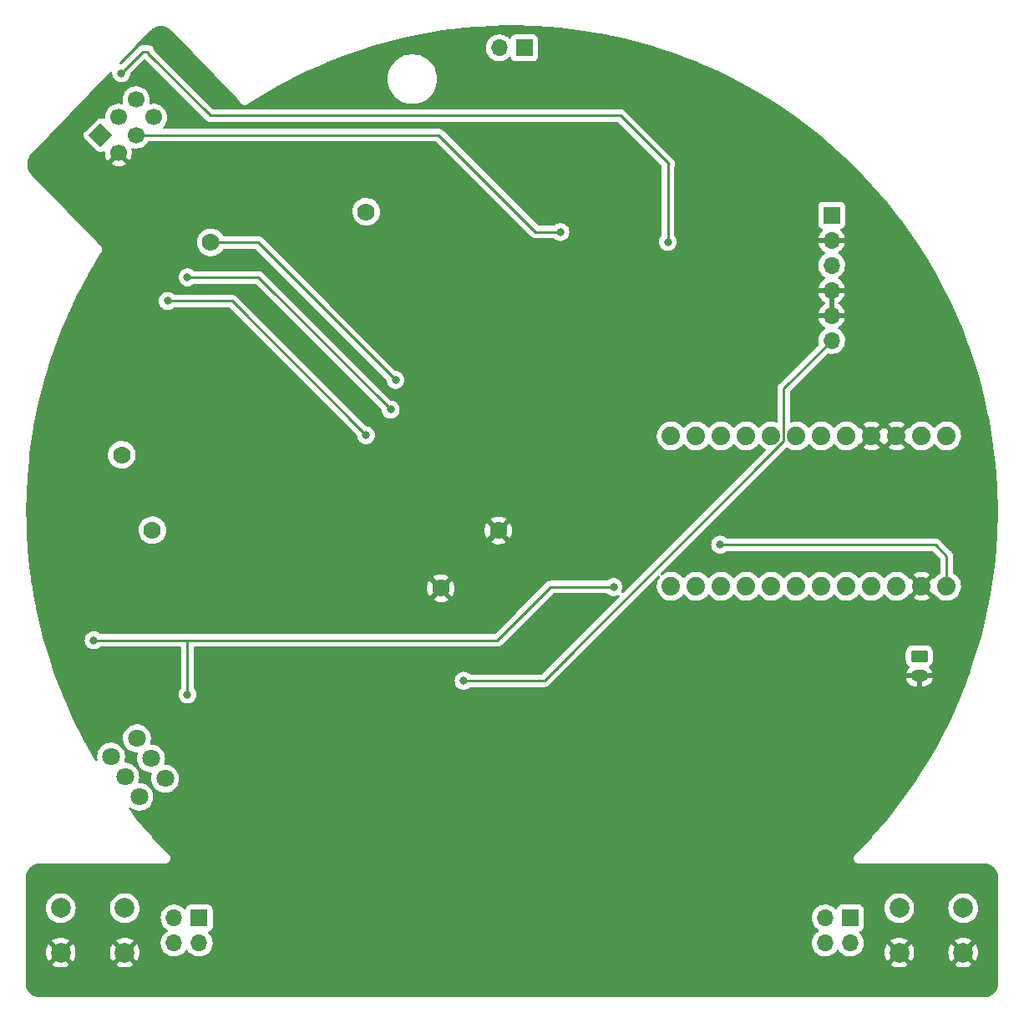
<source format=gbr>
%TF.GenerationSoftware,KiCad,Pcbnew,(6.0.7)*%
%TF.CreationDate,2022-08-23T13:49:22-07:00*%
%TF.ProjectId,DC31_Cnet_Badge_Rear,44433331-5f43-46e6-9574-5f4261646765,rev?*%
%TF.SameCoordinates,Original*%
%TF.FileFunction,Copper,L1,Top*%
%TF.FilePolarity,Positive*%
%FSLAX46Y46*%
G04 Gerber Fmt 4.6, Leading zero omitted, Abs format (unit mm)*
G04 Created by KiCad (PCBNEW (6.0.7)) date 2022-08-23 13:49:22*
%MOMM*%
%LPD*%
G01*
G04 APERTURE LIST*
G04 Aperture macros list*
%AMRoundRect*
0 Rectangle with rounded corners*
0 $1 Rounding radius*
0 $2 $3 $4 $5 $6 $7 $8 $9 X,Y pos of 4 corners*
0 Add a 4 corners polygon primitive as box body*
4,1,4,$2,$3,$4,$5,$6,$7,$8,$9,$2,$3,0*
0 Add four circle primitives for the rounded corners*
1,1,$1+$1,$2,$3*
1,1,$1+$1,$4,$5*
1,1,$1+$1,$6,$7*
1,1,$1+$1,$8,$9*
0 Add four rect primitives between the rounded corners*
20,1,$1+$1,$2,$3,$4,$5,0*
20,1,$1+$1,$4,$5,$6,$7,0*
20,1,$1+$1,$6,$7,$8,$9,0*
20,1,$1+$1,$8,$9,$2,$3,0*%
%AMHorizOval*
0 Thick line with rounded ends*
0 $1 width*
0 $2 $3 position (X,Y) of the first rounded end (center of the circle)*
0 $4 $5 position (X,Y) of the second rounded end (center of the circle)*
0 Add line between two ends*
20,1,$1,$2,$3,$4,$5,0*
0 Add two circle primitives to create the rounded ends*
1,1,$1,$2,$3*
1,1,$1,$4,$5*%
%AMRotRect*
0 Rectangle, with rotation*
0 The origin of the aperture is its center*
0 $1 length*
0 $2 width*
0 $3 Rotation angle, in degrees counterclockwise*
0 Add horizontal line*
21,1,$1,$2,0,0,$3*%
G04 Aperture macros list end*
%TA.AperFunction,ComponentPad*%
%ADD10C,1.879600*%
%TD*%
%TA.AperFunction,ComponentPad*%
%ADD11C,1.778000*%
%TD*%
%TA.AperFunction,ComponentPad*%
%ADD12R,1.700000X1.700000*%
%TD*%
%TA.AperFunction,ComponentPad*%
%ADD13O,1.700000X1.700000*%
%TD*%
%TA.AperFunction,ComponentPad*%
%ADD14C,1.800000*%
%TD*%
%TA.AperFunction,ComponentPad*%
%ADD15RoundRect,0.250000X-0.625000X0.350000X-0.625000X-0.350000X0.625000X-0.350000X0.625000X0.350000X0*%
%TD*%
%TA.AperFunction,ComponentPad*%
%ADD16O,1.750000X1.200000*%
%TD*%
%TA.AperFunction,ComponentPad*%
%ADD17RotRect,1.700000X1.700000X135.000000*%
%TD*%
%TA.AperFunction,ComponentPad*%
%ADD18HorizOval,1.700000X0.000000X0.000000X0.000000X0.000000X0*%
%TD*%
%TA.AperFunction,ComponentPad*%
%ADD19C,2.000000*%
%TD*%
%TA.AperFunction,ViaPad*%
%ADD20C,0.800000*%
%TD*%
%TA.AperFunction,Conductor*%
%ADD21C,0.250000*%
%TD*%
G04 APERTURE END LIST*
D10*
%TO.P,B1,1,TXO*%
%TO.N,unconnected-(B1-Pad1)*%
X144065000Y-92380000D03*
%TO.P,B1,2,RXI*%
%TO.N,unconnected-(B1-Pad2)*%
X141525000Y-92380000D03*
%TO.P,B1,3,GND*%
%TO.N,GND*%
X138985000Y-92380000D03*
%TO.P,B1,4,GND*%
X136445000Y-92380000D03*
%TO.P,B1,5,2*%
%TO.N,Net-(B1-Pad5)*%
X133905000Y-92380000D03*
%TO.P,B1,6,\u002A3*%
%TO.N,Net-(B1-Pad6)*%
X131365000Y-92380000D03*
%TO.P,B1,7,4*%
%TO.N,Net-(B1-Pad7)*%
X128825000Y-92380000D03*
%TO.P,B1,8,\u002A5*%
%TO.N,Net-(B1-Pad8)*%
X126285000Y-92380000D03*
%TO.P,B1,9,\u002A6*%
%TO.N,Net-(B1-Pad9)*%
X123745000Y-92380000D03*
%TO.P,B1,10,7*%
%TO.N,unconnected-(B1-Pad10)*%
X121205000Y-92380000D03*
%TO.P,B1,11,8*%
%TO.N,Net-(B1-Pad11)*%
X118665000Y-92380000D03*
%TO.P,B1,12,\u002A9*%
%TO.N,Net-(B1-Pad12)*%
X116125000Y-92380000D03*
%TO.P,B1,13,\u002A10*%
%TO.N,unconnected-(B1-Pad13)*%
X116125000Y-107620000D03*
%TO.P,B1,14,11(MOSI)*%
%TO.N,unconnected-(B1-Pad14)*%
X118665000Y-107620000D03*
%TO.P,B1,15,12(MISO)*%
%TO.N,unconnected-(B1-Pad15)*%
X121205000Y-107620000D03*
%TO.P,B1,16,13(SCK)*%
%TO.N,unconnected-(B1-Pad16)*%
X123745000Y-107620000D03*
%TO.P,B1,17,A0*%
%TO.N,unconnected-(B1-Pad17)*%
X126285000Y-107620000D03*
%TO.P,B1,18,A1*%
%TO.N,unconnected-(B1-Pad18)*%
X128825000Y-107620000D03*
%TO.P,B1,19,A2*%
%TO.N,unconnected-(B1-Pad19)*%
X131365000Y-107620000D03*
%TO.P,B1,20,A3*%
%TO.N,unconnected-(B1-Pad20)*%
X133905000Y-107620000D03*
%TO.P,B1,21,VCC*%
%TO.N,unconnected-(B1-Pad21)*%
X136445000Y-107620000D03*
%TO.P,B1,22,RESET*%
%TO.N,unconnected-(B1-Pad22)*%
X138985000Y-107620000D03*
%TO.P,B1,23,GND*%
%TO.N,GND*%
X141525000Y-107620000D03*
%TO.P,B1,24,RAW*%
%TO.N,VCC*%
X144065000Y-107620000D03*
%TD*%
D11*
%TO.P,NP1,1,IN*%
%TO.N,Net-(B1-Pad7)*%
X69466800Y-72748600D03*
%TO.P,NP1,2,OUT*%
%TO.N,unconnected-(NP1-Pad2)*%
X85214800Y-69649800D03*
%TO.P,NP1,3,GND*%
%TO.N,GND*%
X98626000Y-101958600D03*
%TO.P,NP1,4,GND*%
X92784000Y-107826000D03*
%TO.P,NP1,5,VCC*%
%TO.N,VCC*%
X63548600Y-101933200D03*
%TO.P,NP1,6,VCC*%
X60449800Y-94287800D03*
%TD*%
D12*
%TO.P,J1,1,Pin_1*%
%TO.N,unconnected-(J1-Pad1)*%
X101250000Y-53025000D03*
D13*
%TO.P,J1,2,Pin_2*%
%TO.N,unconnected-(J1-Pad2)*%
X98710000Y-53025000D03*
%TD*%
D12*
%TO.P,U1,1,OUT*%
%TO.N,Net-(S1-Pad3)*%
X132400000Y-70000000D03*
D13*
%TO.P,U1,2,GND*%
%TO.N,GND*%
X132400000Y-72540000D03*
%TO.P,U1,3,BATT*%
%TO.N,Net-(J5-Pad1)*%
X132400000Y-75080000D03*
%TO.P,U1,4,GND*%
%TO.N,GND*%
X132400000Y-77620000D03*
%TO.P,U1,5,GND*%
X132400000Y-80160000D03*
%TO.P,U1,6,VIN*%
%TO.N,Net-(S1-Pad1)*%
X132400000Y-82700000D03*
%TD*%
D12*
%TO.P,J2,1,Pin_1*%
%TO.N,unconnected-(J2-Pad1)*%
X134290000Y-141250000D03*
D13*
%TO.P,J2,2,Pin_2*%
%TO.N,unconnected-(J2-Pad2)*%
X131750000Y-141250000D03*
%TO.P,J2,3,Pin_3*%
%TO.N,unconnected-(J2-Pad3)*%
X134290000Y-143790000D03*
%TO.P,J2,4,Pin_4*%
%TO.N,unconnected-(J2-Pad4)*%
X131750000Y-143790000D03*
%TD*%
D14*
%TO.P,S1,1*%
%TO.N,Net-(S1-Pad1)*%
X62223298Y-128965602D03*
%TO.P,S1,2*%
%TO.N,VCC*%
X60789357Y-126917722D03*
%TO.P,S1,3*%
%TO.N,Net-(S1-Pad3)*%
X59355416Y-124869842D03*
%TO.P,S1,4*%
%TO.N,Net-(S1-Pad1)*%
X64844585Y-127130157D03*
%TO.P,S1,5*%
%TO.N,VCC*%
X63410643Y-125082277D03*
%TO.P,S1,6*%
%TO.N,Net-(S1-Pad3)*%
X61976702Y-123034397D03*
%TD*%
D15*
%TO.P,J5,1,Pin_1*%
%TO.N,Net-(J5-Pad1)*%
X141300000Y-114700000D03*
D16*
%TO.P,J5,2,Pin_2*%
%TO.N,GND*%
X141300000Y-116700000D03*
%TD*%
D17*
%TO.P,J4,1,Pin_1*%
%TO.N,VCC*%
X58302388Y-61873277D03*
D18*
%TO.P,J4,2,Pin_2*%
%TO.N,GND*%
X60098439Y-63669328D03*
%TO.P,J4,3,Pin_3*%
%TO.N,Net-(B1-Pad5)*%
X60098439Y-60077226D03*
%TO.P,J4,4,Pin_4*%
%TO.N,Net-(B1-Pad6)*%
X61894490Y-61873277D03*
%TO.P,J4,5,Pin_5*%
%TO.N,Net-(B1-Pad11)*%
X61894490Y-58281175D03*
%TO.P,J4,6,Pin_6*%
%TO.N,Net-(B1-Pad12)*%
X63690542Y-60077226D03*
%TD*%
D12*
%TO.P,J3,1,Pin_1*%
%TO.N,unconnected-(J3-Pad1)*%
X68290000Y-141250000D03*
D13*
%TO.P,J3,2,Pin_2*%
%TO.N,unconnected-(J3-Pad2)*%
X65750000Y-141250000D03*
%TO.P,J3,3,Pin_3*%
%TO.N,unconnected-(J3-Pad3)*%
X68290000Y-143790000D03*
%TO.P,J3,4,Pin_4*%
%TO.N,unconnected-(J3-Pad4)*%
X65750000Y-143790000D03*
%TD*%
D19*
%TO.P,SW2,1,1*%
%TO.N,Net-(B1-Pad9)*%
X60750000Y-140250000D03*
X54250000Y-140250000D03*
%TO.P,SW2,2,2*%
%TO.N,GND*%
X54250000Y-144750000D03*
X60750000Y-144750000D03*
%TD*%
%TO.P,SW1,1,1*%
%TO.N,Net-(B1-Pad8)*%
X145750000Y-140250000D03*
X139250000Y-140250000D03*
%TO.P,SW1,2,2*%
%TO.N,GND*%
X139250000Y-144750000D03*
X145750000Y-144750000D03*
%TD*%
D20*
%TO.N,VCC*%
X67100000Y-118600000D03*
X57600000Y-113100000D03*
X121100000Y-103400000D03*
X110300000Y-107700000D03*
%TO.N,Net-(B1-Pad11)*%
X67100000Y-76300000D03*
X87700000Y-89700000D03*
%TO.N,Net-(B1-Pad12)*%
X65100000Y-78700000D03*
X85200000Y-92300000D03*
%TO.N,Net-(B1-Pad6)*%
X104900000Y-71700000D03*
%TO.N,Net-(B1-Pad7)*%
X88200000Y-86700000D03*
%TO.N,Net-(B1-Pad5)*%
X60400000Y-55600000D03*
X115800000Y-72700000D03*
%TO.N,Net-(S1-Pad1)*%
X95100000Y-117200000D03*
%TD*%
D21*
%TO.N,VCC*%
X67100000Y-118600000D02*
X67100000Y-113200000D01*
X67200000Y-113100000D02*
X57600000Y-113100000D01*
X98500000Y-113100000D02*
X67200000Y-113100000D01*
X67100000Y-113200000D02*
X67200000Y-113100000D01*
X100800000Y-110800000D02*
X98500000Y-113100000D01*
X103900000Y-107700000D02*
X100800000Y-110800000D01*
X110300000Y-107700000D02*
X103900000Y-107700000D01*
X143000000Y-103500000D02*
X142900000Y-103400000D01*
X142900000Y-103400000D02*
X121100000Y-103400000D01*
X144065000Y-104565000D02*
X143000000Y-103500000D01*
X144065000Y-107620000D02*
X144065000Y-104565000D01*
%TO.N,Net-(B1-Pad11)*%
X87700000Y-89700000D02*
X74300000Y-76300000D01*
X74300000Y-76300000D02*
X67100000Y-76300000D01*
%TO.N,Net-(B1-Pad12)*%
X85200000Y-92300000D02*
X71600000Y-78700000D01*
X71600000Y-78700000D02*
X65100000Y-78700000D01*
%TO.N,Net-(B1-Pad6)*%
X92573277Y-61873277D02*
X61894490Y-61873277D01*
X102400000Y-71700000D02*
X92573277Y-61873277D01*
X104900000Y-71700000D02*
X102400000Y-71700000D01*
%TO.N,Net-(B1-Pad7)*%
X74248600Y-72748600D02*
X69466800Y-72748600D01*
X88200000Y-86700000D02*
X74248600Y-72748600D01*
%TO.N,Net-(B1-Pad5)*%
X62600000Y-53400000D02*
X60400000Y-55600000D01*
X63100000Y-53600000D02*
X63100000Y-53400000D01*
X69400000Y-59900000D02*
X63100000Y-53600000D01*
X111000000Y-59900000D02*
X69400000Y-59900000D01*
X115900000Y-64800000D02*
X111000000Y-59900000D01*
X115800000Y-64900000D02*
X115900000Y-64800000D01*
X115800000Y-72700000D02*
X115800000Y-64900000D01*
X63100000Y-53400000D02*
X62600000Y-53400000D01*
%TO.N,Net-(S1-Pad1)*%
X127560200Y-87539800D02*
X132400000Y-82700000D01*
X127560200Y-92903898D02*
X127560200Y-87539800D01*
X103264098Y-117200000D02*
X127560200Y-92903898D01*
X95100000Y-117200000D02*
X103264098Y-117200000D01*
%TO.N,GND*%
X98626000Y-101984000D02*
X98626000Y-101958600D01*
%TD*%
%TA.AperFunction,Conductor*%
%TO.N,GND*%
G36*
X102439430Y-50801135D02*
G01*
X102445619Y-50801441D01*
X104865530Y-50981471D01*
X104871709Y-50982085D01*
X107270966Y-51280097D01*
X107277069Y-51281007D01*
X108846859Y-51554903D01*
X109651768Y-51695343D01*
X109657826Y-51696554D01*
X110207777Y-51820556D01*
X111744873Y-52167138D01*
X112003873Y-52225537D01*
X112009848Y-52227038D01*
X114312138Y-52865920D01*
X114323273Y-52869010D01*
X114329154Y-52870798D01*
X114674654Y-52985110D01*
X116605950Y-53624101D01*
X116611737Y-53626174D01*
X117397958Y-53929592D01*
X118847824Y-54489124D01*
X118853460Y-54491459D01*
X120926739Y-55410072D01*
X121044803Y-55462383D01*
X121050358Y-55465008D01*
X121893550Y-55888942D01*
X123192950Y-56542246D01*
X123198377Y-56545143D01*
X125288197Y-57727030D01*
X125293468Y-57730184D01*
X126553037Y-58526234D01*
X127326436Y-59015023D01*
X127331575Y-59018450D01*
X129303719Y-60404604D01*
X129308698Y-60408289D01*
X129495105Y-60553502D01*
X130833973Y-61596495D01*
X131215994Y-61894094D01*
X131220798Y-61898030D01*
X133059211Y-63481813D01*
X133063812Y-63485980D01*
X133731353Y-64121227D01*
X134789236Y-65127933D01*
X134795949Y-65135029D01*
X134800053Y-65141533D01*
X134806779Y-65147473D01*
X134834352Y-65171825D01*
X134842219Y-65179405D01*
X136513880Y-66936023D01*
X136518065Y-66940644D01*
X138101872Y-68779060D01*
X138105790Y-68783843D01*
X139147275Y-70120758D01*
X139591593Y-70691112D01*
X139595278Y-70696089D01*
X140747040Y-72334729D01*
X140981451Y-72668232D01*
X140984874Y-72673366D01*
X142211564Y-74614297D01*
X142269742Y-74706350D01*
X142272902Y-74711632D01*
X142898468Y-75817745D01*
X143454797Y-76801433D01*
X143457694Y-76806861D01*
X144534932Y-78949419D01*
X144537559Y-78954976D01*
X144935572Y-79853262D01*
X145460934Y-81038965D01*
X145508512Y-81146346D01*
X145510861Y-81152016D01*
X146242889Y-83048823D01*
X146373820Y-83388088D01*
X146375889Y-83393867D01*
X146801922Y-84681489D01*
X147129197Y-85670632D01*
X147130982Y-85676503D01*
X147654706Y-87563761D01*
X147772978Y-87989960D01*
X147774479Y-87995934D01*
X147828000Y-88233292D01*
X148303484Y-90342016D01*
X148304695Y-90348073D01*
X148512543Y-91539267D01*
X148713689Y-92692055D01*
X148719047Y-92722764D01*
X148719959Y-92728878D01*
X148967948Y-94725295D01*
X149017992Y-95128171D01*
X149018606Y-95134354D01*
X149197141Y-97533938D01*
X149198652Y-97554251D01*
X149198959Y-97560461D01*
X149258847Y-99976657D01*
X149259341Y-99996599D01*
X149259338Y-100002969D01*
X149196489Y-102440134D01*
X149196174Y-102446364D01*
X149013572Y-104867101D01*
X149012952Y-104873286D01*
X148997237Y-104998726D01*
X148712272Y-107273359D01*
X148711356Y-107279445D01*
X148506718Y-108444890D01*
X148294285Y-109654724D01*
X148293068Y-109660782D01*
X147761274Y-112007299D01*
X147759768Y-112013262D01*
X147634251Y-112463621D01*
X147114921Y-114326993D01*
X147113124Y-114332880D01*
X146602831Y-115869323D01*
X146357084Y-116609245D01*
X146356896Y-116609810D01*
X146354819Y-116615589D01*
X146038882Y-117431425D01*
X145488906Y-118851618D01*
X145486547Y-118857295D01*
X144512607Y-121048440D01*
X144509973Y-121053996D01*
X143429691Y-123196212D01*
X143426786Y-123201639D01*
X143066886Y-123836200D01*
X142249458Y-125277455D01*
X142241826Y-125290911D01*
X142238659Y-125296190D01*
X141431906Y-126569177D01*
X140950705Y-127328471D01*
X140947270Y-127333608D01*
X139558005Y-129304858D01*
X139554312Y-129309834D01*
X138065390Y-131216052D01*
X138061444Y-131220855D01*
X136474551Y-133057999D01*
X136470368Y-133062606D01*
X134797934Y-134815370D01*
X134789051Y-134823813D01*
X134757030Y-134851404D01*
X134725102Y-134900662D01*
X134721975Y-134905258D01*
X134687881Y-134953045D01*
X134684928Y-134961522D01*
X134684884Y-134961607D01*
X134684051Y-134963041D01*
X134683354Y-134964466D01*
X134682731Y-134966007D01*
X134682690Y-134966095D01*
X134677805Y-134973632D01*
X134675231Y-134982239D01*
X134660999Y-135029829D01*
X134659269Y-135035179D01*
X134639964Y-135090595D01*
X134639509Y-135099562D01*
X134639491Y-135099654D01*
X134639093Y-135101268D01*
X134638823Y-135102835D01*
X134638658Y-135104486D01*
X134638644Y-135104581D01*
X134636071Y-135113183D01*
X134636016Y-135122160D01*
X134636016Y-135122161D01*
X134635712Y-135171865D01*
X134635552Y-135177482D01*
X134634321Y-135201742D01*
X134632578Y-135236065D01*
X134634658Y-135244799D01*
X134634666Y-135244886D01*
X134634737Y-135246549D01*
X134634919Y-135248143D01*
X134635222Y-135249761D01*
X134635236Y-135249865D01*
X134635181Y-135258838D01*
X134637646Y-135267463D01*
X134637647Y-135267469D01*
X134651305Y-135315255D01*
X134652729Y-135320695D01*
X134662027Y-135359744D01*
X134666317Y-135377762D01*
X134670767Y-135385565D01*
X134670801Y-135385651D01*
X134671332Y-135387216D01*
X134671957Y-135388702D01*
X134672703Y-135390172D01*
X134672742Y-135390260D01*
X134675208Y-135398888D01*
X134679997Y-135406479D01*
X134679998Y-135406480D01*
X134706521Y-135448518D01*
X134709413Y-135453336D01*
X134738471Y-135504293D01*
X134744928Y-135510530D01*
X134744988Y-135510607D01*
X134745941Y-135511966D01*
X134746943Y-135513198D01*
X134748078Y-135514406D01*
X134748141Y-135514480D01*
X134752933Y-135522075D01*
X134759662Y-135528018D01*
X134759663Y-135528019D01*
X134796909Y-135560913D01*
X134801040Y-135564729D01*
X134843236Y-135605487D01*
X134851189Y-135609663D01*
X134851258Y-135609713D01*
X134852550Y-135610747D01*
X134853884Y-135611666D01*
X134855301Y-135612501D01*
X134855382Y-135612554D01*
X134862108Y-135618495D01*
X134870231Y-135622309D01*
X134870233Y-135622310D01*
X134915228Y-135643435D01*
X134920261Y-135645937D01*
X134945408Y-135659143D01*
X134972193Y-135673209D01*
X134980991Y-135674984D01*
X134981097Y-135675022D01*
X134982622Y-135675649D01*
X134984137Y-135676150D01*
X134985734Y-135676554D01*
X134985835Y-135676585D01*
X134993957Y-135680398D01*
X135002820Y-135681778D01*
X135002823Y-135681779D01*
X135032587Y-135686413D01*
X135051964Y-135689430D01*
X135057458Y-135690412D01*
X135114974Y-135702016D01*
X135123911Y-135701251D01*
X135123914Y-135701251D01*
X135160994Y-135698076D01*
X135171742Y-135697617D01*
X147803151Y-135697617D01*
X147806349Y-135697658D01*
X147822802Y-135698076D01*
X147885141Y-135699660D01*
X147891508Y-135699983D01*
X147915683Y-135701824D01*
X147961079Y-135705281D01*
X147967406Y-135705924D01*
X147975670Y-135706975D01*
X148035776Y-135714620D01*
X148042026Y-135715575D01*
X148109131Y-135727566D01*
X148115281Y-135728824D01*
X148174144Y-135742417D01*
X148181177Y-135744041D01*
X148187255Y-135745605D01*
X148251781Y-135763934D01*
X148257749Y-135765791D01*
X148320987Y-135787196D01*
X148326815Y-135789330D01*
X148388585Y-135813690D01*
X148394256Y-135816087D01*
X148454628Y-135843388D01*
X148460108Y-135846029D01*
X148500981Y-135866966D01*
X148518877Y-135876133D01*
X148524247Y-135879050D01*
X148581391Y-135911913D01*
X148586585Y-135915069D01*
X148641996Y-135950597D01*
X148647013Y-135953987D01*
X148700622Y-135992114D01*
X148705454Y-135995728D01*
X148757112Y-136036327D01*
X148761756Y-136040159D01*
X148811436Y-136083198D01*
X148815872Y-136087231D01*
X148863398Y-136132547D01*
X148867644Y-136136793D01*
X148868266Y-136137445D01*
X148912922Y-136184285D01*
X148912976Y-136184342D01*
X148917008Y-136188779D01*
X148937572Y-136212520D01*
X148960030Y-136238449D01*
X148963860Y-136243090D01*
X149004476Y-136294777D01*
X149008089Y-136299609D01*
X149039888Y-136344327D01*
X149045189Y-136351781D01*
X149046194Y-136353195D01*
X149049584Y-136358214D01*
X149085108Y-136413629D01*
X149088262Y-136418820D01*
X149094522Y-136429707D01*
X149121115Y-136475959D01*
X149124030Y-136481326D01*
X149124118Y-136481497D01*
X149154105Y-136540048D01*
X149154118Y-136540074D01*
X149156784Y-136545608D01*
X149184059Y-136605942D01*
X149186460Y-136611619D01*
X149210834Y-136673439D01*
X149212961Y-136679250D01*
X149234343Y-136742445D01*
X149236196Y-136748404D01*
X149254518Y-136812921D01*
X149254520Y-136812929D01*
X149256085Y-136819014D01*
X149271281Y-136884854D01*
X149272545Y-136891030D01*
X149276866Y-136915228D01*
X149284530Y-136958149D01*
X149285487Y-136964413D01*
X149294172Y-137032751D01*
X149294814Y-137039083D01*
X149300102Y-137108627D01*
X149300425Y-137114995D01*
X149302337Y-137190612D01*
X149302375Y-137194563D01*
X149301983Y-137258716D01*
X149302367Y-137260060D01*
X149302459Y-137261405D01*
X149302459Y-147802460D01*
X149302456Y-147803301D01*
X149302451Y-147804050D01*
X149302414Y-147806401D01*
X149302146Y-147816977D01*
X149300529Y-147880802D01*
X149300421Y-147885052D01*
X149300099Y-147891409D01*
X149298453Y-147913037D01*
X149294803Y-147960998D01*
X149294160Y-147967328D01*
X149285471Y-148035675D01*
X149284514Y-148041939D01*
X149272528Y-148109044D01*
X149271262Y-148115231D01*
X149256059Y-148181086D01*
X149254495Y-148187167D01*
X149236166Y-148251705D01*
X149234310Y-148257672D01*
X149212922Y-148320872D01*
X149210788Y-148326701D01*
X149186406Y-148388535D01*
X149184039Y-148394133D01*
X149156741Y-148454513D01*
X149154085Y-148460025D01*
X149123975Y-148518812D01*
X149121058Y-148524182D01*
X149088207Y-148581311D01*
X149085051Y-148586505D01*
X149049525Y-148641919D01*
X149046136Y-148646936D01*
X149008031Y-148700520D01*
X149004416Y-148705353D01*
X148963791Y-148757048D01*
X148959959Y-148761691D01*
X148916949Y-148811343D01*
X148912905Y-148815793D01*
X148867571Y-148863341D01*
X148863325Y-148867587D01*
X148815797Y-148912902D01*
X148811345Y-148916948D01*
X148761677Y-148959970D01*
X148757037Y-148963799D01*
X148705343Y-149004424D01*
X148700524Y-149008029D01*
X148646918Y-149046149D01*
X148641928Y-149049519D01*
X148586512Y-149085046D01*
X148581319Y-149088202D01*
X148524164Y-149121068D01*
X148518803Y-149123980D01*
X148460017Y-149154089D01*
X148454550Y-149156723D01*
X148394161Y-149184027D01*
X148388498Y-149186421D01*
X148326702Y-149210788D01*
X148320876Y-149212922D01*
X148257652Y-149234317D01*
X148251740Y-149236156D01*
X148195051Y-149252257D01*
X148187162Y-149254497D01*
X148181080Y-149256061D01*
X148115244Y-149271259D01*
X148109059Y-149272525D01*
X148041940Y-149284514D01*
X148035675Y-149285471D01*
X147967321Y-149294161D01*
X147960991Y-149294804D01*
X147891411Y-149300099D01*
X147885059Y-149300422D01*
X147806253Y-149302418D01*
X147806214Y-149302419D01*
X147803023Y-149302459D01*
X52196944Y-149302459D01*
X52193746Y-149302418D01*
X52169611Y-149301805D01*
X52114954Y-149300416D01*
X52108586Y-149300093D01*
X52039023Y-149294795D01*
X52032697Y-149294152D01*
X51964340Y-149285459D01*
X51958070Y-149284501D01*
X51890964Y-149272509D01*
X51884781Y-149271244D01*
X51860367Y-149265607D01*
X51818911Y-149256034D01*
X51812842Y-149254473D01*
X51748287Y-149236134D01*
X51742330Y-149234281D01*
X51719281Y-149226480D01*
X51679133Y-149212891D01*
X51673329Y-149210766D01*
X51611484Y-149186376D01*
X51605846Y-149183991D01*
X51545500Y-149156704D01*
X51539981Y-149154044D01*
X51481200Y-149123932D01*
X51475833Y-149121016D01*
X51418700Y-149088160D01*
X51413506Y-149085004D01*
X51358091Y-149049474D01*
X51353087Y-149046094D01*
X51299460Y-149007954D01*
X51294686Y-149004384D01*
X51242962Y-148963732D01*
X51238344Y-148959920D01*
X51196501Y-148923671D01*
X51188683Y-148916898D01*
X51184239Y-148912859D01*
X51136684Y-148867515D01*
X51132438Y-148863269D01*
X51092070Y-148820926D01*
X51087101Y-148815714D01*
X51083083Y-148811293D01*
X51040060Y-148761622D01*
X51036229Y-148756980D01*
X50995605Y-148705281D01*
X50992028Y-148700497D01*
X50953899Y-148646878D01*
X50950509Y-148641859D01*
X50914989Y-148586449D01*
X50911835Y-148581258D01*
X50910965Y-148579745D01*
X50878974Y-148524107D01*
X50876066Y-148518753D01*
X50854056Y-148475776D01*
X50845971Y-148459989D01*
X50843310Y-148454465D01*
X50816036Y-148394133D01*
X50813632Y-148388449D01*
X50800342Y-148354743D01*
X50789270Y-148326664D01*
X50787138Y-148320840D01*
X50785530Y-148316087D01*
X50765745Y-148257613D01*
X50763900Y-148251679D01*
X50745572Y-148187134D01*
X50744008Y-148181052D01*
X50728809Y-148115199D01*
X50727552Y-148109055D01*
X50715563Y-148041926D01*
X50714607Y-148035666D01*
X50705924Y-147967337D01*
X50705282Y-147961006D01*
X50705282Y-147960998D01*
X50701873Y-147916171D01*
X50699993Y-147891447D01*
X50699670Y-147885079D01*
X50697758Y-147809464D01*
X50697720Y-147805509D01*
X50697734Y-147803301D01*
X50698112Y-147741360D01*
X50697728Y-147740016D01*
X50697636Y-147738671D01*
X50697636Y-145982670D01*
X53382160Y-145982670D01*
X53387887Y-145990320D01*
X53559042Y-146095205D01*
X53567837Y-146099687D01*
X53777988Y-146186734D01*
X53787373Y-146189783D01*
X54008554Y-146242885D01*
X54018301Y-146244428D01*
X54245070Y-146262275D01*
X54254930Y-146262275D01*
X54481699Y-146244428D01*
X54491446Y-146242885D01*
X54712627Y-146189783D01*
X54722012Y-146186734D01*
X54932163Y-146099687D01*
X54940958Y-146095205D01*
X55108445Y-145992568D01*
X55117400Y-145982670D01*
X59882160Y-145982670D01*
X59887887Y-145990320D01*
X60059042Y-146095205D01*
X60067837Y-146099687D01*
X60277988Y-146186734D01*
X60287373Y-146189783D01*
X60508554Y-146242885D01*
X60518301Y-146244428D01*
X60745070Y-146262275D01*
X60754930Y-146262275D01*
X60981699Y-146244428D01*
X60991446Y-146242885D01*
X61212627Y-146189783D01*
X61222012Y-146186734D01*
X61432163Y-146099687D01*
X61440958Y-146095205D01*
X61608445Y-145992568D01*
X61617400Y-145982670D01*
X138382160Y-145982670D01*
X138387887Y-145990320D01*
X138559042Y-146095205D01*
X138567837Y-146099687D01*
X138777988Y-146186734D01*
X138787373Y-146189783D01*
X139008554Y-146242885D01*
X139018301Y-146244428D01*
X139245070Y-146262275D01*
X139254930Y-146262275D01*
X139481699Y-146244428D01*
X139491446Y-146242885D01*
X139712627Y-146189783D01*
X139722012Y-146186734D01*
X139932163Y-146099687D01*
X139940958Y-146095205D01*
X140108445Y-145992568D01*
X140117400Y-145982670D01*
X144882160Y-145982670D01*
X144887887Y-145990320D01*
X145059042Y-146095205D01*
X145067837Y-146099687D01*
X145277988Y-146186734D01*
X145287373Y-146189783D01*
X145508554Y-146242885D01*
X145518301Y-146244428D01*
X145745070Y-146262275D01*
X145754930Y-146262275D01*
X145981699Y-146244428D01*
X145991446Y-146242885D01*
X146212627Y-146189783D01*
X146222012Y-146186734D01*
X146432163Y-146099687D01*
X146440958Y-146095205D01*
X146608445Y-145992568D01*
X146617907Y-145982110D01*
X146614124Y-145973334D01*
X145762812Y-145122022D01*
X145748868Y-145114408D01*
X145747035Y-145114539D01*
X145740420Y-145118790D01*
X144888920Y-145970290D01*
X144882160Y-145982670D01*
X140117400Y-145982670D01*
X140117907Y-145982110D01*
X140114124Y-145973334D01*
X139262812Y-145122022D01*
X139248868Y-145114408D01*
X139247035Y-145114539D01*
X139240420Y-145118790D01*
X138388920Y-145970290D01*
X138382160Y-145982670D01*
X61617400Y-145982670D01*
X61617907Y-145982110D01*
X61614124Y-145973334D01*
X60762812Y-145122022D01*
X60748868Y-145114408D01*
X60747035Y-145114539D01*
X60740420Y-145118790D01*
X59888920Y-145970290D01*
X59882160Y-145982670D01*
X55117400Y-145982670D01*
X55117907Y-145982110D01*
X55114124Y-145973334D01*
X54262812Y-145122022D01*
X54248868Y-145114408D01*
X54247035Y-145114539D01*
X54240420Y-145118790D01*
X53388920Y-145970290D01*
X53382160Y-145982670D01*
X50697636Y-145982670D01*
X50697636Y-144754930D01*
X52737725Y-144754930D01*
X52755572Y-144981699D01*
X52757115Y-144991446D01*
X52810217Y-145212627D01*
X52813266Y-145222012D01*
X52900313Y-145432163D01*
X52904795Y-145440958D01*
X53007432Y-145608445D01*
X53017890Y-145617907D01*
X53026666Y-145614124D01*
X53877978Y-144762812D01*
X53884356Y-144751132D01*
X54614408Y-144751132D01*
X54614539Y-144752965D01*
X54618790Y-144759580D01*
X55470290Y-145611080D01*
X55482670Y-145617840D01*
X55490320Y-145612113D01*
X55595205Y-145440958D01*
X55599687Y-145432163D01*
X55686734Y-145222012D01*
X55689783Y-145212627D01*
X55742885Y-144991446D01*
X55744428Y-144981699D01*
X55762275Y-144754930D01*
X59237725Y-144754930D01*
X59255572Y-144981699D01*
X59257115Y-144991446D01*
X59310217Y-145212627D01*
X59313266Y-145222012D01*
X59400313Y-145432163D01*
X59404795Y-145440958D01*
X59507432Y-145608445D01*
X59517890Y-145617907D01*
X59526666Y-145614124D01*
X60377978Y-144762812D01*
X60384356Y-144751132D01*
X61114408Y-144751132D01*
X61114539Y-144752965D01*
X61118790Y-144759580D01*
X61970290Y-145611080D01*
X61982670Y-145617840D01*
X61990320Y-145612113D01*
X62095205Y-145440958D01*
X62099687Y-145432163D01*
X62186734Y-145222012D01*
X62189783Y-145212627D01*
X62242885Y-144991446D01*
X62244428Y-144981699D01*
X62262275Y-144754930D01*
X62262275Y-144745070D01*
X62244428Y-144518301D01*
X62242885Y-144508554D01*
X62189783Y-144287373D01*
X62186734Y-144277988D01*
X62099687Y-144067837D01*
X62095205Y-144059042D01*
X61992568Y-143891555D01*
X61982110Y-143882093D01*
X61973334Y-143885876D01*
X61122022Y-144737188D01*
X61114408Y-144751132D01*
X60384356Y-144751132D01*
X60385592Y-144748868D01*
X60385461Y-144747035D01*
X60381210Y-144740420D01*
X59529710Y-143888920D01*
X59517330Y-143882160D01*
X59509680Y-143887887D01*
X59404795Y-144059042D01*
X59400313Y-144067837D01*
X59313266Y-144277988D01*
X59310217Y-144287373D01*
X59257115Y-144508554D01*
X59255572Y-144518301D01*
X59237725Y-144745070D01*
X59237725Y-144754930D01*
X55762275Y-144754930D01*
X55762275Y-144745070D01*
X55744428Y-144518301D01*
X55742885Y-144508554D01*
X55689783Y-144287373D01*
X55686734Y-144277988D01*
X55599687Y-144067837D01*
X55595205Y-144059042D01*
X55492568Y-143891555D01*
X55482110Y-143882093D01*
X55473334Y-143885876D01*
X54622022Y-144737188D01*
X54614408Y-144751132D01*
X53884356Y-144751132D01*
X53885592Y-144748868D01*
X53885461Y-144747035D01*
X53881210Y-144740420D01*
X53029710Y-143888920D01*
X53017330Y-143882160D01*
X53009680Y-143887887D01*
X52904795Y-144059042D01*
X52900313Y-144067837D01*
X52813266Y-144277988D01*
X52810217Y-144287373D01*
X52757115Y-144508554D01*
X52755572Y-144518301D01*
X52737725Y-144745070D01*
X52737725Y-144754930D01*
X50697636Y-144754930D01*
X50697636Y-143517890D01*
X53382093Y-143517890D01*
X53385876Y-143526666D01*
X54237188Y-144377978D01*
X54251132Y-144385592D01*
X54252965Y-144385461D01*
X54259580Y-144381210D01*
X55111080Y-143529710D01*
X55117534Y-143517890D01*
X59882093Y-143517890D01*
X59885876Y-143526666D01*
X60737188Y-144377978D01*
X60751132Y-144385592D01*
X60752965Y-144385461D01*
X60759580Y-144381210D01*
X61384095Y-143756695D01*
X64387251Y-143756695D01*
X64387548Y-143761848D01*
X64387548Y-143761851D01*
X64393011Y-143856590D01*
X64400110Y-143979715D01*
X64401247Y-143984761D01*
X64401248Y-143984767D01*
X64417987Y-144059042D01*
X64449222Y-144197639D01*
X64485659Y-144287373D01*
X64522450Y-144377978D01*
X64533266Y-144404616D01*
X64584019Y-144487438D01*
X64647291Y-144590688D01*
X64649987Y-144595088D01*
X64796250Y-144763938D01*
X64968126Y-144906632D01*
X65161000Y-145019338D01*
X65369692Y-145099030D01*
X65374760Y-145100061D01*
X65374763Y-145100062D01*
X65466815Y-145118790D01*
X65588597Y-145143567D01*
X65593772Y-145143757D01*
X65593774Y-145143757D01*
X65806673Y-145151564D01*
X65806677Y-145151564D01*
X65811837Y-145151753D01*
X65816957Y-145151097D01*
X65816959Y-145151097D01*
X66028288Y-145124025D01*
X66028289Y-145124025D01*
X66033416Y-145123368D01*
X66048675Y-145118790D01*
X66242429Y-145060661D01*
X66242434Y-145060659D01*
X66247384Y-145059174D01*
X66447994Y-144960896D01*
X66629860Y-144831173D01*
X66788096Y-144673489D01*
X66847594Y-144590689D01*
X66918453Y-144492077D01*
X66919776Y-144493028D01*
X66966645Y-144449857D01*
X67036580Y-144437625D01*
X67102026Y-144465144D01*
X67129875Y-144496994D01*
X67189987Y-144595088D01*
X67336250Y-144763938D01*
X67508126Y-144906632D01*
X67701000Y-145019338D01*
X67909692Y-145099030D01*
X67914760Y-145100061D01*
X67914763Y-145100062D01*
X68006815Y-145118790D01*
X68128597Y-145143567D01*
X68133772Y-145143757D01*
X68133774Y-145143757D01*
X68346673Y-145151564D01*
X68346677Y-145151564D01*
X68351837Y-145151753D01*
X68356957Y-145151097D01*
X68356959Y-145151097D01*
X68568288Y-145124025D01*
X68568289Y-145124025D01*
X68573416Y-145123368D01*
X68588675Y-145118790D01*
X68782429Y-145060661D01*
X68782434Y-145060659D01*
X68787384Y-145059174D01*
X68987994Y-144960896D01*
X69169860Y-144831173D01*
X69328096Y-144673489D01*
X69387594Y-144590689D01*
X69455435Y-144496277D01*
X69458453Y-144492077D01*
X69479320Y-144449857D01*
X69555136Y-144296453D01*
X69555137Y-144296451D01*
X69557430Y-144291811D01*
X69622370Y-144078069D01*
X69651529Y-143856590D01*
X69653156Y-143790000D01*
X69650418Y-143756695D01*
X130387251Y-143756695D01*
X130387548Y-143761848D01*
X130387548Y-143761851D01*
X130393011Y-143856590D01*
X130400110Y-143979715D01*
X130401247Y-143984761D01*
X130401248Y-143984767D01*
X130417987Y-144059042D01*
X130449222Y-144197639D01*
X130485659Y-144287373D01*
X130522450Y-144377978D01*
X130533266Y-144404616D01*
X130584019Y-144487438D01*
X130647291Y-144590688D01*
X130649987Y-144595088D01*
X130796250Y-144763938D01*
X130968126Y-144906632D01*
X131161000Y-145019338D01*
X131369692Y-145099030D01*
X131374760Y-145100061D01*
X131374763Y-145100062D01*
X131466815Y-145118790D01*
X131588597Y-145143567D01*
X131593772Y-145143757D01*
X131593774Y-145143757D01*
X131806673Y-145151564D01*
X131806677Y-145151564D01*
X131811837Y-145151753D01*
X131816957Y-145151097D01*
X131816959Y-145151097D01*
X132028288Y-145124025D01*
X132028289Y-145124025D01*
X132033416Y-145123368D01*
X132048675Y-145118790D01*
X132242429Y-145060661D01*
X132242434Y-145060659D01*
X132247384Y-145059174D01*
X132447994Y-144960896D01*
X132629860Y-144831173D01*
X132788096Y-144673489D01*
X132847594Y-144590689D01*
X132918453Y-144492077D01*
X132919776Y-144493028D01*
X132966645Y-144449857D01*
X133036580Y-144437625D01*
X133102026Y-144465144D01*
X133129875Y-144496994D01*
X133189987Y-144595088D01*
X133336250Y-144763938D01*
X133508126Y-144906632D01*
X133701000Y-145019338D01*
X133909692Y-145099030D01*
X133914760Y-145100061D01*
X133914763Y-145100062D01*
X134006815Y-145118790D01*
X134128597Y-145143567D01*
X134133772Y-145143757D01*
X134133774Y-145143757D01*
X134346673Y-145151564D01*
X134346677Y-145151564D01*
X134351837Y-145151753D01*
X134356957Y-145151097D01*
X134356959Y-145151097D01*
X134568288Y-145124025D01*
X134568289Y-145124025D01*
X134573416Y-145123368D01*
X134588675Y-145118790D01*
X134782429Y-145060661D01*
X134782434Y-145060659D01*
X134787384Y-145059174D01*
X134987994Y-144960896D01*
X135169860Y-144831173D01*
X135246370Y-144754930D01*
X137737725Y-144754930D01*
X137755572Y-144981699D01*
X137757115Y-144991446D01*
X137810217Y-145212627D01*
X137813266Y-145222012D01*
X137900313Y-145432163D01*
X137904795Y-145440958D01*
X138007432Y-145608445D01*
X138017890Y-145617907D01*
X138026666Y-145614124D01*
X138877978Y-144762812D01*
X138884356Y-144751132D01*
X139614408Y-144751132D01*
X139614539Y-144752965D01*
X139618790Y-144759580D01*
X140470290Y-145611080D01*
X140482670Y-145617840D01*
X140490320Y-145612113D01*
X140595205Y-145440958D01*
X140599687Y-145432163D01*
X140686734Y-145222012D01*
X140689783Y-145212627D01*
X140742885Y-144991446D01*
X140744428Y-144981699D01*
X140762275Y-144754930D01*
X144237725Y-144754930D01*
X144255572Y-144981699D01*
X144257115Y-144991446D01*
X144310217Y-145212627D01*
X144313266Y-145222012D01*
X144400313Y-145432163D01*
X144404795Y-145440958D01*
X144507432Y-145608445D01*
X144517890Y-145617907D01*
X144526666Y-145614124D01*
X145377978Y-144762812D01*
X145384356Y-144751132D01*
X146114408Y-144751132D01*
X146114539Y-144752965D01*
X146118790Y-144759580D01*
X146970290Y-145611080D01*
X146982670Y-145617840D01*
X146990320Y-145612113D01*
X147095205Y-145440958D01*
X147099687Y-145432163D01*
X147186734Y-145222012D01*
X147189783Y-145212627D01*
X147242885Y-144991446D01*
X147244428Y-144981699D01*
X147262275Y-144754930D01*
X147262275Y-144745070D01*
X147244428Y-144518301D01*
X147242885Y-144508554D01*
X147189783Y-144287373D01*
X147186734Y-144277988D01*
X147099687Y-144067837D01*
X147095205Y-144059042D01*
X146992568Y-143891555D01*
X146982110Y-143882093D01*
X146973334Y-143885876D01*
X146122022Y-144737188D01*
X146114408Y-144751132D01*
X145384356Y-144751132D01*
X145385592Y-144748868D01*
X145385461Y-144747035D01*
X145381210Y-144740420D01*
X144529710Y-143888920D01*
X144517330Y-143882160D01*
X144509680Y-143887887D01*
X144404795Y-144059042D01*
X144400313Y-144067837D01*
X144313266Y-144277988D01*
X144310217Y-144287373D01*
X144257115Y-144508554D01*
X144255572Y-144518301D01*
X144237725Y-144745070D01*
X144237725Y-144754930D01*
X140762275Y-144754930D01*
X140762275Y-144745070D01*
X140744428Y-144518301D01*
X140742885Y-144508554D01*
X140689783Y-144287373D01*
X140686734Y-144277988D01*
X140599687Y-144067837D01*
X140595205Y-144059042D01*
X140492568Y-143891555D01*
X140482110Y-143882093D01*
X140473334Y-143885876D01*
X139622022Y-144737188D01*
X139614408Y-144751132D01*
X138884356Y-144751132D01*
X138885592Y-144748868D01*
X138885461Y-144747035D01*
X138881210Y-144740420D01*
X138029710Y-143888920D01*
X138017330Y-143882160D01*
X138009680Y-143887887D01*
X137904795Y-144059042D01*
X137900313Y-144067837D01*
X137813266Y-144277988D01*
X137810217Y-144287373D01*
X137757115Y-144508554D01*
X137755572Y-144518301D01*
X137737725Y-144745070D01*
X137737725Y-144754930D01*
X135246370Y-144754930D01*
X135328096Y-144673489D01*
X135387594Y-144590689D01*
X135455435Y-144496277D01*
X135458453Y-144492077D01*
X135479320Y-144449857D01*
X135555136Y-144296453D01*
X135555137Y-144296451D01*
X135557430Y-144291811D01*
X135622370Y-144078069D01*
X135651529Y-143856590D01*
X135653156Y-143790000D01*
X135634852Y-143567361D01*
X135622426Y-143517890D01*
X138382093Y-143517890D01*
X138385876Y-143526666D01*
X139237188Y-144377978D01*
X139251132Y-144385592D01*
X139252965Y-144385461D01*
X139259580Y-144381210D01*
X140111080Y-143529710D01*
X140117534Y-143517890D01*
X144882093Y-143517890D01*
X144885876Y-143526666D01*
X145737188Y-144377978D01*
X145751132Y-144385592D01*
X145752965Y-144385461D01*
X145759580Y-144381210D01*
X146611080Y-143529710D01*
X146617840Y-143517330D01*
X146612113Y-143509680D01*
X146440958Y-143404795D01*
X146432163Y-143400313D01*
X146222012Y-143313266D01*
X146212627Y-143310217D01*
X145991446Y-143257115D01*
X145981699Y-143255572D01*
X145754930Y-143237725D01*
X145745070Y-143237725D01*
X145518301Y-143255572D01*
X145508554Y-143257115D01*
X145287373Y-143310217D01*
X145277988Y-143313266D01*
X145067837Y-143400313D01*
X145059042Y-143404795D01*
X144891555Y-143507432D01*
X144882093Y-143517890D01*
X140117534Y-143517890D01*
X140117840Y-143517330D01*
X140112113Y-143509680D01*
X139940958Y-143404795D01*
X139932163Y-143400313D01*
X139722012Y-143313266D01*
X139712627Y-143310217D01*
X139491446Y-143257115D01*
X139481699Y-143255572D01*
X139254930Y-143237725D01*
X139245070Y-143237725D01*
X139018301Y-143255572D01*
X139008554Y-143257115D01*
X138787373Y-143310217D01*
X138777988Y-143313266D01*
X138567837Y-143400313D01*
X138559042Y-143404795D01*
X138391555Y-143507432D01*
X138382093Y-143517890D01*
X135622426Y-143517890D01*
X135580431Y-143350702D01*
X135491354Y-143145840D01*
X135370014Y-142958277D01*
X135366532Y-142954450D01*
X135222798Y-142796488D01*
X135191746Y-142732642D01*
X135200141Y-142662143D01*
X135245317Y-142607375D01*
X135271761Y-142593706D01*
X135378297Y-142553767D01*
X135386705Y-142550615D01*
X135503261Y-142463261D01*
X135590615Y-142346705D01*
X135641745Y-142210316D01*
X135648500Y-142148134D01*
X135648500Y-140351866D01*
X135641745Y-140289684D01*
X135626868Y-140250000D01*
X137736835Y-140250000D01*
X137755465Y-140486711D01*
X137756619Y-140491518D01*
X137756620Y-140491524D01*
X137778192Y-140581375D01*
X137810895Y-140717594D01*
X137812788Y-140722165D01*
X137812789Y-140722167D01*
X137834512Y-140774610D01*
X137901760Y-140936963D01*
X137904346Y-140941183D01*
X138023241Y-141135202D01*
X138023245Y-141135208D01*
X138025824Y-141139416D01*
X138180031Y-141319969D01*
X138360584Y-141474176D01*
X138364792Y-141476755D01*
X138364798Y-141476759D01*
X138558817Y-141595654D01*
X138563037Y-141598240D01*
X138567607Y-141600133D01*
X138567611Y-141600135D01*
X138717994Y-141662425D01*
X138782406Y-141689105D01*
X138862609Y-141708360D01*
X139008476Y-141743380D01*
X139008482Y-141743381D01*
X139013289Y-141744535D01*
X139250000Y-141763165D01*
X139486711Y-141744535D01*
X139491518Y-141743381D01*
X139491524Y-141743380D01*
X139637391Y-141708360D01*
X139717594Y-141689105D01*
X139782006Y-141662425D01*
X139932389Y-141600135D01*
X139932393Y-141600133D01*
X139936963Y-141598240D01*
X139941183Y-141595654D01*
X140135202Y-141476759D01*
X140135208Y-141476755D01*
X140139416Y-141474176D01*
X140319969Y-141319969D01*
X140474176Y-141139416D01*
X140476755Y-141135208D01*
X140476759Y-141135202D01*
X140595654Y-140941183D01*
X140598240Y-140936963D01*
X140665489Y-140774610D01*
X140687211Y-140722167D01*
X140687212Y-140722165D01*
X140689105Y-140717594D01*
X140721808Y-140581375D01*
X140743380Y-140491524D01*
X140743381Y-140491518D01*
X140744535Y-140486711D01*
X140763165Y-140250000D01*
X144236835Y-140250000D01*
X144255465Y-140486711D01*
X144256619Y-140491518D01*
X144256620Y-140491524D01*
X144278192Y-140581375D01*
X144310895Y-140717594D01*
X144312788Y-140722165D01*
X144312789Y-140722167D01*
X144334512Y-140774610D01*
X144401760Y-140936963D01*
X144404346Y-140941183D01*
X144523241Y-141135202D01*
X144523245Y-141135208D01*
X144525824Y-141139416D01*
X144680031Y-141319969D01*
X144860584Y-141474176D01*
X144864792Y-141476755D01*
X144864798Y-141476759D01*
X145058817Y-141595654D01*
X145063037Y-141598240D01*
X145067607Y-141600133D01*
X145067611Y-141600135D01*
X145217994Y-141662425D01*
X145282406Y-141689105D01*
X145362609Y-141708360D01*
X145508476Y-141743380D01*
X145508482Y-141743381D01*
X145513289Y-141744535D01*
X145750000Y-141763165D01*
X145986711Y-141744535D01*
X145991518Y-141743381D01*
X145991524Y-141743380D01*
X146137391Y-141708360D01*
X146217594Y-141689105D01*
X146282006Y-141662425D01*
X146432389Y-141600135D01*
X146432393Y-141600133D01*
X146436963Y-141598240D01*
X146441183Y-141595654D01*
X146635202Y-141476759D01*
X146635208Y-141476755D01*
X146639416Y-141474176D01*
X146819969Y-141319969D01*
X146974176Y-141139416D01*
X146976755Y-141135208D01*
X146976759Y-141135202D01*
X147095654Y-140941183D01*
X147098240Y-140936963D01*
X147165489Y-140774610D01*
X147187211Y-140722167D01*
X147187212Y-140722165D01*
X147189105Y-140717594D01*
X147221808Y-140581375D01*
X147243380Y-140491524D01*
X147243381Y-140491518D01*
X147244535Y-140486711D01*
X147263165Y-140250000D01*
X147244535Y-140013289D01*
X147242939Y-140006638D01*
X147190260Y-139787218D01*
X147189105Y-139782406D01*
X147098240Y-139563037D01*
X147095654Y-139558817D01*
X146976759Y-139364798D01*
X146976755Y-139364792D01*
X146974176Y-139360584D01*
X146819969Y-139180031D01*
X146639416Y-139025824D01*
X146635208Y-139023245D01*
X146635202Y-139023241D01*
X146441183Y-138904346D01*
X146436963Y-138901760D01*
X146432393Y-138899867D01*
X146432389Y-138899865D01*
X146222167Y-138812789D01*
X146222165Y-138812788D01*
X146217594Y-138810895D01*
X146137391Y-138791640D01*
X145991524Y-138756620D01*
X145991518Y-138756619D01*
X145986711Y-138755465D01*
X145750000Y-138736835D01*
X145513289Y-138755465D01*
X145508482Y-138756619D01*
X145508476Y-138756620D01*
X145362609Y-138791640D01*
X145282406Y-138810895D01*
X145277835Y-138812788D01*
X145277833Y-138812789D01*
X145067611Y-138899865D01*
X145067607Y-138899867D01*
X145063037Y-138901760D01*
X145058817Y-138904346D01*
X144864798Y-139023241D01*
X144864792Y-139023245D01*
X144860584Y-139025824D01*
X144680031Y-139180031D01*
X144525824Y-139360584D01*
X144523245Y-139364792D01*
X144523241Y-139364798D01*
X144404346Y-139558817D01*
X144401760Y-139563037D01*
X144310895Y-139782406D01*
X144309740Y-139787218D01*
X144257062Y-140006638D01*
X144255465Y-140013289D01*
X144236835Y-140250000D01*
X140763165Y-140250000D01*
X140744535Y-140013289D01*
X140742939Y-140006638D01*
X140690260Y-139787218D01*
X140689105Y-139782406D01*
X140598240Y-139563037D01*
X140595654Y-139558817D01*
X140476759Y-139364798D01*
X140476755Y-139364792D01*
X140474176Y-139360584D01*
X140319969Y-139180031D01*
X140139416Y-139025824D01*
X140135208Y-139023245D01*
X140135202Y-139023241D01*
X139941183Y-138904346D01*
X139936963Y-138901760D01*
X139932393Y-138899867D01*
X139932389Y-138899865D01*
X139722167Y-138812789D01*
X139722165Y-138812788D01*
X139717594Y-138810895D01*
X139637391Y-138791640D01*
X139491524Y-138756620D01*
X139491518Y-138756619D01*
X139486711Y-138755465D01*
X139250000Y-138736835D01*
X139013289Y-138755465D01*
X139008482Y-138756619D01*
X139008476Y-138756620D01*
X138862609Y-138791640D01*
X138782406Y-138810895D01*
X138777835Y-138812788D01*
X138777833Y-138812789D01*
X138567611Y-138899865D01*
X138567607Y-138899867D01*
X138563037Y-138901760D01*
X138558817Y-138904346D01*
X138364798Y-139023241D01*
X138364792Y-139023245D01*
X138360584Y-139025824D01*
X138180031Y-139180031D01*
X138025824Y-139360584D01*
X138023245Y-139364792D01*
X138023241Y-139364798D01*
X137904346Y-139558817D01*
X137901760Y-139563037D01*
X137810895Y-139782406D01*
X137809740Y-139787218D01*
X137757062Y-140006638D01*
X137755465Y-140013289D01*
X137736835Y-140250000D01*
X135626868Y-140250000D01*
X135590615Y-140153295D01*
X135503261Y-140036739D01*
X135386705Y-139949385D01*
X135250316Y-139898255D01*
X135188134Y-139891500D01*
X133391866Y-139891500D01*
X133329684Y-139898255D01*
X133193295Y-139949385D01*
X133076739Y-140036739D01*
X132989385Y-140153295D01*
X132986233Y-140161703D01*
X132944919Y-140271907D01*
X132902277Y-140328671D01*
X132835716Y-140353371D01*
X132766367Y-140338163D01*
X132733743Y-140312476D01*
X132683151Y-140256875D01*
X132683142Y-140256866D01*
X132679670Y-140253051D01*
X132675619Y-140249852D01*
X132675615Y-140249848D01*
X132508414Y-140117800D01*
X132508410Y-140117798D01*
X132504359Y-140114598D01*
X132308789Y-140006638D01*
X132303920Y-140004914D01*
X132303916Y-140004912D01*
X132103087Y-139933795D01*
X132103083Y-139933794D01*
X132098212Y-139932069D01*
X132093119Y-139931162D01*
X132093116Y-139931161D01*
X131883373Y-139893800D01*
X131883367Y-139893799D01*
X131878284Y-139892894D01*
X131804452Y-139891992D01*
X131660081Y-139890228D01*
X131660079Y-139890228D01*
X131654911Y-139890165D01*
X131434091Y-139923955D01*
X131221756Y-139993357D01*
X131023607Y-140096507D01*
X131019474Y-140099610D01*
X131019471Y-140099612D01*
X130849100Y-140227530D01*
X130844965Y-140230635D01*
X130805525Y-140271907D01*
X130751280Y-140328671D01*
X130690629Y-140392138D01*
X130564743Y-140576680D01*
X130470688Y-140779305D01*
X130410989Y-140994570D01*
X130387251Y-141216695D01*
X130387548Y-141221848D01*
X130387548Y-141221851D01*
X130399812Y-141434547D01*
X130400110Y-141439715D01*
X130401247Y-141444761D01*
X130401248Y-141444767D01*
X130407876Y-141474176D01*
X130449222Y-141657639D01*
X130533266Y-141864616D01*
X130649987Y-142055088D01*
X130796250Y-142223938D01*
X130968126Y-142366632D01*
X131038595Y-142407811D01*
X131041445Y-142409476D01*
X131090169Y-142461114D01*
X131103240Y-142530897D01*
X131076509Y-142596669D01*
X131036055Y-142630027D01*
X131023607Y-142636507D01*
X131019474Y-142639610D01*
X131019471Y-142639612D01*
X130895567Y-142732642D01*
X130844965Y-142770635D01*
X130690629Y-142932138D01*
X130564743Y-143116680D01*
X130549003Y-143150590D01*
X130499556Y-143257115D01*
X130470688Y-143319305D01*
X130410989Y-143534570D01*
X130387251Y-143756695D01*
X69650418Y-143756695D01*
X69634852Y-143567361D01*
X69580431Y-143350702D01*
X69491354Y-143145840D01*
X69370014Y-142958277D01*
X69366532Y-142954450D01*
X69222798Y-142796488D01*
X69191746Y-142732642D01*
X69200141Y-142662143D01*
X69245317Y-142607375D01*
X69271761Y-142593706D01*
X69378297Y-142553767D01*
X69386705Y-142550615D01*
X69503261Y-142463261D01*
X69590615Y-142346705D01*
X69641745Y-142210316D01*
X69648500Y-142148134D01*
X69648500Y-140351866D01*
X69641745Y-140289684D01*
X69590615Y-140153295D01*
X69503261Y-140036739D01*
X69386705Y-139949385D01*
X69250316Y-139898255D01*
X69188134Y-139891500D01*
X67391866Y-139891500D01*
X67329684Y-139898255D01*
X67193295Y-139949385D01*
X67076739Y-140036739D01*
X66989385Y-140153295D01*
X66986233Y-140161703D01*
X66944919Y-140271907D01*
X66902277Y-140328671D01*
X66835716Y-140353371D01*
X66766367Y-140338163D01*
X66733743Y-140312476D01*
X66683151Y-140256875D01*
X66683142Y-140256866D01*
X66679670Y-140253051D01*
X66675619Y-140249852D01*
X66675615Y-140249848D01*
X66508414Y-140117800D01*
X66508410Y-140117798D01*
X66504359Y-140114598D01*
X66308789Y-140006638D01*
X66303920Y-140004914D01*
X66303916Y-140004912D01*
X66103087Y-139933795D01*
X66103083Y-139933794D01*
X66098212Y-139932069D01*
X66093119Y-139931162D01*
X66093116Y-139931161D01*
X65883373Y-139893800D01*
X65883367Y-139893799D01*
X65878284Y-139892894D01*
X65804452Y-139891992D01*
X65660081Y-139890228D01*
X65660079Y-139890228D01*
X65654911Y-139890165D01*
X65434091Y-139923955D01*
X65221756Y-139993357D01*
X65023607Y-140096507D01*
X65019474Y-140099610D01*
X65019471Y-140099612D01*
X64849100Y-140227530D01*
X64844965Y-140230635D01*
X64805525Y-140271907D01*
X64751280Y-140328671D01*
X64690629Y-140392138D01*
X64564743Y-140576680D01*
X64470688Y-140779305D01*
X64410989Y-140994570D01*
X64387251Y-141216695D01*
X64387548Y-141221848D01*
X64387548Y-141221851D01*
X64399812Y-141434547D01*
X64400110Y-141439715D01*
X64401247Y-141444761D01*
X64401248Y-141444767D01*
X64407876Y-141474176D01*
X64449222Y-141657639D01*
X64533266Y-141864616D01*
X64649987Y-142055088D01*
X64796250Y-142223938D01*
X64968126Y-142366632D01*
X65038595Y-142407811D01*
X65041445Y-142409476D01*
X65090169Y-142461114D01*
X65103240Y-142530897D01*
X65076509Y-142596669D01*
X65036055Y-142630027D01*
X65023607Y-142636507D01*
X65019474Y-142639610D01*
X65019471Y-142639612D01*
X64895567Y-142732642D01*
X64844965Y-142770635D01*
X64690629Y-142932138D01*
X64564743Y-143116680D01*
X64549003Y-143150590D01*
X64499556Y-143257115D01*
X64470688Y-143319305D01*
X64410989Y-143534570D01*
X64387251Y-143756695D01*
X61384095Y-143756695D01*
X61611080Y-143529710D01*
X61617840Y-143517330D01*
X61612113Y-143509680D01*
X61440958Y-143404795D01*
X61432163Y-143400313D01*
X61222012Y-143313266D01*
X61212627Y-143310217D01*
X60991446Y-143257115D01*
X60981699Y-143255572D01*
X60754930Y-143237725D01*
X60745070Y-143237725D01*
X60518301Y-143255572D01*
X60508554Y-143257115D01*
X60287373Y-143310217D01*
X60277988Y-143313266D01*
X60067837Y-143400313D01*
X60059042Y-143404795D01*
X59891555Y-143507432D01*
X59882093Y-143517890D01*
X55117534Y-143517890D01*
X55117840Y-143517330D01*
X55112113Y-143509680D01*
X54940958Y-143404795D01*
X54932163Y-143400313D01*
X54722012Y-143313266D01*
X54712627Y-143310217D01*
X54491446Y-143257115D01*
X54481699Y-143255572D01*
X54254930Y-143237725D01*
X54245070Y-143237725D01*
X54018301Y-143255572D01*
X54008554Y-143257115D01*
X53787373Y-143310217D01*
X53777988Y-143313266D01*
X53567837Y-143400313D01*
X53559042Y-143404795D01*
X53391555Y-143507432D01*
X53382093Y-143517890D01*
X50697636Y-143517890D01*
X50697636Y-140250000D01*
X52736835Y-140250000D01*
X52755465Y-140486711D01*
X52756619Y-140491518D01*
X52756620Y-140491524D01*
X52778192Y-140581375D01*
X52810895Y-140717594D01*
X52812788Y-140722165D01*
X52812789Y-140722167D01*
X52834512Y-140774610D01*
X52901760Y-140936963D01*
X52904346Y-140941183D01*
X53023241Y-141135202D01*
X53023245Y-141135208D01*
X53025824Y-141139416D01*
X53180031Y-141319969D01*
X53360584Y-141474176D01*
X53364792Y-141476755D01*
X53364798Y-141476759D01*
X53558817Y-141595654D01*
X53563037Y-141598240D01*
X53567607Y-141600133D01*
X53567611Y-141600135D01*
X53717994Y-141662425D01*
X53782406Y-141689105D01*
X53862609Y-141708360D01*
X54008476Y-141743380D01*
X54008482Y-141743381D01*
X54013289Y-141744535D01*
X54250000Y-141763165D01*
X54486711Y-141744535D01*
X54491518Y-141743381D01*
X54491524Y-141743380D01*
X54637391Y-141708360D01*
X54717594Y-141689105D01*
X54782006Y-141662425D01*
X54932389Y-141600135D01*
X54932393Y-141600133D01*
X54936963Y-141598240D01*
X54941183Y-141595654D01*
X55135202Y-141476759D01*
X55135208Y-141476755D01*
X55139416Y-141474176D01*
X55319969Y-141319969D01*
X55474176Y-141139416D01*
X55476755Y-141135208D01*
X55476759Y-141135202D01*
X55595654Y-140941183D01*
X55598240Y-140936963D01*
X55665489Y-140774610D01*
X55687211Y-140722167D01*
X55687212Y-140722165D01*
X55689105Y-140717594D01*
X55721808Y-140581375D01*
X55743380Y-140491524D01*
X55743381Y-140491518D01*
X55744535Y-140486711D01*
X55763165Y-140250000D01*
X59236835Y-140250000D01*
X59255465Y-140486711D01*
X59256619Y-140491518D01*
X59256620Y-140491524D01*
X59278192Y-140581375D01*
X59310895Y-140717594D01*
X59312788Y-140722165D01*
X59312789Y-140722167D01*
X59334512Y-140774610D01*
X59401760Y-140936963D01*
X59404346Y-140941183D01*
X59523241Y-141135202D01*
X59523245Y-141135208D01*
X59525824Y-141139416D01*
X59680031Y-141319969D01*
X59860584Y-141474176D01*
X59864792Y-141476755D01*
X59864798Y-141476759D01*
X60058817Y-141595654D01*
X60063037Y-141598240D01*
X60067607Y-141600133D01*
X60067611Y-141600135D01*
X60217994Y-141662425D01*
X60282406Y-141689105D01*
X60362609Y-141708360D01*
X60508476Y-141743380D01*
X60508482Y-141743381D01*
X60513289Y-141744535D01*
X60750000Y-141763165D01*
X60986711Y-141744535D01*
X60991518Y-141743381D01*
X60991524Y-141743380D01*
X61137391Y-141708360D01*
X61217594Y-141689105D01*
X61282006Y-141662425D01*
X61432389Y-141600135D01*
X61432393Y-141600133D01*
X61436963Y-141598240D01*
X61441183Y-141595654D01*
X61635202Y-141476759D01*
X61635208Y-141476755D01*
X61639416Y-141474176D01*
X61819969Y-141319969D01*
X61974176Y-141139416D01*
X61976755Y-141135208D01*
X61976759Y-141135202D01*
X62095654Y-140941183D01*
X62098240Y-140936963D01*
X62165489Y-140774610D01*
X62187211Y-140722167D01*
X62187212Y-140722165D01*
X62189105Y-140717594D01*
X62221808Y-140581375D01*
X62243380Y-140491524D01*
X62243381Y-140491518D01*
X62244535Y-140486711D01*
X62263165Y-140250000D01*
X62244535Y-140013289D01*
X62242939Y-140006638D01*
X62190260Y-139787218D01*
X62189105Y-139782406D01*
X62098240Y-139563037D01*
X62095654Y-139558817D01*
X61976759Y-139364798D01*
X61976755Y-139364792D01*
X61974176Y-139360584D01*
X61819969Y-139180031D01*
X61639416Y-139025824D01*
X61635208Y-139023245D01*
X61635202Y-139023241D01*
X61441183Y-138904346D01*
X61436963Y-138901760D01*
X61432393Y-138899867D01*
X61432389Y-138899865D01*
X61222167Y-138812789D01*
X61222165Y-138812788D01*
X61217594Y-138810895D01*
X61137391Y-138791640D01*
X60991524Y-138756620D01*
X60991518Y-138756619D01*
X60986711Y-138755465D01*
X60750000Y-138736835D01*
X60513289Y-138755465D01*
X60508482Y-138756619D01*
X60508476Y-138756620D01*
X60362609Y-138791640D01*
X60282406Y-138810895D01*
X60277835Y-138812788D01*
X60277833Y-138812789D01*
X60067611Y-138899865D01*
X60067607Y-138899867D01*
X60063037Y-138901760D01*
X60058817Y-138904346D01*
X59864798Y-139023241D01*
X59864792Y-139023245D01*
X59860584Y-139025824D01*
X59680031Y-139180031D01*
X59525824Y-139360584D01*
X59523245Y-139364792D01*
X59523241Y-139364798D01*
X59404346Y-139558817D01*
X59401760Y-139563037D01*
X59310895Y-139782406D01*
X59309740Y-139787218D01*
X59257062Y-140006638D01*
X59255465Y-140013289D01*
X59236835Y-140250000D01*
X55763165Y-140250000D01*
X55744535Y-140013289D01*
X55742939Y-140006638D01*
X55690260Y-139787218D01*
X55689105Y-139782406D01*
X55598240Y-139563037D01*
X55595654Y-139558817D01*
X55476759Y-139364798D01*
X55476755Y-139364792D01*
X55474176Y-139360584D01*
X55319969Y-139180031D01*
X55139416Y-139025824D01*
X55135208Y-139023245D01*
X55135202Y-139023241D01*
X54941183Y-138904346D01*
X54936963Y-138901760D01*
X54932393Y-138899867D01*
X54932389Y-138899865D01*
X54722167Y-138812789D01*
X54722165Y-138812788D01*
X54717594Y-138810895D01*
X54637391Y-138791640D01*
X54491524Y-138756620D01*
X54491518Y-138756619D01*
X54486711Y-138755465D01*
X54250000Y-138736835D01*
X54013289Y-138755465D01*
X54008482Y-138756619D01*
X54008476Y-138756620D01*
X53862609Y-138791640D01*
X53782406Y-138810895D01*
X53777835Y-138812788D01*
X53777833Y-138812789D01*
X53567611Y-138899865D01*
X53567607Y-138899867D01*
X53563037Y-138901760D01*
X53558817Y-138904346D01*
X53364798Y-139023241D01*
X53364792Y-139023245D01*
X53360584Y-139025824D01*
X53180031Y-139180031D01*
X53025824Y-139360584D01*
X53023245Y-139364792D01*
X53023241Y-139364798D01*
X52904346Y-139558817D01*
X52901760Y-139563037D01*
X52810895Y-139782406D01*
X52809740Y-139787218D01*
X52757062Y-140006638D01*
X52755465Y-140013289D01*
X52736835Y-140250000D01*
X50697636Y-140250000D01*
X50697636Y-137197616D01*
X50697639Y-137196775D01*
X50697644Y-137196026D01*
X50697681Y-137193675D01*
X50698836Y-137148097D01*
X50699675Y-137114995D01*
X50699997Y-137108653D01*
X50700037Y-137108139D01*
X50703842Y-137058125D01*
X50705291Y-137039078D01*
X50705934Y-137032748D01*
X50714621Y-136964415D01*
X50715578Y-136958149D01*
X50727571Y-136891009D01*
X50728837Y-136884824D01*
X50737557Y-136847052D01*
X50744031Y-136819005D01*
X50745596Y-136812921D01*
X50763925Y-136748386D01*
X50765779Y-136742424D01*
X50787173Y-136679201D01*
X50789309Y-136673368D01*
X50813676Y-136611572D01*
X50816081Y-136605883D01*
X50843359Y-136545553D01*
X50846011Y-136540048D01*
X50876131Y-136481244D01*
X50879036Y-136475896D01*
X50911892Y-136418759D01*
X50915047Y-136413567D01*
X50950569Y-136358159D01*
X50953957Y-136353143D01*
X50976410Y-136321568D01*
X50992072Y-136299543D01*
X50995666Y-136294737D01*
X51036307Y-136243023D01*
X51040111Y-136238414D01*
X51083154Y-136188723D01*
X51087188Y-136184285D01*
X51094819Y-136176282D01*
X51132518Y-136136740D01*
X51136731Y-136132526D01*
X51184343Y-136087133D01*
X51188770Y-136083111D01*
X51238407Y-136040114D01*
X51243050Y-136036282D01*
X51294734Y-135995666D01*
X51299566Y-135992052D01*
X51353152Y-135953945D01*
X51358170Y-135950555D01*
X51413601Y-135915018D01*
X51418798Y-135911861D01*
X51475911Y-135879021D01*
X51481277Y-135876106D01*
X51540051Y-135846002D01*
X51545583Y-135843336D01*
X51605925Y-135816054D01*
X51611612Y-135813649D01*
X51624533Y-135808554D01*
X51673413Y-135789280D01*
X51679203Y-135787160D01*
X51742434Y-135765763D01*
X51748386Y-135763912D01*
X51812926Y-135745582D01*
X51819009Y-135744017D01*
X51884881Y-135728811D01*
X51891011Y-135727556D01*
X51958185Y-135715556D01*
X51964416Y-135714605D01*
X52004567Y-135709501D01*
X52032772Y-135705916D01*
X52039094Y-135705273D01*
X52108683Y-135699978D01*
X52115022Y-135699657D01*
X52192402Y-135697694D01*
X52193871Y-135697657D01*
X52197065Y-135697617D01*
X52225527Y-135697617D01*
X52225533Y-135697616D01*
X52229624Y-135697616D01*
X64824021Y-135697107D01*
X64836298Y-135697707D01*
X64857066Y-135699741D01*
X64869396Y-135700949D01*
X64869397Y-135700949D01*
X64878330Y-135701824D01*
X64935994Y-135690923D01*
X64941536Y-135690003D01*
X64999610Y-135681686D01*
X64999620Y-135681681D01*
X64999630Y-135681680D01*
X65008845Y-135677490D01*
X65011485Y-135676886D01*
X65012571Y-135676454D01*
X65012623Y-135676436D01*
X65021453Y-135674767D01*
X65029455Y-135670689D01*
X65029457Y-135670688D01*
X65073746Y-135648116D01*
X65078807Y-135645677D01*
X65083738Y-135643435D01*
X65132205Y-135621398D01*
X65132213Y-135621391D01*
X65132222Y-135621387D01*
X65139212Y-135615364D01*
X65140954Y-135614371D01*
X65141871Y-135613759D01*
X65143170Y-135612745D01*
X65143231Y-135612702D01*
X65151228Y-135608626D01*
X65190540Y-135571573D01*
X65193927Y-135568381D01*
X65198101Y-135564619D01*
X65236273Y-135531728D01*
X65236275Y-135531726D01*
X65242550Y-135526319D01*
X65242556Y-135526310D01*
X65242564Y-135526303D01*
X65246823Y-135519732D01*
X65248821Y-135517471D01*
X65250650Y-135514930D01*
X65250691Y-135514879D01*
X65257224Y-135508721D01*
X65286918Y-135458096D01*
X65289842Y-135453357D01*
X65321775Y-135404091D01*
X65321778Y-135404082D01*
X65321784Y-135404072D01*
X65323622Y-135397924D01*
X65324545Y-135396006D01*
X65325617Y-135392969D01*
X65325621Y-135392943D01*
X65325647Y-135392884D01*
X65326359Y-135390867D01*
X65326375Y-135390828D01*
X65330919Y-135383081D01*
X65345207Y-135326175D01*
X65346697Y-135320758D01*
X65360913Y-135273222D01*
X65360913Y-135273219D01*
X65363509Y-135264540D01*
X65363509Y-135264530D01*
X65363512Y-135264520D01*
X65363567Y-135255512D01*
X65363573Y-135255470D01*
X65363908Y-135253796D01*
X65364107Y-135252228D01*
X65364198Y-135250576D01*
X65364205Y-135250512D01*
X65366390Y-135241808D01*
X65365824Y-135227097D01*
X65364131Y-135183173D01*
X65364040Y-135177551D01*
X65364041Y-135177482D01*
X65364317Y-135132292D01*
X65364348Y-135127301D01*
X65364348Y-135127298D01*
X65364399Y-135118885D01*
X65364396Y-135118874D01*
X65364396Y-135118864D01*
X65362226Y-135111273D01*
X65361829Y-135108235D01*
X65361142Y-135105297D01*
X65361130Y-135105230D01*
X65360784Y-135096259D01*
X65342150Y-135040589D01*
X65340496Y-135035251D01*
X65339334Y-135031186D01*
X65339272Y-135030967D01*
X65331396Y-135003413D01*
X65324372Y-134978835D01*
X65324367Y-134978828D01*
X65324364Y-134978816D01*
X65319086Y-134970451D01*
X65318133Y-134967946D01*
X65317427Y-134966696D01*
X65317400Y-134966643D01*
X65314552Y-134958133D01*
X65293687Y-134928119D01*
X65281058Y-134909952D01*
X65277953Y-134905266D01*
X65276521Y-134902997D01*
X65272852Y-134897181D01*
X65270162Y-134892918D01*
X65251688Y-134863637D01*
X65251687Y-134863635D01*
X65246647Y-134855648D01*
X65246640Y-134855642D01*
X65246634Y-134855632D01*
X65239375Y-134849222D01*
X65239371Y-134849217D01*
X65212020Y-134825064D01*
X65204262Y-134817600D01*
X64179585Y-133743676D01*
X63529247Y-133062081D01*
X63525062Y-133057472D01*
X62517911Y-131891460D01*
X61938184Y-131220291D01*
X61934246Y-131215498D01*
X61189144Y-130261540D01*
X61162976Y-130195543D01*
X61176642Y-130125874D01*
X61225806Y-130074654D01*
X61294856Y-130058144D01*
X61361871Y-130081587D01*
X61368928Y-130087036D01*
X61412647Y-130123332D01*
X61612620Y-130240186D01*
X61828992Y-130322811D01*
X61834058Y-130323842D01*
X61834059Y-130323842D01*
X61887144Y-130334642D01*
X62055954Y-130368987D01*
X62186622Y-130373778D01*
X62282247Y-130377285D01*
X62282251Y-130377285D01*
X62287411Y-130377474D01*
X62292531Y-130376818D01*
X62292533Y-130376818D01*
X62365568Y-130367462D01*
X62517145Y-130348044D01*
X62522093Y-130346559D01*
X62522100Y-130346558D01*
X62734045Y-130282971D01*
X62738988Y-130281488D01*
X62819534Y-130242029D01*
X62942347Y-130181864D01*
X62942350Y-130181862D01*
X62946982Y-130179593D01*
X63135541Y-130045096D01*
X63299601Y-129881607D01*
X63434756Y-129693519D01*
X63448347Y-129666021D01*
X63535082Y-129490524D01*
X63535083Y-129490522D01*
X63537376Y-129485882D01*
X63604706Y-129264273D01*
X63634938Y-129034643D01*
X63636625Y-128965602D01*
X63630330Y-128889036D01*
X63618071Y-128739920D01*
X63618070Y-128739914D01*
X63617647Y-128734769D01*
X63569187Y-128541840D01*
X63562482Y-128515146D01*
X63562481Y-128515142D01*
X63561223Y-128510135D01*
X63516198Y-128406584D01*
X63470928Y-128302470D01*
X63470926Y-128302467D01*
X63468868Y-128297733D01*
X63343062Y-128103267D01*
X63317753Y-128075452D01*
X63287282Y-128041965D01*
X63187185Y-127931960D01*
X63183134Y-127928761D01*
X63183130Y-127928757D01*
X63009475Y-127791613D01*
X63009470Y-127791610D01*
X63005421Y-127788412D01*
X63000905Y-127785919D01*
X63000902Y-127785917D01*
X62807177Y-127678975D01*
X62807173Y-127678973D01*
X62802653Y-127676478D01*
X62797784Y-127674754D01*
X62797780Y-127674752D01*
X62589201Y-127600890D01*
X62589197Y-127600889D01*
X62584326Y-127599164D01*
X62579233Y-127598257D01*
X62579230Y-127598256D01*
X62361393Y-127559453D01*
X62361387Y-127559452D01*
X62356304Y-127558547D01*
X62235685Y-127557074D01*
X62167815Y-127536241D01*
X62121981Y-127482022D01*
X62112736Y-127411630D01*
X62116666Y-127394455D01*
X62169262Y-127221339D01*
X62170765Y-127216393D01*
X62200997Y-126986763D01*
X62202684Y-126917722D01*
X62196389Y-126841156D01*
X62184130Y-126692040D01*
X62184129Y-126692034D01*
X62183706Y-126686889D01*
X62154139Y-126569177D01*
X62128541Y-126467266D01*
X62128540Y-126467262D01*
X62127282Y-126462255D01*
X62082257Y-126358704D01*
X62036987Y-126254590D01*
X62036985Y-126254587D01*
X62034927Y-126249853D01*
X61909121Y-126055387D01*
X61883812Y-126027572D01*
X61812845Y-125949581D01*
X61753244Y-125884080D01*
X61749193Y-125880881D01*
X61749189Y-125880877D01*
X61575534Y-125743733D01*
X61575529Y-125743730D01*
X61571480Y-125740532D01*
X61566964Y-125738039D01*
X61566961Y-125738037D01*
X61373236Y-125631095D01*
X61373232Y-125631093D01*
X61368712Y-125628598D01*
X61363843Y-125626874D01*
X61363839Y-125626872D01*
X61155260Y-125553010D01*
X61155256Y-125553009D01*
X61150385Y-125551284D01*
X61145292Y-125550377D01*
X61145289Y-125550376D01*
X60927452Y-125511573D01*
X60927446Y-125511572D01*
X60922363Y-125510667D01*
X60801744Y-125509194D01*
X60733874Y-125488361D01*
X60688040Y-125434142D01*
X60678795Y-125363750D01*
X60682725Y-125346575D01*
X60735321Y-125173459D01*
X60736824Y-125168513D01*
X60767056Y-124938883D01*
X60768743Y-124869842D01*
X60762448Y-124793276D01*
X60750189Y-124644160D01*
X60750188Y-124644154D01*
X60749765Y-124639009D01*
X60720198Y-124521297D01*
X60694600Y-124419386D01*
X60694599Y-124419382D01*
X60693341Y-124414375D01*
X60682639Y-124389761D01*
X60603046Y-124206710D01*
X60603044Y-124206707D01*
X60600986Y-124201973D01*
X60475180Y-124007507D01*
X60319303Y-123836200D01*
X60315252Y-123833001D01*
X60315248Y-123832997D01*
X60141593Y-123695853D01*
X60141588Y-123695850D01*
X60137539Y-123692652D01*
X60133023Y-123690159D01*
X60133020Y-123690157D01*
X59939295Y-123583215D01*
X59939291Y-123583213D01*
X59934771Y-123580718D01*
X59929902Y-123578994D01*
X59929898Y-123578992D01*
X59721319Y-123505130D01*
X59721315Y-123505129D01*
X59716444Y-123503404D01*
X59711351Y-123502497D01*
X59711348Y-123502496D01*
X59493511Y-123463693D01*
X59493505Y-123463692D01*
X59488422Y-123462787D01*
X59415512Y-123461896D01*
X59261997Y-123460021D01*
X59261995Y-123460021D01*
X59256827Y-123459958D01*
X59027880Y-123494992D01*
X58807730Y-123566948D01*
X58803142Y-123569336D01*
X58803138Y-123569338D01*
X58661539Y-123643050D01*
X58602288Y-123673894D01*
X58598155Y-123676997D01*
X58598152Y-123676999D01*
X58443450Y-123793153D01*
X58417071Y-123812959D01*
X58413499Y-123816697D01*
X58325973Y-123908288D01*
X58257055Y-123980406D01*
X58254141Y-123984678D01*
X58254140Y-123984679D01*
X58238568Y-124007507D01*
X58126535Y-124171741D01*
X58029018Y-124381823D01*
X57967123Y-124605011D01*
X57942511Y-124835311D01*
X57942808Y-124840464D01*
X57942808Y-124840467D01*
X57948483Y-124938883D01*
X57955843Y-125066539D01*
X57956980Y-125071585D01*
X57956981Y-125071591D01*
X57983124Y-125187594D01*
X57978588Y-125258446D01*
X57936466Y-125315597D01*
X57870133Y-125340903D01*
X57800648Y-125326330D01*
X57750607Y-125277455D01*
X56572975Y-123201047D01*
X56570074Y-123195628D01*
X56523586Y-123103438D01*
X56471358Y-122999866D01*
X60563797Y-122999866D01*
X60564094Y-123005019D01*
X60564094Y-123005022D01*
X60569769Y-123103438D01*
X60577129Y-123231094D01*
X60578266Y-123236140D01*
X60578267Y-123236146D01*
X60610443Y-123378920D01*
X60628048Y-123457039D01*
X60629990Y-123461821D01*
X60629991Y-123461825D01*
X60713242Y-123666847D01*
X60715186Y-123671634D01*
X60836203Y-123869116D01*
X60987849Y-124044181D01*
X61166051Y-124192127D01*
X61366024Y-124308981D01*
X61582396Y-124391606D01*
X61587462Y-124392637D01*
X61587463Y-124392637D01*
X61640548Y-124403437D01*
X61809358Y-124437782D01*
X61964999Y-124443489D01*
X62032341Y-124465973D01*
X62076837Y-124521297D01*
X62084359Y-124591894D01*
X62081799Y-124603076D01*
X62023731Y-124812462D01*
X62023728Y-124812476D01*
X62022350Y-124817446D01*
X61997738Y-125047746D01*
X61998035Y-125052899D01*
X61998035Y-125052902D01*
X62003710Y-125151318D01*
X62011070Y-125278974D01*
X62012207Y-125284020D01*
X62012208Y-125284026D01*
X62036118Y-125390122D01*
X62061989Y-125504919D01*
X62063931Y-125509701D01*
X62063932Y-125509705D01*
X62119510Y-125646577D01*
X62149127Y-125719514D01*
X62270144Y-125916996D01*
X62421790Y-126092061D01*
X62599992Y-126240007D01*
X62799965Y-126356861D01*
X63016337Y-126439486D01*
X63021403Y-126440517D01*
X63021404Y-126440517D01*
X63074489Y-126451317D01*
X63243299Y-126485662D01*
X63398941Y-126491369D01*
X63466283Y-126513853D01*
X63510779Y-126569177D01*
X63518301Y-126639774D01*
X63515741Y-126650956D01*
X63457673Y-126860342D01*
X63457670Y-126860356D01*
X63456292Y-126865326D01*
X63431680Y-127095626D01*
X63431977Y-127100779D01*
X63431977Y-127100782D01*
X63437652Y-127199198D01*
X63445012Y-127326854D01*
X63446149Y-127331900D01*
X63446150Y-127331906D01*
X63470060Y-127438002D01*
X63495931Y-127552799D01*
X63497873Y-127557581D01*
X63497874Y-127557585D01*
X63573354Y-127743469D01*
X63583069Y-127767394D01*
X63704086Y-127964876D01*
X63855732Y-128139941D01*
X64033934Y-128287887D01*
X64233907Y-128404741D01*
X64450279Y-128487366D01*
X64455345Y-128488397D01*
X64455346Y-128488397D01*
X64508431Y-128499197D01*
X64677241Y-128533542D01*
X64807909Y-128538333D01*
X64903534Y-128541840D01*
X64903538Y-128541840D01*
X64908698Y-128542029D01*
X64913818Y-128541373D01*
X64913820Y-128541373D01*
X64986855Y-128532017D01*
X65138432Y-128512599D01*
X65143380Y-128511114D01*
X65143387Y-128511113D01*
X65355332Y-128447526D01*
X65360275Y-128446043D01*
X65440821Y-128406584D01*
X65563634Y-128346419D01*
X65563637Y-128346417D01*
X65568269Y-128344148D01*
X65756828Y-128209651D01*
X65920888Y-128046162D01*
X66056043Y-127858074D01*
X66103226Y-127762607D01*
X66156369Y-127655079D01*
X66156370Y-127655077D01*
X66158663Y-127650437D01*
X66225993Y-127428828D01*
X66256225Y-127199198D01*
X66257912Y-127130157D01*
X66246123Y-126986763D01*
X66239358Y-126904475D01*
X66239357Y-126904469D01*
X66238934Y-126899324D01*
X66185574Y-126686889D01*
X66183769Y-126679701D01*
X66183768Y-126679697D01*
X66182510Y-126674690D01*
X66172190Y-126650956D01*
X66092215Y-126467025D01*
X66092213Y-126467022D01*
X66090155Y-126462288D01*
X65964349Y-126267822D01*
X65939040Y-126240007D01*
X65914719Y-126213279D01*
X65808472Y-126096515D01*
X65804421Y-126093316D01*
X65804417Y-126093312D01*
X65630762Y-125956168D01*
X65630757Y-125956165D01*
X65626708Y-125952967D01*
X65622192Y-125950474D01*
X65622189Y-125950472D01*
X65428464Y-125843530D01*
X65428460Y-125843528D01*
X65423940Y-125841033D01*
X65419071Y-125839309D01*
X65419067Y-125839307D01*
X65210488Y-125765445D01*
X65210484Y-125765444D01*
X65205613Y-125763719D01*
X65200520Y-125762812D01*
X65200517Y-125762811D01*
X64982680Y-125724008D01*
X64982674Y-125724007D01*
X64977591Y-125723102D01*
X64856971Y-125721629D01*
X64789101Y-125700796D01*
X64743267Y-125646577D01*
X64734022Y-125576185D01*
X64737952Y-125559010D01*
X64775889Y-125434142D01*
X64792051Y-125380948D01*
X64822283Y-125151318D01*
X64823970Y-125082277D01*
X64812181Y-124938883D01*
X64805416Y-124856595D01*
X64805415Y-124856589D01*
X64804992Y-124851444D01*
X64751632Y-124639009D01*
X64749827Y-124631821D01*
X64749826Y-124631817D01*
X64748568Y-124626810D01*
X64668858Y-124443489D01*
X64658273Y-124419145D01*
X64658271Y-124419142D01*
X64656213Y-124414408D01*
X64530407Y-124219942D01*
X64505098Y-124192127D01*
X64480777Y-124165399D01*
X64374530Y-124048635D01*
X64370479Y-124045436D01*
X64370475Y-124045432D01*
X64196820Y-123908288D01*
X64196815Y-123908285D01*
X64192766Y-123905087D01*
X64188250Y-123902594D01*
X64188247Y-123902592D01*
X63994522Y-123795650D01*
X63994518Y-123795648D01*
X63989998Y-123793153D01*
X63985129Y-123791429D01*
X63985125Y-123791427D01*
X63776546Y-123717565D01*
X63776542Y-123717564D01*
X63771671Y-123715839D01*
X63766578Y-123714932D01*
X63766575Y-123714931D01*
X63548738Y-123676128D01*
X63548732Y-123676127D01*
X63543649Y-123675222D01*
X63423030Y-123673749D01*
X63355160Y-123652916D01*
X63309326Y-123598697D01*
X63300081Y-123528305D01*
X63304011Y-123511130D01*
X63356607Y-123338014D01*
X63358110Y-123333068D01*
X63388342Y-123103438D01*
X63390029Y-123034397D01*
X63383734Y-122957831D01*
X63371475Y-122808715D01*
X63371474Y-122808709D01*
X63371051Y-122803564D01*
X63314627Y-122578930D01*
X63312568Y-122574194D01*
X63224332Y-122371265D01*
X63224330Y-122371262D01*
X63222272Y-122366528D01*
X63096466Y-122172062D01*
X62940589Y-122000755D01*
X62936538Y-121997556D01*
X62936534Y-121997552D01*
X62762879Y-121860408D01*
X62762874Y-121860405D01*
X62758825Y-121857207D01*
X62754309Y-121854714D01*
X62754306Y-121854712D01*
X62560581Y-121747770D01*
X62560577Y-121747768D01*
X62556057Y-121745273D01*
X62551188Y-121743549D01*
X62551184Y-121743547D01*
X62342605Y-121669685D01*
X62342601Y-121669684D01*
X62337730Y-121667959D01*
X62332637Y-121667052D01*
X62332634Y-121667051D01*
X62114797Y-121628248D01*
X62114791Y-121628247D01*
X62109708Y-121627342D01*
X62036798Y-121626451D01*
X61883283Y-121624576D01*
X61883281Y-121624576D01*
X61878113Y-121624513D01*
X61649166Y-121659547D01*
X61429016Y-121731503D01*
X61424428Y-121733891D01*
X61424424Y-121733893D01*
X61397767Y-121747770D01*
X61223574Y-121838449D01*
X61219441Y-121841552D01*
X61219438Y-121841554D01*
X61194327Y-121860408D01*
X61038357Y-121977514D01*
X60878341Y-122144961D01*
X60875427Y-122149233D01*
X60875426Y-122149234D01*
X60859854Y-122172062D01*
X60747821Y-122336296D01*
X60650304Y-122546378D01*
X60588409Y-122769566D01*
X60563797Y-122999866D01*
X56471358Y-122999866D01*
X55489813Y-121053397D01*
X55487183Y-121047849D01*
X54749080Y-119387237D01*
X54513278Y-118856722D01*
X54510922Y-118851052D01*
X54413704Y-118600000D01*
X53645029Y-116615011D01*
X53642963Y-116609265D01*
X52886770Y-114332376D01*
X52884974Y-114326492D01*
X52543158Y-113100000D01*
X56686496Y-113100000D01*
X56706458Y-113289928D01*
X56765473Y-113471556D01*
X56860960Y-113636944D01*
X56865378Y-113641851D01*
X56865379Y-113641852D01*
X56947452Y-113733003D01*
X56988747Y-113778866D01*
X57087843Y-113850864D01*
X57116270Y-113871517D01*
X57143248Y-113891118D01*
X57149276Y-113893802D01*
X57149278Y-113893803D01*
X57311681Y-113966109D01*
X57317712Y-113968794D01*
X57411112Y-113988647D01*
X57498056Y-114007128D01*
X57498061Y-114007128D01*
X57504513Y-114008500D01*
X57695487Y-114008500D01*
X57701939Y-114007128D01*
X57701944Y-114007128D01*
X57788888Y-113988647D01*
X57882288Y-113968794D01*
X57888319Y-113966109D01*
X58050722Y-113893803D01*
X58050724Y-113893802D01*
X58056752Y-113891118D01*
X58083731Y-113871517D01*
X58194030Y-113791379D01*
X58211253Y-113778866D01*
X58215668Y-113773963D01*
X58220580Y-113769540D01*
X58221705Y-113770789D01*
X58275014Y-113737949D01*
X58308200Y-113733500D01*
X66340500Y-113733500D01*
X66408621Y-113753502D01*
X66455114Y-113807158D01*
X66466500Y-113859500D01*
X66466500Y-117897476D01*
X66446498Y-117965597D01*
X66434142Y-117981779D01*
X66360960Y-118063056D01*
X66265473Y-118228444D01*
X66206458Y-118410072D01*
X66186496Y-118600000D01*
X66206458Y-118789928D01*
X66265473Y-118971556D01*
X66360960Y-119136944D01*
X66488747Y-119278866D01*
X66643248Y-119391118D01*
X66649276Y-119393802D01*
X66649278Y-119393803D01*
X66811681Y-119466109D01*
X66817712Y-119468794D01*
X66911113Y-119488647D01*
X66998056Y-119507128D01*
X66998061Y-119507128D01*
X67004513Y-119508500D01*
X67195487Y-119508500D01*
X67201939Y-119507128D01*
X67201944Y-119507128D01*
X67288887Y-119488647D01*
X67382288Y-119468794D01*
X67388319Y-119466109D01*
X67550722Y-119393803D01*
X67550724Y-119393802D01*
X67556752Y-119391118D01*
X67711253Y-119278866D01*
X67839040Y-119136944D01*
X67934527Y-118971556D01*
X67993542Y-118789928D01*
X68013504Y-118600000D01*
X67993542Y-118410072D01*
X67934527Y-118228444D01*
X67839040Y-118063056D01*
X67765863Y-117981785D01*
X67735147Y-117917779D01*
X67733500Y-117897476D01*
X67733500Y-113859500D01*
X67753502Y-113791379D01*
X67807158Y-113744886D01*
X67859500Y-113733500D01*
X98421233Y-113733500D01*
X98432416Y-113734027D01*
X98439909Y-113735702D01*
X98447835Y-113735453D01*
X98447836Y-113735453D01*
X98507986Y-113733562D01*
X98511945Y-113733500D01*
X98539856Y-113733500D01*
X98543791Y-113733003D01*
X98543856Y-113732995D01*
X98555693Y-113732062D01*
X98587951Y-113731048D01*
X98591970Y-113730922D01*
X98599889Y-113730673D01*
X98619343Y-113725021D01*
X98638700Y-113721013D01*
X98650930Y-113719468D01*
X98650931Y-113719468D01*
X98658797Y-113718474D01*
X98666168Y-113715555D01*
X98666170Y-113715555D01*
X98699912Y-113702196D01*
X98711142Y-113698351D01*
X98745983Y-113688229D01*
X98745984Y-113688229D01*
X98753593Y-113686018D01*
X98760412Y-113681985D01*
X98760417Y-113681983D01*
X98771028Y-113675707D01*
X98788776Y-113667012D01*
X98807617Y-113659552D01*
X98843387Y-113633564D01*
X98853307Y-113627048D01*
X98884535Y-113608580D01*
X98884538Y-113608578D01*
X98891362Y-113604542D01*
X98905683Y-113590221D01*
X98920717Y-113577380D01*
X98930694Y-113570131D01*
X98937107Y-113565472D01*
X98965298Y-113531395D01*
X98973288Y-113522616D01*
X101276134Y-111219770D01*
X104125500Y-108370405D01*
X104187812Y-108336379D01*
X104214595Y-108333500D01*
X109591800Y-108333500D01*
X109659921Y-108353502D01*
X109679147Y-108369843D01*
X109679420Y-108369540D01*
X109684332Y-108373963D01*
X109688747Y-108378866D01*
X109694086Y-108382745D01*
X109830993Y-108482214D01*
X109843248Y-108491118D01*
X109849276Y-108493802D01*
X109849278Y-108493803D01*
X110011679Y-108566108D01*
X110017712Y-108568794D01*
X110111112Y-108588647D01*
X110198056Y-108607128D01*
X110198061Y-108607128D01*
X110204513Y-108608500D01*
X110395487Y-108608500D01*
X110401939Y-108607128D01*
X110401944Y-108607128D01*
X110488888Y-108588647D01*
X110582288Y-108568794D01*
X110588315Y-108566111D01*
X110588323Y-108566108D01*
X110713091Y-108510558D01*
X110783458Y-108501124D01*
X110847755Y-108531231D01*
X110885568Y-108591320D01*
X110884892Y-108662313D01*
X110853435Y-108714758D01*
X103038598Y-116529595D01*
X102976286Y-116563621D01*
X102949503Y-116566500D01*
X95808200Y-116566500D01*
X95740079Y-116546498D01*
X95720853Y-116530157D01*
X95720580Y-116530460D01*
X95715668Y-116526037D01*
X95711253Y-116521134D01*
X95689671Y-116505454D01*
X95562094Y-116412763D01*
X95562093Y-116412762D01*
X95556752Y-116408882D01*
X95550724Y-116406198D01*
X95550722Y-116406197D01*
X95388319Y-116333891D01*
X95388318Y-116333891D01*
X95382288Y-116331206D01*
X95288887Y-116311353D01*
X95201944Y-116292872D01*
X95201939Y-116292872D01*
X95195487Y-116291500D01*
X95004513Y-116291500D01*
X94998061Y-116292872D01*
X94998056Y-116292872D01*
X94911113Y-116311353D01*
X94817712Y-116331206D01*
X94811682Y-116333891D01*
X94811681Y-116333891D01*
X94649278Y-116406197D01*
X94649276Y-116406198D01*
X94643248Y-116408882D01*
X94488747Y-116521134D01*
X94484326Y-116526044D01*
X94484325Y-116526045D01*
X94409412Y-116609245D01*
X94360960Y-116663056D01*
X94265473Y-116828444D01*
X94206458Y-117010072D01*
X94186496Y-117200000D01*
X94187186Y-117206565D01*
X94202354Y-117350877D01*
X94206458Y-117389928D01*
X94265473Y-117571556D01*
X94360960Y-117736944D01*
X94365378Y-117741851D01*
X94365379Y-117741852D01*
X94447452Y-117833003D01*
X94488747Y-117878866D01*
X94643248Y-117991118D01*
X94649276Y-117993802D01*
X94649278Y-117993803D01*
X94804824Y-118063056D01*
X94817712Y-118068794D01*
X94911112Y-118088647D01*
X94998056Y-118107128D01*
X94998061Y-118107128D01*
X95004513Y-118108500D01*
X95195487Y-118108500D01*
X95201939Y-118107128D01*
X95201944Y-118107128D01*
X95288888Y-118088647D01*
X95382288Y-118068794D01*
X95395176Y-118063056D01*
X95550722Y-117993803D01*
X95550724Y-117993802D01*
X95556752Y-117991118D01*
X95711253Y-117878866D01*
X95715668Y-117873963D01*
X95720580Y-117869540D01*
X95721705Y-117870789D01*
X95775014Y-117837949D01*
X95808200Y-117833500D01*
X103185331Y-117833500D01*
X103196514Y-117834027D01*
X103204007Y-117835702D01*
X103211933Y-117835453D01*
X103211934Y-117835453D01*
X103272084Y-117833562D01*
X103276043Y-117833500D01*
X103303954Y-117833500D01*
X103307889Y-117833003D01*
X103307954Y-117832995D01*
X103319791Y-117832062D01*
X103352049Y-117831048D01*
X103356068Y-117830922D01*
X103363987Y-117830673D01*
X103383441Y-117825021D01*
X103402798Y-117821013D01*
X103415028Y-117819468D01*
X103415029Y-117819468D01*
X103422895Y-117818474D01*
X103430266Y-117815555D01*
X103430268Y-117815555D01*
X103464010Y-117802196D01*
X103475240Y-117798351D01*
X103510081Y-117788229D01*
X103510082Y-117788229D01*
X103517691Y-117786018D01*
X103524510Y-117781985D01*
X103524515Y-117781983D01*
X103535126Y-117775707D01*
X103552874Y-117767012D01*
X103571715Y-117759552D01*
X103607485Y-117733564D01*
X103617405Y-117727048D01*
X103648633Y-117708580D01*
X103648636Y-117708578D01*
X103655460Y-117704542D01*
X103669781Y-117690221D01*
X103684815Y-117677380D01*
X103694792Y-117670131D01*
X103701205Y-117665472D01*
X103729396Y-117631395D01*
X103737386Y-117622616D01*
X104392603Y-116967399D01*
X139949712Y-116967399D01*
X139971194Y-117056537D01*
X139975083Y-117067832D01*
X140057629Y-117249382D01*
X140063576Y-117259724D01*
X140178968Y-117422397D01*
X140186761Y-117431425D01*
X140330831Y-117569342D01*
X140340196Y-117576738D01*
X140507741Y-117684921D01*
X140518345Y-117690417D01*
X140703312Y-117764961D01*
X140714770Y-117768355D01*
X140911928Y-117806857D01*
X140920791Y-117807934D01*
X140923500Y-117808000D01*
X141027885Y-117808000D01*
X141043124Y-117803525D01*
X141044329Y-117802135D01*
X141046000Y-117794452D01*
X141046000Y-117789885D01*
X141554000Y-117789885D01*
X141558475Y-117805124D01*
X141559865Y-117806329D01*
X141567548Y-117808000D01*
X141624832Y-117808000D01*
X141630808Y-117807715D01*
X141779494Y-117793529D01*
X141791228Y-117791270D01*
X141982599Y-117735128D01*
X141993675Y-117730698D01*
X142170978Y-117639381D01*
X142181024Y-117632931D01*
X142337857Y-117509738D01*
X142346506Y-117501501D01*
X142477212Y-117350877D01*
X142484147Y-117341153D01*
X142584010Y-117168533D01*
X142588984Y-117157669D01*
X142654407Y-116969273D01*
X142654648Y-116968284D01*
X142653180Y-116957992D01*
X142639615Y-116954000D01*
X141572115Y-116954000D01*
X141556876Y-116958475D01*
X141555671Y-116959865D01*
X141554000Y-116967548D01*
X141554000Y-117789885D01*
X141046000Y-117789885D01*
X141046000Y-116972115D01*
X141041525Y-116956876D01*
X141040135Y-116955671D01*
X141032452Y-116954000D01*
X139964598Y-116954000D01*
X139951067Y-116957973D01*
X139949712Y-116967399D01*
X104392603Y-116967399D01*
X106259602Y-115100400D01*
X139916500Y-115100400D01*
X139927474Y-115206166D01*
X139983450Y-115373946D01*
X140076522Y-115524348D01*
X140201697Y-115649305D01*
X140207929Y-115653147D01*
X140207931Y-115653148D01*
X140253690Y-115681355D01*
X140301183Y-115734127D01*
X140312605Y-115804199D01*
X140284331Y-115869323D01*
X140265403Y-115887702D01*
X140262144Y-115890262D01*
X140253494Y-115898499D01*
X140122788Y-116049123D01*
X140115853Y-116058847D01*
X140015990Y-116231467D01*
X140011016Y-116242331D01*
X139945593Y-116430727D01*
X139945352Y-116431716D01*
X139946820Y-116442008D01*
X139960385Y-116446000D01*
X142635402Y-116446000D01*
X142648933Y-116442027D01*
X142650288Y-116432601D01*
X142628806Y-116343463D01*
X142624917Y-116332168D01*
X142542371Y-116150618D01*
X142536424Y-116140276D01*
X142421032Y-115977603D01*
X142413239Y-115968575D01*
X142322243Y-115881465D01*
X142286867Y-115819910D01*
X142290386Y-115749000D01*
X142331683Y-115691250D01*
X142343053Y-115683315D01*
X142399348Y-115648478D01*
X142524305Y-115523303D01*
X142617115Y-115372738D01*
X142672797Y-115204861D01*
X142683500Y-115100400D01*
X142683500Y-114299600D01*
X142672526Y-114193834D01*
X142616550Y-114026054D01*
X142523478Y-113875652D01*
X142398303Y-113750695D01*
X142371315Y-113734059D01*
X142253968Y-113661725D01*
X142253966Y-113661724D01*
X142247738Y-113657885D01*
X142154767Y-113627048D01*
X142086389Y-113604368D01*
X142086387Y-113604368D01*
X142079861Y-113602203D01*
X142073025Y-113601503D01*
X142073022Y-113601502D01*
X142029969Y-113597091D01*
X141975400Y-113591500D01*
X140624600Y-113591500D01*
X140621354Y-113591837D01*
X140621350Y-113591837D01*
X140525692Y-113601762D01*
X140525688Y-113601763D01*
X140518834Y-113602474D01*
X140512298Y-113604655D01*
X140512296Y-113604655D01*
X140445177Y-113627048D01*
X140351054Y-113658450D01*
X140200652Y-113751522D01*
X140075695Y-113876697D01*
X140071855Y-113882927D01*
X140071854Y-113882928D01*
X140018080Y-113970166D01*
X139982885Y-114027262D01*
X139927203Y-114195139D01*
X139916500Y-114299600D01*
X139916500Y-115100400D01*
X106259602Y-115100400D01*
X114776125Y-106583877D01*
X114838437Y-106549851D01*
X114909252Y-106554916D01*
X114966088Y-106597463D01*
X114990899Y-106663983D01*
X114975808Y-106733357D01*
X114969308Y-106743976D01*
X114915607Y-106822699D01*
X114861394Y-106902172D01*
X114848978Y-106928921D01*
X114769571Y-107099990D01*
X114761122Y-107118191D01*
X114697477Y-107347685D01*
X114696928Y-107352819D01*
X114696928Y-107352821D01*
X114693177Y-107387925D01*
X114672170Y-107584494D01*
X114672467Y-107589646D01*
X114672467Y-107589650D01*
X114678451Y-107693435D01*
X114685879Y-107822255D01*
X114687016Y-107827301D01*
X114687017Y-107827307D01*
X114720111Y-107974156D01*
X114738237Y-108054585D01*
X114740179Y-108059367D01*
X114740180Y-108059371D01*
X114818225Y-108251573D01*
X114827837Y-108275244D01*
X114865301Y-108336379D01*
X114947676Y-108470802D01*
X114952274Y-108478306D01*
X115108204Y-108658317D01*
X115291442Y-108810444D01*
X115295894Y-108813046D01*
X115295899Y-108813049D01*
X115394333Y-108870569D01*
X115497065Y-108930601D01*
X115719552Y-109015560D01*
X115724618Y-109016591D01*
X115724619Y-109016591D01*
X115776170Y-109027079D01*
X115952928Y-109063041D01*
X116087121Y-109067962D01*
X116185760Y-109071579D01*
X116185764Y-109071579D01*
X116190924Y-109071768D01*
X116196044Y-109071112D01*
X116196046Y-109071112D01*
X116422023Y-109042164D01*
X116422024Y-109042164D01*
X116427151Y-109041507D01*
X116511803Y-109016110D01*
X116650316Y-108974554D01*
X116650317Y-108974553D01*
X116655262Y-108973070D01*
X116869133Y-108868295D01*
X116873336Y-108865297D01*
X116873341Y-108865294D01*
X117058816Y-108732996D01*
X117058818Y-108732994D01*
X117063020Y-108729997D01*
X117231716Y-108561889D01*
X117289979Y-108480807D01*
X117345972Y-108437160D01*
X117416676Y-108430714D01*
X117479640Y-108463516D01*
X117491582Y-108477176D01*
X117492274Y-108478306D01*
X117648204Y-108658317D01*
X117831442Y-108810444D01*
X117835894Y-108813046D01*
X117835899Y-108813049D01*
X117934333Y-108870569D01*
X118037065Y-108930601D01*
X118259552Y-109015560D01*
X118264618Y-109016591D01*
X118264619Y-109016591D01*
X118316170Y-109027079D01*
X118492928Y-109063041D01*
X118627121Y-109067962D01*
X118725760Y-109071579D01*
X118725764Y-109071579D01*
X118730924Y-109071768D01*
X118736044Y-109071112D01*
X118736046Y-109071112D01*
X118962023Y-109042164D01*
X118962024Y-109042164D01*
X118967151Y-109041507D01*
X119051803Y-109016110D01*
X119190316Y-108974554D01*
X119190317Y-108974553D01*
X119195262Y-108973070D01*
X119409133Y-108868295D01*
X119413336Y-108865297D01*
X119413341Y-108865294D01*
X119598816Y-108732996D01*
X119598818Y-108732994D01*
X119603020Y-108729997D01*
X119771716Y-108561889D01*
X119829979Y-108480807D01*
X119885972Y-108437160D01*
X119956676Y-108430714D01*
X120019640Y-108463516D01*
X120031582Y-108477176D01*
X120032274Y-108478306D01*
X120188204Y-108658317D01*
X120371442Y-108810444D01*
X120375894Y-108813046D01*
X120375899Y-108813049D01*
X120474333Y-108870569D01*
X120577065Y-108930601D01*
X120799552Y-109015560D01*
X120804618Y-109016591D01*
X120804619Y-109016591D01*
X120856170Y-109027079D01*
X121032928Y-109063041D01*
X121167121Y-109067962D01*
X121265760Y-109071579D01*
X121265764Y-109071579D01*
X121270924Y-109071768D01*
X121276044Y-109071112D01*
X121276046Y-109071112D01*
X121502023Y-109042164D01*
X121502024Y-109042164D01*
X121507151Y-109041507D01*
X121591803Y-109016110D01*
X121730316Y-108974554D01*
X121730317Y-108974553D01*
X121735262Y-108973070D01*
X121949133Y-108868295D01*
X121953336Y-108865297D01*
X121953341Y-108865294D01*
X122138816Y-108732996D01*
X122138818Y-108732994D01*
X122143020Y-108729997D01*
X122311716Y-108561889D01*
X122369979Y-108480807D01*
X122425972Y-108437160D01*
X122496676Y-108430714D01*
X122559640Y-108463516D01*
X122571582Y-108477176D01*
X122572274Y-108478306D01*
X122728204Y-108658317D01*
X122911442Y-108810444D01*
X122915894Y-108813046D01*
X122915899Y-108813049D01*
X123014333Y-108870569D01*
X123117065Y-108930601D01*
X123339552Y-109015560D01*
X123344618Y-109016591D01*
X123344619Y-109016591D01*
X123396170Y-109027079D01*
X123572928Y-109063041D01*
X123707121Y-109067962D01*
X123805760Y-109071579D01*
X123805764Y-109071579D01*
X123810924Y-109071768D01*
X123816044Y-109071112D01*
X123816046Y-109071112D01*
X124042023Y-109042164D01*
X124042024Y-109042164D01*
X124047151Y-109041507D01*
X124131803Y-109016110D01*
X124270316Y-108974554D01*
X124270317Y-108974553D01*
X124275262Y-108973070D01*
X124489133Y-108868295D01*
X124493336Y-108865297D01*
X124493341Y-108865294D01*
X124678816Y-108732996D01*
X124678818Y-108732994D01*
X124683020Y-108729997D01*
X124851716Y-108561889D01*
X124909979Y-108480807D01*
X124965972Y-108437160D01*
X125036676Y-108430714D01*
X125099640Y-108463516D01*
X125111582Y-108477176D01*
X125112274Y-108478306D01*
X125268204Y-108658317D01*
X125451442Y-108810444D01*
X125455894Y-108813046D01*
X125455899Y-108813049D01*
X125554333Y-108870569D01*
X125657065Y-108930601D01*
X125879552Y-109015560D01*
X125884618Y-109016591D01*
X125884619Y-109016591D01*
X125936170Y-109027079D01*
X126112928Y-109063041D01*
X126247121Y-109067962D01*
X126345760Y-109071579D01*
X126345764Y-109071579D01*
X126350924Y-109071768D01*
X126356044Y-109071112D01*
X126356046Y-109071112D01*
X126582023Y-109042164D01*
X126582024Y-109042164D01*
X126587151Y-109041507D01*
X126671803Y-109016110D01*
X126810316Y-108974554D01*
X126810317Y-108974553D01*
X126815262Y-108973070D01*
X127029133Y-108868295D01*
X127033336Y-108865297D01*
X127033341Y-108865294D01*
X127218816Y-108732996D01*
X127218818Y-108732994D01*
X127223020Y-108729997D01*
X127391716Y-108561889D01*
X127449979Y-108480807D01*
X127505972Y-108437160D01*
X127576676Y-108430714D01*
X127639640Y-108463516D01*
X127651582Y-108477176D01*
X127652274Y-108478306D01*
X127808204Y-108658317D01*
X127991442Y-108810444D01*
X127995894Y-108813046D01*
X127995899Y-108813049D01*
X128094333Y-108870569D01*
X128197065Y-108930601D01*
X128419552Y-109015560D01*
X128424618Y-109016591D01*
X128424619Y-109016591D01*
X128476170Y-109027079D01*
X128652928Y-109063041D01*
X128787121Y-109067962D01*
X128885760Y-109071579D01*
X128885764Y-109071579D01*
X128890924Y-109071768D01*
X128896044Y-109071112D01*
X128896046Y-109071112D01*
X129122023Y-109042164D01*
X129122024Y-109042164D01*
X129127151Y-109041507D01*
X129211803Y-109016110D01*
X129350316Y-108974554D01*
X129350317Y-108974553D01*
X129355262Y-108973070D01*
X129569133Y-108868295D01*
X129573336Y-108865297D01*
X129573341Y-108865294D01*
X129758816Y-108732996D01*
X129758818Y-108732994D01*
X129763020Y-108729997D01*
X129931716Y-108561889D01*
X129989979Y-108480807D01*
X130045972Y-108437160D01*
X130116676Y-108430714D01*
X130179640Y-108463516D01*
X130191582Y-108477176D01*
X130192274Y-108478306D01*
X130348204Y-108658317D01*
X130531442Y-108810444D01*
X130535894Y-108813046D01*
X130535899Y-108813049D01*
X130634333Y-108870569D01*
X130737065Y-108930601D01*
X130959552Y-109015560D01*
X130964618Y-109016591D01*
X130964619Y-109016591D01*
X131016170Y-109027079D01*
X131192928Y-109063041D01*
X131327121Y-109067962D01*
X131425760Y-109071579D01*
X131425764Y-109071579D01*
X131430924Y-109071768D01*
X131436044Y-109071112D01*
X131436046Y-109071112D01*
X131662023Y-109042164D01*
X131662024Y-109042164D01*
X131667151Y-109041507D01*
X131751803Y-109016110D01*
X131890316Y-108974554D01*
X131890317Y-108974553D01*
X131895262Y-108973070D01*
X132109133Y-108868295D01*
X132113336Y-108865297D01*
X132113341Y-108865294D01*
X132298816Y-108732996D01*
X132298818Y-108732994D01*
X132303020Y-108729997D01*
X132471716Y-108561889D01*
X132529979Y-108480807D01*
X132585972Y-108437160D01*
X132656676Y-108430714D01*
X132719640Y-108463516D01*
X132731582Y-108477176D01*
X132732274Y-108478306D01*
X132888204Y-108658317D01*
X133071442Y-108810444D01*
X133075894Y-108813046D01*
X133075899Y-108813049D01*
X133174333Y-108870569D01*
X133277065Y-108930601D01*
X133499552Y-109015560D01*
X133504618Y-109016591D01*
X133504619Y-109016591D01*
X133556170Y-109027079D01*
X133732928Y-109063041D01*
X133867121Y-109067962D01*
X133965760Y-109071579D01*
X133965764Y-109071579D01*
X133970924Y-109071768D01*
X133976044Y-109071112D01*
X133976046Y-109071112D01*
X134202023Y-109042164D01*
X134202024Y-109042164D01*
X134207151Y-109041507D01*
X134291803Y-109016110D01*
X134430316Y-108974554D01*
X134430317Y-108974553D01*
X134435262Y-108973070D01*
X134649133Y-108868295D01*
X134653336Y-108865297D01*
X134653341Y-108865294D01*
X134838816Y-108732996D01*
X134838818Y-108732994D01*
X134843020Y-108729997D01*
X135011716Y-108561889D01*
X135069979Y-108480807D01*
X135125972Y-108437160D01*
X135196676Y-108430714D01*
X135259640Y-108463516D01*
X135271582Y-108477176D01*
X135272274Y-108478306D01*
X135428204Y-108658317D01*
X135611442Y-108810444D01*
X135615894Y-108813046D01*
X135615899Y-108813049D01*
X135714333Y-108870569D01*
X135817065Y-108930601D01*
X136039552Y-109015560D01*
X136044618Y-109016591D01*
X136044619Y-109016591D01*
X136096170Y-109027079D01*
X136272928Y-109063041D01*
X136407121Y-109067962D01*
X136505760Y-109071579D01*
X136505764Y-109071579D01*
X136510924Y-109071768D01*
X136516044Y-109071112D01*
X136516046Y-109071112D01*
X136742023Y-109042164D01*
X136742024Y-109042164D01*
X136747151Y-109041507D01*
X136831803Y-109016110D01*
X136970316Y-108974554D01*
X136970317Y-108974553D01*
X136975262Y-108973070D01*
X137189133Y-108868295D01*
X137193336Y-108865297D01*
X137193341Y-108865294D01*
X137378816Y-108732996D01*
X137378818Y-108732994D01*
X137383020Y-108729997D01*
X137551716Y-108561889D01*
X137609979Y-108480807D01*
X137665972Y-108437160D01*
X137736676Y-108430714D01*
X137799640Y-108463516D01*
X137811582Y-108477176D01*
X137812274Y-108478306D01*
X137968204Y-108658317D01*
X138151442Y-108810444D01*
X138155894Y-108813046D01*
X138155899Y-108813049D01*
X138254333Y-108870569D01*
X138357065Y-108930601D01*
X138579552Y-109015560D01*
X138584618Y-109016591D01*
X138584619Y-109016591D01*
X138636170Y-109027079D01*
X138812928Y-109063041D01*
X138947121Y-109067962D01*
X139045760Y-109071579D01*
X139045764Y-109071579D01*
X139050924Y-109071768D01*
X139056044Y-109071112D01*
X139056046Y-109071112D01*
X139282023Y-109042164D01*
X139282024Y-109042164D01*
X139287151Y-109041507D01*
X139371803Y-109016110D01*
X139510316Y-108974554D01*
X139510317Y-108974553D01*
X139515262Y-108973070D01*
X139729133Y-108868295D01*
X139733336Y-108865297D01*
X139733341Y-108865294D01*
X139810155Y-108810503D01*
X140699326Y-108810503D01*
X140704607Y-108817558D01*
X140892821Y-108927541D01*
X140902108Y-108931991D01*
X141114861Y-109013233D01*
X141124763Y-109016110D01*
X141347911Y-109061510D01*
X141358163Y-109062733D01*
X141585738Y-109071077D01*
X141596024Y-109070610D01*
X141821915Y-109041673D01*
X141832001Y-109039530D01*
X142050128Y-108974088D01*
X142059723Y-108970328D01*
X142264237Y-108870137D01*
X142273083Y-108864863D01*
X142338631Y-108818108D01*
X142347032Y-108807408D01*
X142340045Y-108794256D01*
X141537811Y-107992021D01*
X141523868Y-107984408D01*
X141522034Y-107984539D01*
X141515420Y-107988790D01*
X140706083Y-108798128D01*
X140699326Y-108810503D01*
X139810155Y-108810503D01*
X139918816Y-108732996D01*
X139918818Y-108732994D01*
X139923020Y-108729997D01*
X140091716Y-108561889D01*
X140094732Y-108557692D01*
X140094739Y-108557684D01*
X140157170Y-108470802D01*
X140213164Y-108427154D01*
X140283868Y-108420708D01*
X140330626Y-108444169D01*
X140334976Y-108444890D01*
X140345387Y-108440402D01*
X141152979Y-107632811D01*
X141160592Y-107618868D01*
X141160461Y-107617034D01*
X141156210Y-107610420D01*
X140350220Y-106804431D01*
X140337803Y-106797651D01*
X140274899Y-106822699D01*
X140205210Y-106809135D01*
X140157360Y-106765688D01*
X140139216Y-106737642D01*
X140136406Y-106733298D01*
X139976124Y-106557150D01*
X139972073Y-106553951D01*
X139972069Y-106553947D01*
X139818018Y-106432285D01*
X140702081Y-106432285D01*
X140708825Y-106444614D01*
X141512189Y-107247979D01*
X141526132Y-107255592D01*
X141527966Y-107255461D01*
X141534580Y-107251210D01*
X142342331Y-106443458D01*
X142349348Y-106430607D01*
X142341574Y-106419937D01*
X142333004Y-106413169D01*
X142324417Y-106407464D01*
X142125055Y-106297410D01*
X142115643Y-106293180D01*
X141900971Y-106217160D01*
X141891014Y-106214530D01*
X141666805Y-106174591D01*
X141656554Y-106173622D01*
X141428830Y-106170840D01*
X141418546Y-106171560D01*
X141193437Y-106206006D01*
X141183410Y-106208395D01*
X140966951Y-106279144D01*
X140957442Y-106283141D01*
X140755451Y-106388292D01*
X140746716Y-106393793D01*
X140710535Y-106420958D01*
X140702081Y-106432285D01*
X139818018Y-106432285D01*
X139793278Y-106412747D01*
X139793273Y-106412744D01*
X139789224Y-106409546D01*
X139784708Y-106407053D01*
X139784705Y-106407051D01*
X139585250Y-106296946D01*
X139585246Y-106296944D01*
X139580726Y-106294449D01*
X139575857Y-106292725D01*
X139575853Y-106292723D01*
X139361105Y-106216676D01*
X139361101Y-106216675D01*
X139356230Y-106214950D01*
X139351140Y-106214043D01*
X139351135Y-106214042D01*
X139223814Y-106191364D01*
X139121764Y-106173186D01*
X139032637Y-106172097D01*
X138888795Y-106170339D01*
X138888793Y-106170339D01*
X138883625Y-106170276D01*
X138648209Y-106206300D01*
X138421838Y-106280289D01*
X138210590Y-106390258D01*
X138206457Y-106393361D01*
X138206454Y-106393363D01*
X138024275Y-106530147D01*
X138020140Y-106533252D01*
X137855602Y-106705431D01*
X137821936Y-106754784D01*
X137820186Y-106757349D01*
X137765274Y-106802351D01*
X137694749Y-106810522D01*
X137631002Y-106779267D01*
X137610306Y-106754784D01*
X137599217Y-106737642D01*
X137599212Y-106737636D01*
X137596406Y-106733298D01*
X137436124Y-106557150D01*
X137432073Y-106553951D01*
X137432069Y-106553947D01*
X137253278Y-106412747D01*
X137253273Y-106412744D01*
X137249224Y-106409546D01*
X137244708Y-106407053D01*
X137244705Y-106407051D01*
X137045250Y-106296946D01*
X137045246Y-106296944D01*
X137040726Y-106294449D01*
X137035857Y-106292725D01*
X137035853Y-106292723D01*
X136821105Y-106216676D01*
X136821101Y-106216675D01*
X136816230Y-106214950D01*
X136811140Y-106214043D01*
X136811135Y-106214042D01*
X136683814Y-106191364D01*
X136581764Y-106173186D01*
X136492637Y-106172097D01*
X136348795Y-106170339D01*
X136348793Y-106170339D01*
X136343625Y-106170276D01*
X136108209Y-106206300D01*
X135881838Y-106280289D01*
X135670590Y-106390258D01*
X135666457Y-106393361D01*
X135666454Y-106393363D01*
X135484275Y-106530147D01*
X135480140Y-106533252D01*
X135315602Y-106705431D01*
X135281936Y-106754784D01*
X135280186Y-106757349D01*
X135225274Y-106802351D01*
X135154749Y-106810522D01*
X135091002Y-106779267D01*
X135070306Y-106754784D01*
X135059217Y-106737642D01*
X135059212Y-106737636D01*
X135056406Y-106733298D01*
X134896124Y-106557150D01*
X134892073Y-106553951D01*
X134892069Y-106553947D01*
X134713278Y-106412747D01*
X134713273Y-106412744D01*
X134709224Y-106409546D01*
X134704708Y-106407053D01*
X134704705Y-106407051D01*
X134505250Y-106296946D01*
X134505246Y-106296944D01*
X134500726Y-106294449D01*
X134495857Y-106292725D01*
X134495853Y-106292723D01*
X134281105Y-106216676D01*
X134281101Y-106216675D01*
X134276230Y-106214950D01*
X134271140Y-106214043D01*
X134271135Y-106214042D01*
X134143814Y-106191364D01*
X134041764Y-106173186D01*
X133952637Y-106172097D01*
X133808795Y-106170339D01*
X133808793Y-106170339D01*
X133803625Y-106170276D01*
X133568209Y-106206300D01*
X133341838Y-106280289D01*
X133130590Y-106390258D01*
X133126457Y-106393361D01*
X133126454Y-106393363D01*
X132944275Y-106530147D01*
X132940140Y-106533252D01*
X132775602Y-106705431D01*
X132741936Y-106754784D01*
X132740186Y-106757349D01*
X132685274Y-106802351D01*
X132614749Y-106810522D01*
X132551002Y-106779267D01*
X132530306Y-106754784D01*
X132519217Y-106737642D01*
X132519212Y-106737636D01*
X132516406Y-106733298D01*
X132356124Y-106557150D01*
X132352073Y-106553951D01*
X132352069Y-106553947D01*
X132173278Y-106412747D01*
X132173273Y-106412744D01*
X132169224Y-106409546D01*
X132164708Y-106407053D01*
X132164705Y-106407051D01*
X131965250Y-106296946D01*
X131965246Y-106296944D01*
X131960726Y-106294449D01*
X131955857Y-106292725D01*
X131955853Y-106292723D01*
X131741105Y-106216676D01*
X131741101Y-106216675D01*
X131736230Y-106214950D01*
X131731140Y-106214043D01*
X131731135Y-106214042D01*
X131603814Y-106191364D01*
X131501764Y-106173186D01*
X131412637Y-106172097D01*
X131268795Y-106170339D01*
X131268793Y-106170339D01*
X131263625Y-106170276D01*
X131028209Y-106206300D01*
X130801838Y-106280289D01*
X130590590Y-106390258D01*
X130586457Y-106393361D01*
X130586454Y-106393363D01*
X130404275Y-106530147D01*
X130400140Y-106533252D01*
X130235602Y-106705431D01*
X130201936Y-106754784D01*
X130200186Y-106757349D01*
X130145274Y-106802351D01*
X130074749Y-106810522D01*
X130011002Y-106779267D01*
X129990306Y-106754784D01*
X129979217Y-106737642D01*
X129979212Y-106737636D01*
X129976406Y-106733298D01*
X129816124Y-106557150D01*
X129812073Y-106553951D01*
X129812069Y-106553947D01*
X129633278Y-106412747D01*
X129633273Y-106412744D01*
X129629224Y-106409546D01*
X129624708Y-106407053D01*
X129624705Y-106407051D01*
X129425250Y-106296946D01*
X129425246Y-106296944D01*
X129420726Y-106294449D01*
X129415857Y-106292725D01*
X129415853Y-106292723D01*
X129201105Y-106216676D01*
X129201101Y-106216675D01*
X129196230Y-106214950D01*
X129191140Y-106214043D01*
X129191135Y-106214042D01*
X129063814Y-106191364D01*
X128961764Y-106173186D01*
X128872637Y-106172097D01*
X128728795Y-106170339D01*
X128728793Y-106170339D01*
X128723625Y-106170276D01*
X128488209Y-106206300D01*
X128261838Y-106280289D01*
X128050590Y-106390258D01*
X128046457Y-106393361D01*
X128046454Y-106393363D01*
X127864275Y-106530147D01*
X127860140Y-106533252D01*
X127695602Y-106705431D01*
X127661936Y-106754784D01*
X127660186Y-106757349D01*
X127605274Y-106802351D01*
X127534749Y-106810522D01*
X127471002Y-106779267D01*
X127450306Y-106754784D01*
X127439217Y-106737642D01*
X127439212Y-106737636D01*
X127436406Y-106733298D01*
X127276124Y-106557150D01*
X127272073Y-106553951D01*
X127272069Y-106553947D01*
X127093278Y-106412747D01*
X127093273Y-106412744D01*
X127089224Y-106409546D01*
X127084708Y-106407053D01*
X127084705Y-106407051D01*
X126885250Y-106296946D01*
X126885246Y-106296944D01*
X126880726Y-106294449D01*
X126875857Y-106292725D01*
X126875853Y-106292723D01*
X126661105Y-106216676D01*
X126661101Y-106216675D01*
X126656230Y-106214950D01*
X126651140Y-106214043D01*
X126651135Y-106214042D01*
X126523814Y-106191364D01*
X126421764Y-106173186D01*
X126332637Y-106172097D01*
X126188795Y-106170339D01*
X126188793Y-106170339D01*
X126183625Y-106170276D01*
X125948209Y-106206300D01*
X125721838Y-106280289D01*
X125510590Y-106390258D01*
X125506457Y-106393361D01*
X125506454Y-106393363D01*
X125324275Y-106530147D01*
X125320140Y-106533252D01*
X125155602Y-106705431D01*
X125121936Y-106754784D01*
X125120186Y-106757349D01*
X125065274Y-106802351D01*
X124994749Y-106810522D01*
X124931002Y-106779267D01*
X124910306Y-106754784D01*
X124899217Y-106737642D01*
X124899212Y-106737636D01*
X124896406Y-106733298D01*
X124736124Y-106557150D01*
X124732073Y-106553951D01*
X124732069Y-106553947D01*
X124553278Y-106412747D01*
X124553273Y-106412744D01*
X124549224Y-106409546D01*
X124544708Y-106407053D01*
X124544705Y-106407051D01*
X124345250Y-106296946D01*
X124345246Y-106296944D01*
X124340726Y-106294449D01*
X124335857Y-106292725D01*
X124335853Y-106292723D01*
X124121105Y-106216676D01*
X124121101Y-106216675D01*
X124116230Y-106214950D01*
X124111140Y-106214043D01*
X124111135Y-106214042D01*
X123983814Y-106191364D01*
X123881764Y-106173186D01*
X123792637Y-106172097D01*
X123648795Y-106170339D01*
X123648793Y-106170339D01*
X123643625Y-106170276D01*
X123408209Y-106206300D01*
X123181838Y-106280289D01*
X122970590Y-106390258D01*
X122966457Y-106393361D01*
X122966454Y-106393363D01*
X122784275Y-106530147D01*
X122780140Y-106533252D01*
X122615602Y-106705431D01*
X122581936Y-106754784D01*
X122580186Y-106757349D01*
X122525274Y-106802351D01*
X122454749Y-106810522D01*
X122391002Y-106779267D01*
X122370306Y-106754784D01*
X122359217Y-106737642D01*
X122359212Y-106737636D01*
X122356406Y-106733298D01*
X122196124Y-106557150D01*
X122192073Y-106553951D01*
X122192069Y-106553947D01*
X122013278Y-106412747D01*
X122013273Y-106412744D01*
X122009224Y-106409546D01*
X122004708Y-106407053D01*
X122004705Y-106407051D01*
X121805250Y-106296946D01*
X121805246Y-106296944D01*
X121800726Y-106294449D01*
X121795857Y-106292725D01*
X121795853Y-106292723D01*
X121581105Y-106216676D01*
X121581101Y-106216675D01*
X121576230Y-106214950D01*
X121571140Y-106214043D01*
X121571135Y-106214042D01*
X121443814Y-106191364D01*
X121341764Y-106173186D01*
X121252637Y-106172097D01*
X121108795Y-106170339D01*
X121108793Y-106170339D01*
X121103625Y-106170276D01*
X120868209Y-106206300D01*
X120641838Y-106280289D01*
X120430590Y-106390258D01*
X120426457Y-106393361D01*
X120426454Y-106393363D01*
X120244275Y-106530147D01*
X120240140Y-106533252D01*
X120075602Y-106705431D01*
X120041936Y-106754784D01*
X120040186Y-106757349D01*
X119985274Y-106802351D01*
X119914749Y-106810522D01*
X119851002Y-106779267D01*
X119830306Y-106754784D01*
X119819217Y-106737642D01*
X119819212Y-106737636D01*
X119816406Y-106733298D01*
X119656124Y-106557150D01*
X119652073Y-106553951D01*
X119652069Y-106553947D01*
X119473278Y-106412747D01*
X119473273Y-106412744D01*
X119469224Y-106409546D01*
X119464708Y-106407053D01*
X119464705Y-106407051D01*
X119265250Y-106296946D01*
X119265246Y-106296944D01*
X119260726Y-106294449D01*
X119255857Y-106292725D01*
X119255853Y-106292723D01*
X119041105Y-106216676D01*
X119041101Y-106216675D01*
X119036230Y-106214950D01*
X119031140Y-106214043D01*
X119031135Y-106214042D01*
X118903814Y-106191364D01*
X118801764Y-106173186D01*
X118712637Y-106172097D01*
X118568795Y-106170339D01*
X118568793Y-106170339D01*
X118563625Y-106170276D01*
X118328209Y-106206300D01*
X118101838Y-106280289D01*
X117890590Y-106390258D01*
X117886457Y-106393361D01*
X117886454Y-106393363D01*
X117704275Y-106530147D01*
X117700140Y-106533252D01*
X117535602Y-106705431D01*
X117501936Y-106754784D01*
X117500186Y-106757349D01*
X117445274Y-106802351D01*
X117374749Y-106810522D01*
X117311002Y-106779267D01*
X117290306Y-106754784D01*
X117279217Y-106737642D01*
X117279212Y-106737636D01*
X117276406Y-106733298D01*
X117116124Y-106557150D01*
X117112073Y-106553951D01*
X117112069Y-106553947D01*
X116933278Y-106412747D01*
X116933273Y-106412744D01*
X116929224Y-106409546D01*
X116924708Y-106407053D01*
X116924705Y-106407051D01*
X116725250Y-106296946D01*
X116725246Y-106296944D01*
X116720726Y-106294449D01*
X116715857Y-106292725D01*
X116715853Y-106292723D01*
X116501105Y-106216676D01*
X116501101Y-106216675D01*
X116496230Y-106214950D01*
X116491140Y-106214043D01*
X116491135Y-106214042D01*
X116363814Y-106191364D01*
X116261764Y-106173186D01*
X116172637Y-106172097D01*
X116028795Y-106170339D01*
X116028793Y-106170339D01*
X116023625Y-106170276D01*
X115788209Y-106206300D01*
X115561838Y-106280289D01*
X115350590Y-106390258D01*
X115346457Y-106393361D01*
X115346454Y-106393363D01*
X115324901Y-106409546D01*
X115245273Y-106469332D01*
X115178790Y-106494238D01*
X115109394Y-106479246D01*
X115059120Y-106429116D01*
X115043929Y-106359763D01*
X115068645Y-106293207D01*
X115080526Y-106279477D01*
X117960003Y-103400000D01*
X120186496Y-103400000D01*
X120206458Y-103589928D01*
X120265473Y-103771556D01*
X120360960Y-103936944D01*
X120488747Y-104078866D01*
X120506442Y-104091722D01*
X120628579Y-104180460D01*
X120643248Y-104191118D01*
X120649276Y-104193802D01*
X120649278Y-104193803D01*
X120811681Y-104266109D01*
X120817712Y-104268794D01*
X120895997Y-104285434D01*
X120998056Y-104307128D01*
X120998061Y-104307128D01*
X121004513Y-104308500D01*
X121195487Y-104308500D01*
X121201939Y-104307128D01*
X121201944Y-104307128D01*
X121304003Y-104285434D01*
X121382288Y-104268794D01*
X121388319Y-104266109D01*
X121550722Y-104193803D01*
X121550724Y-104193802D01*
X121556752Y-104191118D01*
X121571422Y-104180460D01*
X121693558Y-104091722D01*
X121711253Y-104078866D01*
X121715668Y-104073963D01*
X121720580Y-104069540D01*
X121721705Y-104070789D01*
X121775014Y-104037949D01*
X121808200Y-104033500D01*
X142585406Y-104033500D01*
X142653527Y-104053502D01*
X142674501Y-104070405D01*
X143394595Y-104790499D01*
X143428621Y-104852811D01*
X143431500Y-104879594D01*
X143431500Y-106240447D01*
X143411498Y-106308568D01*
X143363683Y-106352208D01*
X143290590Y-106390258D01*
X143286457Y-106393361D01*
X143286454Y-106393363D01*
X143104275Y-106530147D01*
X143100140Y-106533252D01*
X142935602Y-106705431D01*
X142893064Y-106767790D01*
X142838155Y-106812790D01*
X142767631Y-106820961D01*
X142715940Y-106796588D01*
X142713940Y-106796307D01*
X142702755Y-106801456D01*
X141897021Y-107607189D01*
X141889408Y-107621132D01*
X141889539Y-107622966D01*
X141893790Y-107629580D01*
X142699826Y-108435615D01*
X142713096Y-108442861D01*
X142775005Y-108419078D01*
X142844523Y-108433490D01*
X142886899Y-108470245D01*
X142889574Y-108473899D01*
X142892274Y-108478306D01*
X142895655Y-108482209D01*
X142895659Y-108482214D01*
X142920211Y-108510558D01*
X143048204Y-108658317D01*
X143231442Y-108810444D01*
X143235894Y-108813046D01*
X143235899Y-108813049D01*
X143334333Y-108870569D01*
X143437065Y-108930601D01*
X143659552Y-109015560D01*
X143664618Y-109016591D01*
X143664619Y-109016591D01*
X143716170Y-109027079D01*
X143892928Y-109063041D01*
X144027121Y-109067962D01*
X144125760Y-109071579D01*
X144125764Y-109071579D01*
X144130924Y-109071768D01*
X144136044Y-109071112D01*
X144136046Y-109071112D01*
X144362023Y-109042164D01*
X144362024Y-109042164D01*
X144367151Y-109041507D01*
X144451803Y-109016110D01*
X144590316Y-108974554D01*
X144590317Y-108974553D01*
X144595262Y-108973070D01*
X144809133Y-108868295D01*
X144813336Y-108865297D01*
X144813341Y-108865294D01*
X144998816Y-108732996D01*
X144998818Y-108732994D01*
X145003020Y-108729997D01*
X145171716Y-108561889D01*
X145310690Y-108368486D01*
X145326559Y-108336379D01*
X145413917Y-108159624D01*
X145413918Y-108159622D01*
X145416211Y-108154982D01*
X145485443Y-107927111D01*
X145497068Y-107838811D01*
X145516092Y-107694313D01*
X145516092Y-107694309D01*
X145516529Y-107690992D01*
X145518264Y-107620000D01*
X145498750Y-107382644D01*
X145450717Y-107191420D01*
X145441990Y-107156675D01*
X145441990Y-107156674D01*
X145440731Y-107151663D01*
X145345767Y-106933259D01*
X145332508Y-106912763D01*
X145262424Y-106804431D01*
X145216406Y-106733298D01*
X145056124Y-106557150D01*
X145052073Y-106553951D01*
X145052069Y-106553947D01*
X144882381Y-106419937D01*
X144869224Y-106409546D01*
X144763605Y-106351241D01*
X144713636Y-106300810D01*
X144698500Y-106240934D01*
X144698500Y-104643763D01*
X144699027Y-104632579D01*
X144700701Y-104625091D01*
X144698562Y-104557032D01*
X144698500Y-104553075D01*
X144698500Y-104525144D01*
X144697994Y-104521138D01*
X144697061Y-104509292D01*
X144695922Y-104473037D01*
X144695673Y-104465110D01*
X144690022Y-104445658D01*
X144686014Y-104426306D01*
X144684468Y-104414068D01*
X144684467Y-104414066D01*
X144683474Y-104406203D01*
X144667194Y-104365086D01*
X144663359Y-104353885D01*
X144651018Y-104311406D01*
X144646985Y-104304587D01*
X144646983Y-104304582D01*
X144640707Y-104293971D01*
X144632010Y-104276221D01*
X144624552Y-104257383D01*
X144598571Y-104221623D01*
X144592053Y-104211701D01*
X144573578Y-104180460D01*
X144573574Y-104180455D01*
X144569542Y-104173637D01*
X144555218Y-104159313D01*
X144542376Y-104144278D01*
X144530472Y-104127893D01*
X144496406Y-104099711D01*
X144487627Y-104091722D01*
X143403652Y-103007747D01*
X143396112Y-102999461D01*
X143392000Y-102992982D01*
X143342348Y-102946356D01*
X143339507Y-102943602D01*
X143319770Y-102923865D01*
X143316573Y-102921385D01*
X143307551Y-102913680D01*
X143281100Y-102888841D01*
X143275321Y-102883414D01*
X143268375Y-102879595D01*
X143268372Y-102879593D01*
X143257566Y-102873652D01*
X143241047Y-102862801D01*
X143235048Y-102858148D01*
X143225041Y-102850386D01*
X143217772Y-102847241D01*
X143217768Y-102847238D01*
X143184463Y-102832826D01*
X143173813Y-102827609D01*
X143135060Y-102806305D01*
X143115437Y-102801267D01*
X143096734Y-102794863D01*
X143085420Y-102789967D01*
X143085419Y-102789967D01*
X143078145Y-102786819D01*
X143070322Y-102785580D01*
X143070312Y-102785577D01*
X143034476Y-102779901D01*
X143022856Y-102777495D01*
X142987711Y-102768472D01*
X142987710Y-102768472D01*
X142980030Y-102766500D01*
X142959776Y-102766500D01*
X142940065Y-102764949D01*
X142927886Y-102763020D01*
X142920057Y-102761780D01*
X142912165Y-102762526D01*
X142876039Y-102765941D01*
X142864181Y-102766500D01*
X121808200Y-102766500D01*
X121740079Y-102746498D01*
X121720853Y-102730157D01*
X121720580Y-102730460D01*
X121715668Y-102726037D01*
X121711253Y-102721134D01*
X121649042Y-102675935D01*
X121562094Y-102612763D01*
X121562093Y-102612762D01*
X121556752Y-102608882D01*
X121550724Y-102606198D01*
X121550722Y-102606197D01*
X121388319Y-102533891D01*
X121388318Y-102533891D01*
X121382288Y-102531206D01*
X121288887Y-102511353D01*
X121201944Y-102492872D01*
X121201939Y-102492872D01*
X121195487Y-102491500D01*
X121004513Y-102491500D01*
X120998061Y-102492872D01*
X120998056Y-102492872D01*
X120911112Y-102511353D01*
X120817712Y-102531206D01*
X120811682Y-102533891D01*
X120811681Y-102533891D01*
X120649278Y-102606197D01*
X120649276Y-102606198D01*
X120643248Y-102608882D01*
X120488747Y-102721134D01*
X120484326Y-102726044D01*
X120484325Y-102726045D01*
X120375203Y-102847238D01*
X120360960Y-102863056D01*
X120265473Y-103028444D01*
X120206458Y-103210072D01*
X120205768Y-103216633D01*
X120205768Y-103216635D01*
X120194313Y-103325626D01*
X120186496Y-103400000D01*
X117960003Y-103400000D01*
X127799923Y-93560080D01*
X127862235Y-93526054D01*
X127933050Y-93531119D01*
X127969500Y-93552229D01*
X127987460Y-93567139D01*
X127987467Y-93567144D01*
X127991442Y-93570444D01*
X127995898Y-93573048D01*
X127995901Y-93573050D01*
X128094333Y-93630569D01*
X128197065Y-93690601D01*
X128419552Y-93775560D01*
X128424618Y-93776591D01*
X128424619Y-93776591D01*
X128478956Y-93787646D01*
X128652928Y-93823041D01*
X128787121Y-93827962D01*
X128885760Y-93831579D01*
X128885764Y-93831579D01*
X128890924Y-93831768D01*
X128896044Y-93831112D01*
X128896046Y-93831112D01*
X129122023Y-93802164D01*
X129122024Y-93802164D01*
X129127151Y-93801507D01*
X129211803Y-93776110D01*
X129350316Y-93734554D01*
X129350317Y-93734553D01*
X129355262Y-93733070D01*
X129569133Y-93628295D01*
X129573336Y-93625297D01*
X129573341Y-93625294D01*
X129758816Y-93492996D01*
X129758818Y-93492994D01*
X129763020Y-93489997D01*
X129931716Y-93321889D01*
X129989979Y-93240807D01*
X130045972Y-93197160D01*
X130116676Y-93190714D01*
X130179640Y-93223516D01*
X130191582Y-93237176D01*
X130192274Y-93238306D01*
X130348204Y-93418317D01*
X130531442Y-93570444D01*
X130535894Y-93573046D01*
X130535899Y-93573049D01*
X130634333Y-93630569D01*
X130737065Y-93690601D01*
X130959552Y-93775560D01*
X130964618Y-93776591D01*
X130964619Y-93776591D01*
X131018956Y-93787646D01*
X131192928Y-93823041D01*
X131327121Y-93827962D01*
X131425760Y-93831579D01*
X131425764Y-93831579D01*
X131430924Y-93831768D01*
X131436044Y-93831112D01*
X131436046Y-93831112D01*
X131662023Y-93802164D01*
X131662024Y-93802164D01*
X131667151Y-93801507D01*
X131751803Y-93776110D01*
X131890316Y-93734554D01*
X131890317Y-93734553D01*
X131895262Y-93733070D01*
X132109133Y-93628295D01*
X132113336Y-93625297D01*
X132113341Y-93625294D01*
X132298816Y-93492996D01*
X132298818Y-93492994D01*
X132303020Y-93489997D01*
X132471716Y-93321889D01*
X132529979Y-93240807D01*
X132585972Y-93197160D01*
X132656676Y-93190714D01*
X132719640Y-93223516D01*
X132731582Y-93237176D01*
X132732274Y-93238306D01*
X132888204Y-93418317D01*
X133071442Y-93570444D01*
X133075894Y-93573046D01*
X133075899Y-93573049D01*
X133174333Y-93630569D01*
X133277065Y-93690601D01*
X133499552Y-93775560D01*
X133504618Y-93776591D01*
X133504619Y-93776591D01*
X133558956Y-93787646D01*
X133732928Y-93823041D01*
X133867121Y-93827962D01*
X133965760Y-93831579D01*
X133965764Y-93831579D01*
X133970924Y-93831768D01*
X133976044Y-93831112D01*
X133976046Y-93831112D01*
X134202023Y-93802164D01*
X134202024Y-93802164D01*
X134207151Y-93801507D01*
X134291803Y-93776110D01*
X134430316Y-93734554D01*
X134430317Y-93734553D01*
X134435262Y-93733070D01*
X134649133Y-93628295D01*
X134653336Y-93625297D01*
X134653341Y-93625294D01*
X134730155Y-93570503D01*
X135619326Y-93570503D01*
X135624607Y-93577558D01*
X135812821Y-93687541D01*
X135822108Y-93691991D01*
X136034861Y-93773233D01*
X136044763Y-93776110D01*
X136267911Y-93821510D01*
X136278163Y-93822733D01*
X136505738Y-93831077D01*
X136516024Y-93830610D01*
X136741915Y-93801673D01*
X136752001Y-93799530D01*
X136970128Y-93734088D01*
X136979723Y-93730328D01*
X137184237Y-93630137D01*
X137193083Y-93624863D01*
X137258631Y-93578108D01*
X137264602Y-93570503D01*
X138159326Y-93570503D01*
X138164607Y-93577558D01*
X138352821Y-93687541D01*
X138362108Y-93691991D01*
X138574861Y-93773233D01*
X138584763Y-93776110D01*
X138807911Y-93821510D01*
X138818163Y-93822733D01*
X139045738Y-93831077D01*
X139056024Y-93830610D01*
X139281915Y-93801673D01*
X139292001Y-93799530D01*
X139510128Y-93734088D01*
X139519723Y-93730328D01*
X139724237Y-93630137D01*
X139733083Y-93624863D01*
X139798631Y-93578108D01*
X139807032Y-93567408D01*
X139800045Y-93554256D01*
X138997811Y-92752021D01*
X138983868Y-92744408D01*
X138982034Y-92744539D01*
X138975420Y-92748790D01*
X138166083Y-93558128D01*
X138159326Y-93570503D01*
X137264602Y-93570503D01*
X137267032Y-93567408D01*
X137260045Y-93554256D01*
X136457811Y-92752021D01*
X136443868Y-92744408D01*
X136442034Y-92744539D01*
X136435420Y-92748790D01*
X135626083Y-93558128D01*
X135619326Y-93570503D01*
X134730155Y-93570503D01*
X134838816Y-93492996D01*
X134838818Y-93492994D01*
X134843020Y-93489997D01*
X135011716Y-93321889D01*
X135014732Y-93317692D01*
X135014739Y-93317684D01*
X135077170Y-93230802D01*
X135133164Y-93187154D01*
X135203868Y-93180708D01*
X135250626Y-93204169D01*
X135254976Y-93204890D01*
X135265387Y-93200402D01*
X136072979Y-92392811D01*
X136079356Y-92381132D01*
X136809408Y-92381132D01*
X136809539Y-92382966D01*
X136813790Y-92389580D01*
X137619826Y-93195615D01*
X137631832Y-93202171D01*
X137636671Y-93198474D01*
X137702946Y-93173015D01*
X137772464Y-93187428D01*
X137796418Y-93204268D01*
X137805387Y-93200402D01*
X138612979Y-92392811D01*
X138619356Y-92381132D01*
X139349408Y-92381132D01*
X139349539Y-92382966D01*
X139353790Y-92389580D01*
X140159826Y-93195615D01*
X140173096Y-93202861D01*
X140235005Y-93179078D01*
X140304523Y-93193490D01*
X140346899Y-93230245D01*
X140349574Y-93233899D01*
X140352274Y-93238306D01*
X140355655Y-93242209D01*
X140355659Y-93242214D01*
X140376308Y-93266052D01*
X140508204Y-93418317D01*
X140691442Y-93570444D01*
X140695894Y-93573046D01*
X140695899Y-93573049D01*
X140794333Y-93630569D01*
X140897065Y-93690601D01*
X141119552Y-93775560D01*
X141124618Y-93776591D01*
X141124619Y-93776591D01*
X141178956Y-93787646D01*
X141352928Y-93823041D01*
X141487121Y-93827962D01*
X141585760Y-93831579D01*
X141585764Y-93831579D01*
X141590924Y-93831768D01*
X141596044Y-93831112D01*
X141596046Y-93831112D01*
X141822023Y-93802164D01*
X141822024Y-93802164D01*
X141827151Y-93801507D01*
X141911803Y-93776110D01*
X142050316Y-93734554D01*
X142050317Y-93734553D01*
X142055262Y-93733070D01*
X142269133Y-93628295D01*
X142273336Y-93625297D01*
X142273341Y-93625294D01*
X142458816Y-93492996D01*
X142458818Y-93492994D01*
X142463020Y-93489997D01*
X142631716Y-93321889D01*
X142689979Y-93240807D01*
X142745972Y-93197160D01*
X142816676Y-93190714D01*
X142879640Y-93223516D01*
X142891582Y-93237176D01*
X142892274Y-93238306D01*
X143048204Y-93418317D01*
X143231442Y-93570444D01*
X143235894Y-93573046D01*
X143235899Y-93573049D01*
X143334333Y-93630569D01*
X143437065Y-93690601D01*
X143659552Y-93775560D01*
X143664618Y-93776591D01*
X143664619Y-93776591D01*
X143718956Y-93787646D01*
X143892928Y-93823041D01*
X144027121Y-93827962D01*
X144125760Y-93831579D01*
X144125764Y-93831579D01*
X144130924Y-93831768D01*
X144136044Y-93831112D01*
X144136046Y-93831112D01*
X144362023Y-93802164D01*
X144362024Y-93802164D01*
X144367151Y-93801507D01*
X144451803Y-93776110D01*
X144590316Y-93734554D01*
X144590317Y-93734553D01*
X144595262Y-93733070D01*
X144809133Y-93628295D01*
X144813336Y-93625297D01*
X144813341Y-93625294D01*
X144998816Y-93492996D01*
X144998818Y-93492994D01*
X145003020Y-93489997D01*
X145171716Y-93321889D01*
X145310690Y-93128486D01*
X145313398Y-93123008D01*
X145413917Y-92919624D01*
X145413918Y-92919622D01*
X145416211Y-92914982D01*
X145485443Y-92687111D01*
X145486118Y-92681985D01*
X145516092Y-92454313D01*
X145516092Y-92454309D01*
X145516529Y-92450992D01*
X145518264Y-92380000D01*
X145498750Y-92142644D01*
X145440731Y-91911663D01*
X145345767Y-91693259D01*
X145328694Y-91666867D01*
X145262424Y-91564431D01*
X145216406Y-91493298D01*
X145056124Y-91317150D01*
X145052073Y-91313951D01*
X145052069Y-91313947D01*
X144873278Y-91172747D01*
X144873273Y-91172744D01*
X144869224Y-91169546D01*
X144864708Y-91167053D01*
X144864705Y-91167051D01*
X144665250Y-91056946D01*
X144665246Y-91056944D01*
X144660726Y-91054449D01*
X144655857Y-91052725D01*
X144655853Y-91052723D01*
X144441105Y-90976676D01*
X144441101Y-90976675D01*
X144436230Y-90974950D01*
X144431140Y-90974043D01*
X144431135Y-90974042D01*
X144303814Y-90951364D01*
X144201764Y-90933186D01*
X144112637Y-90932097D01*
X143968795Y-90930339D01*
X143968793Y-90930339D01*
X143963625Y-90930276D01*
X143728209Y-90966300D01*
X143501838Y-91040289D01*
X143290590Y-91150258D01*
X143286457Y-91153361D01*
X143286454Y-91153363D01*
X143185790Y-91228944D01*
X143100140Y-91293252D01*
X142935602Y-91465431D01*
X142913629Y-91497642D01*
X142900186Y-91517349D01*
X142845274Y-91562351D01*
X142774749Y-91570522D01*
X142711002Y-91539267D01*
X142690306Y-91514784D01*
X142679217Y-91497642D01*
X142679212Y-91497636D01*
X142676406Y-91493298D01*
X142516124Y-91317150D01*
X142512073Y-91313951D01*
X142512069Y-91313947D01*
X142333278Y-91172747D01*
X142333273Y-91172744D01*
X142329224Y-91169546D01*
X142324708Y-91167053D01*
X142324705Y-91167051D01*
X142125250Y-91056946D01*
X142125246Y-91056944D01*
X142120726Y-91054449D01*
X142115857Y-91052725D01*
X142115853Y-91052723D01*
X141901105Y-90976676D01*
X141901101Y-90976675D01*
X141896230Y-90974950D01*
X141891140Y-90974043D01*
X141891135Y-90974042D01*
X141763814Y-90951364D01*
X141661764Y-90933186D01*
X141572637Y-90932097D01*
X141428795Y-90930339D01*
X141428793Y-90930339D01*
X141423625Y-90930276D01*
X141188209Y-90966300D01*
X140961838Y-91040289D01*
X140750590Y-91150258D01*
X140746457Y-91153361D01*
X140746454Y-91153363D01*
X140645790Y-91228944D01*
X140560140Y-91293252D01*
X140395602Y-91465431D01*
X140353064Y-91527790D01*
X140298155Y-91572790D01*
X140227631Y-91580961D01*
X140175940Y-91556588D01*
X140173940Y-91556307D01*
X140162755Y-91561456D01*
X139357021Y-92367189D01*
X139349408Y-92381132D01*
X138619356Y-92381132D01*
X138620592Y-92378868D01*
X138620461Y-92377034D01*
X138616210Y-92370420D01*
X137810220Y-91564431D01*
X137798688Y-91558134D01*
X137793721Y-91562026D01*
X137727762Y-91588293D01*
X137658073Y-91574730D01*
X137633788Y-91558315D01*
X137632321Y-91557052D01*
X137622756Y-91561455D01*
X136817021Y-92367189D01*
X136809408Y-92381132D01*
X136079356Y-92381132D01*
X136080592Y-92378868D01*
X136080461Y-92377034D01*
X136076210Y-92370420D01*
X135270220Y-91564431D01*
X135257803Y-91557651D01*
X135194899Y-91582699D01*
X135125210Y-91569135D01*
X135077360Y-91525688D01*
X135070306Y-91514784D01*
X135056406Y-91493298D01*
X134896124Y-91317150D01*
X134892073Y-91313951D01*
X134892069Y-91313947D01*
X134738018Y-91192285D01*
X135622081Y-91192285D01*
X135628825Y-91204614D01*
X136432189Y-92007979D01*
X136446132Y-92015592D01*
X136447966Y-92015461D01*
X136454580Y-92011210D01*
X137262331Y-91203458D01*
X137268432Y-91192285D01*
X138162081Y-91192285D01*
X138168825Y-91204614D01*
X138972189Y-92007979D01*
X138986132Y-92015592D01*
X138987966Y-92015461D01*
X138994580Y-92011210D01*
X139802331Y-91203458D01*
X139809348Y-91190607D01*
X139801574Y-91179937D01*
X139793004Y-91173169D01*
X139784417Y-91167464D01*
X139585055Y-91057410D01*
X139575643Y-91053180D01*
X139360971Y-90977160D01*
X139351014Y-90974530D01*
X139126805Y-90934591D01*
X139116554Y-90933622D01*
X138888830Y-90930840D01*
X138878546Y-90931560D01*
X138653437Y-90966006D01*
X138643410Y-90968395D01*
X138426951Y-91039144D01*
X138417442Y-91043141D01*
X138215451Y-91148292D01*
X138206716Y-91153793D01*
X138170535Y-91180958D01*
X138162081Y-91192285D01*
X137268432Y-91192285D01*
X137269348Y-91190607D01*
X137261574Y-91179937D01*
X137253004Y-91173169D01*
X137244417Y-91167464D01*
X137045055Y-91057410D01*
X137035643Y-91053180D01*
X136820971Y-90977160D01*
X136811014Y-90974530D01*
X136586805Y-90934591D01*
X136576554Y-90933622D01*
X136348830Y-90930840D01*
X136338546Y-90931560D01*
X136113437Y-90966006D01*
X136103410Y-90968395D01*
X135886951Y-91039144D01*
X135877442Y-91043141D01*
X135675451Y-91148292D01*
X135666716Y-91153793D01*
X135630535Y-91180958D01*
X135622081Y-91192285D01*
X134738018Y-91192285D01*
X134713278Y-91172747D01*
X134713273Y-91172744D01*
X134709224Y-91169546D01*
X134704708Y-91167053D01*
X134704705Y-91167051D01*
X134505250Y-91056946D01*
X134505246Y-91056944D01*
X134500726Y-91054449D01*
X134495857Y-91052725D01*
X134495853Y-91052723D01*
X134281105Y-90976676D01*
X134281101Y-90976675D01*
X134276230Y-90974950D01*
X134271140Y-90974043D01*
X134271135Y-90974042D01*
X134143814Y-90951364D01*
X134041764Y-90933186D01*
X133952637Y-90932097D01*
X133808795Y-90930339D01*
X133808793Y-90930339D01*
X133803625Y-90930276D01*
X133568209Y-90966300D01*
X133341838Y-91040289D01*
X133130590Y-91150258D01*
X133126457Y-91153361D01*
X133126454Y-91153363D01*
X133025790Y-91228944D01*
X132940140Y-91293252D01*
X132775602Y-91465431D01*
X132753629Y-91497642D01*
X132740186Y-91517349D01*
X132685274Y-91562351D01*
X132614749Y-91570522D01*
X132551002Y-91539267D01*
X132530306Y-91514784D01*
X132519217Y-91497642D01*
X132519212Y-91497636D01*
X132516406Y-91493298D01*
X132356124Y-91317150D01*
X132352073Y-91313951D01*
X132352069Y-91313947D01*
X132173278Y-91172747D01*
X132173273Y-91172744D01*
X132169224Y-91169546D01*
X132164708Y-91167053D01*
X132164705Y-91167051D01*
X131965250Y-91056946D01*
X131965246Y-91056944D01*
X131960726Y-91054449D01*
X131955857Y-91052725D01*
X131955853Y-91052723D01*
X131741105Y-90976676D01*
X131741101Y-90976675D01*
X131736230Y-90974950D01*
X131731140Y-90974043D01*
X131731135Y-90974042D01*
X131603814Y-90951364D01*
X131501764Y-90933186D01*
X131412637Y-90932097D01*
X131268795Y-90930339D01*
X131268793Y-90930339D01*
X131263625Y-90930276D01*
X131028209Y-90966300D01*
X130801838Y-91040289D01*
X130590590Y-91150258D01*
X130586457Y-91153361D01*
X130586454Y-91153363D01*
X130485790Y-91228944D01*
X130400140Y-91293252D01*
X130235602Y-91465431D01*
X130213629Y-91497642D01*
X130200186Y-91517349D01*
X130145274Y-91562351D01*
X130074749Y-91570522D01*
X130011002Y-91539267D01*
X129990306Y-91514784D01*
X129979217Y-91497642D01*
X129979212Y-91497636D01*
X129976406Y-91493298D01*
X129816124Y-91317150D01*
X129812073Y-91313951D01*
X129812069Y-91313947D01*
X129633278Y-91172747D01*
X129633273Y-91172744D01*
X129629224Y-91169546D01*
X129624708Y-91167053D01*
X129624705Y-91167051D01*
X129425250Y-91056946D01*
X129425246Y-91056944D01*
X129420726Y-91054449D01*
X129415857Y-91052725D01*
X129415853Y-91052723D01*
X129201105Y-90976676D01*
X129201101Y-90976675D01*
X129196230Y-90974950D01*
X129191140Y-90974043D01*
X129191135Y-90974042D01*
X129063814Y-90951364D01*
X128961764Y-90933186D01*
X128872637Y-90932097D01*
X128728795Y-90930339D01*
X128728793Y-90930339D01*
X128723625Y-90930276D01*
X128488209Y-90966300D01*
X128413059Y-90990863D01*
X128358845Y-91008582D01*
X128287881Y-91010733D01*
X128227019Y-90974176D01*
X128195583Y-90910519D01*
X128193700Y-90888817D01*
X128193700Y-87854394D01*
X128213702Y-87786273D01*
X128230605Y-87765299D01*
X131944550Y-84051355D01*
X132006862Y-84017329D01*
X132058762Y-84016979D01*
X132238597Y-84053567D01*
X132243772Y-84053757D01*
X132243774Y-84053757D01*
X132456673Y-84061564D01*
X132456677Y-84061564D01*
X132461837Y-84061753D01*
X132466957Y-84061097D01*
X132466959Y-84061097D01*
X132678288Y-84034025D01*
X132678289Y-84034025D01*
X132683416Y-84033368D01*
X132688366Y-84031883D01*
X132892429Y-83970661D01*
X132892434Y-83970659D01*
X132897384Y-83969174D01*
X133097994Y-83870896D01*
X133279860Y-83741173D01*
X133438096Y-83583489D01*
X133568453Y-83402077D01*
X133573956Y-83390944D01*
X133665136Y-83206453D01*
X133665137Y-83206451D01*
X133667430Y-83201811D01*
X133713279Y-83050905D01*
X133730865Y-82993023D01*
X133730865Y-82993021D01*
X133732370Y-82988069D01*
X133761529Y-82766590D01*
X133763156Y-82700000D01*
X133744852Y-82477361D01*
X133690431Y-82260702D01*
X133601354Y-82055840D01*
X133480014Y-81868277D01*
X133329670Y-81703051D01*
X133325619Y-81699852D01*
X133325615Y-81699848D01*
X133158414Y-81567800D01*
X133158410Y-81567798D01*
X133154359Y-81564598D01*
X133112569Y-81541529D01*
X133062598Y-81491097D01*
X133047826Y-81421654D01*
X133072942Y-81355248D01*
X133100294Y-81328641D01*
X133275328Y-81203792D01*
X133283200Y-81197139D01*
X133434052Y-81046812D01*
X133440730Y-81038965D01*
X133565003Y-80866020D01*
X133570313Y-80857183D01*
X133664670Y-80666267D01*
X133668469Y-80656672D01*
X133730377Y-80452910D01*
X133732555Y-80442837D01*
X133733986Y-80431962D01*
X133731775Y-80417778D01*
X133718617Y-80414000D01*
X131083225Y-80414000D01*
X131069694Y-80417973D01*
X131068257Y-80427966D01*
X131098565Y-80562446D01*
X131101645Y-80572275D01*
X131181770Y-80769603D01*
X131186413Y-80778794D01*
X131297694Y-80960388D01*
X131303777Y-80968699D01*
X131443213Y-81129667D01*
X131450580Y-81136883D01*
X131614434Y-81272916D01*
X131622881Y-81278831D01*
X131691969Y-81319203D01*
X131740693Y-81370842D01*
X131753764Y-81440625D01*
X131727033Y-81506396D01*
X131686584Y-81539752D01*
X131673607Y-81546507D01*
X131669474Y-81549610D01*
X131669471Y-81549612D01*
X131645247Y-81567800D01*
X131494965Y-81680635D01*
X131340629Y-81842138D01*
X131214743Y-82026680D01*
X131120688Y-82229305D01*
X131060989Y-82444570D01*
X131037251Y-82666695D01*
X131037548Y-82671848D01*
X131037548Y-82671851D01*
X131043011Y-82766590D01*
X131050110Y-82889715D01*
X131051247Y-82894761D01*
X131051248Y-82894767D01*
X131083453Y-83037668D01*
X131078917Y-83108520D01*
X131049631Y-83154464D01*
X127167947Y-87036148D01*
X127159661Y-87043688D01*
X127153182Y-87047800D01*
X127147757Y-87053577D01*
X127106557Y-87097451D01*
X127103802Y-87100293D01*
X127084065Y-87120030D01*
X127081585Y-87123227D01*
X127073882Y-87132247D01*
X127043614Y-87164479D01*
X127039795Y-87171425D01*
X127039793Y-87171428D01*
X127033852Y-87182234D01*
X127023001Y-87198753D01*
X127010586Y-87214759D01*
X127007441Y-87222028D01*
X127007438Y-87222032D01*
X126993026Y-87255337D01*
X126987809Y-87265987D01*
X126966505Y-87304740D01*
X126964534Y-87312415D01*
X126964534Y-87312416D01*
X126961467Y-87324362D01*
X126955063Y-87343066D01*
X126947019Y-87361655D01*
X126945780Y-87369478D01*
X126945777Y-87369488D01*
X126940101Y-87405324D01*
X126937695Y-87416944D01*
X126926700Y-87459770D01*
X126926700Y-87480024D01*
X126925149Y-87499734D01*
X126921980Y-87519743D01*
X126922726Y-87527635D01*
X126926141Y-87563761D01*
X126926700Y-87575619D01*
X126926700Y-90892443D01*
X126906698Y-90960564D01*
X126853042Y-91007057D01*
X126782768Y-91017161D01*
X126758643Y-91011217D01*
X126709308Y-90993746D01*
X126661105Y-90976676D01*
X126661101Y-90976675D01*
X126656230Y-90974950D01*
X126651140Y-90974043D01*
X126651135Y-90974042D01*
X126523814Y-90951364D01*
X126421764Y-90933186D01*
X126332637Y-90932097D01*
X126188795Y-90930339D01*
X126188793Y-90930339D01*
X126183625Y-90930276D01*
X125948209Y-90966300D01*
X125721838Y-91040289D01*
X125510590Y-91150258D01*
X125506457Y-91153361D01*
X125506454Y-91153363D01*
X125405790Y-91228944D01*
X125320140Y-91293252D01*
X125155602Y-91465431D01*
X125133629Y-91497642D01*
X125120186Y-91517349D01*
X125065274Y-91562351D01*
X124994749Y-91570522D01*
X124931002Y-91539267D01*
X124910306Y-91514784D01*
X124899217Y-91497642D01*
X124899212Y-91497636D01*
X124896406Y-91493298D01*
X124736124Y-91317150D01*
X124732073Y-91313951D01*
X124732069Y-91313947D01*
X124553278Y-91172747D01*
X124553273Y-91172744D01*
X124549224Y-91169546D01*
X124544708Y-91167053D01*
X124544705Y-91167051D01*
X124345250Y-91056946D01*
X124345246Y-91056944D01*
X124340726Y-91054449D01*
X124335857Y-91052725D01*
X124335853Y-91052723D01*
X124121105Y-90976676D01*
X124121101Y-90976675D01*
X124116230Y-90974950D01*
X124111140Y-90974043D01*
X124111135Y-90974042D01*
X123983814Y-90951364D01*
X123881764Y-90933186D01*
X123792637Y-90932097D01*
X123648795Y-90930339D01*
X123648793Y-90930339D01*
X123643625Y-90930276D01*
X123408209Y-90966300D01*
X123181838Y-91040289D01*
X122970590Y-91150258D01*
X122966457Y-91153361D01*
X122966454Y-91153363D01*
X122865790Y-91228944D01*
X122780140Y-91293252D01*
X122615602Y-91465431D01*
X122593629Y-91497642D01*
X122580186Y-91517349D01*
X122525274Y-91562351D01*
X122454749Y-91570522D01*
X122391002Y-91539267D01*
X122370306Y-91514784D01*
X122359217Y-91497642D01*
X122359212Y-91497636D01*
X122356406Y-91493298D01*
X122196124Y-91317150D01*
X122192073Y-91313951D01*
X122192069Y-91313947D01*
X122013278Y-91172747D01*
X122013273Y-91172744D01*
X122009224Y-91169546D01*
X122004708Y-91167053D01*
X122004705Y-91167051D01*
X121805250Y-91056946D01*
X121805246Y-91056944D01*
X121800726Y-91054449D01*
X121795857Y-91052725D01*
X121795853Y-91052723D01*
X121581105Y-90976676D01*
X121581101Y-90976675D01*
X121576230Y-90974950D01*
X121571140Y-90974043D01*
X121571135Y-90974042D01*
X121443814Y-90951364D01*
X121341764Y-90933186D01*
X121252637Y-90932097D01*
X121108795Y-90930339D01*
X121108793Y-90930339D01*
X121103625Y-90930276D01*
X120868209Y-90966300D01*
X120641838Y-91040289D01*
X120430590Y-91150258D01*
X120426457Y-91153361D01*
X120426454Y-91153363D01*
X120325790Y-91228944D01*
X120240140Y-91293252D01*
X120075602Y-91465431D01*
X120053629Y-91497642D01*
X120040186Y-91517349D01*
X119985274Y-91562351D01*
X119914749Y-91570522D01*
X119851002Y-91539267D01*
X119830306Y-91514784D01*
X119819217Y-91497642D01*
X119819212Y-91497636D01*
X119816406Y-91493298D01*
X119656124Y-91317150D01*
X119652073Y-91313951D01*
X119652069Y-91313947D01*
X119473278Y-91172747D01*
X119473273Y-91172744D01*
X119469224Y-91169546D01*
X119464708Y-91167053D01*
X119464705Y-91167051D01*
X119265250Y-91056946D01*
X119265246Y-91056944D01*
X119260726Y-91054449D01*
X119255857Y-91052725D01*
X119255853Y-91052723D01*
X119041105Y-90976676D01*
X119041101Y-90976675D01*
X119036230Y-90974950D01*
X119031140Y-90974043D01*
X119031135Y-90974042D01*
X118903814Y-90951364D01*
X118801764Y-90933186D01*
X118712637Y-90932097D01*
X118568795Y-90930339D01*
X118568793Y-90930339D01*
X118563625Y-90930276D01*
X118328209Y-90966300D01*
X118101838Y-91040289D01*
X117890590Y-91150258D01*
X117886457Y-91153361D01*
X117886454Y-91153363D01*
X117785790Y-91228944D01*
X117700140Y-91293252D01*
X117535602Y-91465431D01*
X117513629Y-91497642D01*
X117500186Y-91517349D01*
X117445274Y-91562351D01*
X117374749Y-91570522D01*
X117311002Y-91539267D01*
X117290306Y-91514784D01*
X117279217Y-91497642D01*
X117279212Y-91497636D01*
X117276406Y-91493298D01*
X117116124Y-91317150D01*
X117112073Y-91313951D01*
X117112069Y-91313947D01*
X116933278Y-91172747D01*
X116933273Y-91172744D01*
X116929224Y-91169546D01*
X116924708Y-91167053D01*
X116924705Y-91167051D01*
X116725250Y-91056946D01*
X116725246Y-91056944D01*
X116720726Y-91054449D01*
X116715857Y-91052725D01*
X116715853Y-91052723D01*
X116501105Y-90976676D01*
X116501101Y-90976675D01*
X116496230Y-90974950D01*
X116491140Y-90974043D01*
X116491135Y-90974042D01*
X116363814Y-90951364D01*
X116261764Y-90933186D01*
X116172637Y-90932097D01*
X116028795Y-90930339D01*
X116028793Y-90930339D01*
X116023625Y-90930276D01*
X115788209Y-90966300D01*
X115561838Y-91040289D01*
X115350590Y-91150258D01*
X115346457Y-91153361D01*
X115346454Y-91153363D01*
X115245790Y-91228944D01*
X115160140Y-91293252D01*
X114995602Y-91465431D01*
X114992693Y-91469696D01*
X114992687Y-91469704D01*
X114960186Y-91517349D01*
X114861394Y-91662172D01*
X114761122Y-91878191D01*
X114697477Y-92107685D01*
X114696928Y-92112819D01*
X114696928Y-92112821D01*
X114691449Y-92164089D01*
X114672170Y-92344494D01*
X114672467Y-92349646D01*
X114672467Y-92349650D01*
X114683417Y-92539563D01*
X114685879Y-92582255D01*
X114687016Y-92587301D01*
X114687017Y-92587307D01*
X114717544Y-92722764D01*
X114738237Y-92814585D01*
X114740179Y-92819367D01*
X114740180Y-92819371D01*
X114816375Y-93007016D01*
X114827837Y-93035244D01*
X114915979Y-93179078D01*
X114947676Y-93230802D01*
X114952274Y-93238306D01*
X115108204Y-93418317D01*
X115291442Y-93570444D01*
X115295894Y-93573046D01*
X115295899Y-93573049D01*
X115394333Y-93630569D01*
X115497065Y-93690601D01*
X115719552Y-93775560D01*
X115724618Y-93776591D01*
X115724619Y-93776591D01*
X115778956Y-93787646D01*
X115952928Y-93823041D01*
X116087121Y-93827962D01*
X116185760Y-93831579D01*
X116185764Y-93831579D01*
X116190924Y-93831768D01*
X116196044Y-93831112D01*
X116196046Y-93831112D01*
X116422023Y-93802164D01*
X116422024Y-93802164D01*
X116427151Y-93801507D01*
X116511803Y-93776110D01*
X116650316Y-93734554D01*
X116650317Y-93734553D01*
X116655262Y-93733070D01*
X116869133Y-93628295D01*
X116873336Y-93625297D01*
X116873341Y-93625294D01*
X117058816Y-93492996D01*
X117058818Y-93492994D01*
X117063020Y-93489997D01*
X117231716Y-93321889D01*
X117289979Y-93240807D01*
X117345972Y-93197160D01*
X117416676Y-93190714D01*
X117479640Y-93223516D01*
X117491582Y-93237176D01*
X117492274Y-93238306D01*
X117648204Y-93418317D01*
X117831442Y-93570444D01*
X117835894Y-93573046D01*
X117835899Y-93573049D01*
X117934333Y-93630569D01*
X118037065Y-93690601D01*
X118259552Y-93775560D01*
X118264618Y-93776591D01*
X118264619Y-93776591D01*
X118318956Y-93787646D01*
X118492928Y-93823041D01*
X118627121Y-93827962D01*
X118725760Y-93831579D01*
X118725764Y-93831579D01*
X118730924Y-93831768D01*
X118736044Y-93831112D01*
X118736046Y-93831112D01*
X118962023Y-93802164D01*
X118962024Y-93802164D01*
X118967151Y-93801507D01*
X119051803Y-93776110D01*
X119190316Y-93734554D01*
X119190317Y-93734553D01*
X119195262Y-93733070D01*
X119409133Y-93628295D01*
X119413336Y-93625297D01*
X119413341Y-93625294D01*
X119598816Y-93492996D01*
X119598818Y-93492994D01*
X119603020Y-93489997D01*
X119771716Y-93321889D01*
X119829979Y-93240807D01*
X119885972Y-93197160D01*
X119956676Y-93190714D01*
X120019640Y-93223516D01*
X120031582Y-93237176D01*
X120032274Y-93238306D01*
X120188204Y-93418317D01*
X120371442Y-93570444D01*
X120375894Y-93573046D01*
X120375899Y-93573049D01*
X120474333Y-93630569D01*
X120577065Y-93690601D01*
X120799552Y-93775560D01*
X120804618Y-93776591D01*
X120804619Y-93776591D01*
X120858956Y-93787646D01*
X121032928Y-93823041D01*
X121167121Y-93827962D01*
X121265760Y-93831579D01*
X121265764Y-93831579D01*
X121270924Y-93831768D01*
X121276044Y-93831112D01*
X121276046Y-93831112D01*
X121502023Y-93802164D01*
X121502024Y-93802164D01*
X121507151Y-93801507D01*
X121591803Y-93776110D01*
X121730316Y-93734554D01*
X121730317Y-93734553D01*
X121735262Y-93733070D01*
X121949133Y-93628295D01*
X121953336Y-93625297D01*
X121953341Y-93625294D01*
X122138816Y-93492996D01*
X122138818Y-93492994D01*
X122143020Y-93489997D01*
X122311716Y-93321889D01*
X122369979Y-93240807D01*
X122425972Y-93197160D01*
X122496676Y-93190714D01*
X122559640Y-93223516D01*
X122571582Y-93237176D01*
X122572274Y-93238306D01*
X122728204Y-93418317D01*
X122911442Y-93570444D01*
X122915894Y-93573046D01*
X122915899Y-93573049D01*
X123014333Y-93630569D01*
X123117065Y-93690601D01*
X123339552Y-93775560D01*
X123344618Y-93776591D01*
X123344619Y-93776591D01*
X123398956Y-93787646D01*
X123572928Y-93823041D01*
X123707121Y-93827962D01*
X123805760Y-93831579D01*
X123805764Y-93831579D01*
X123810924Y-93831768D01*
X123816044Y-93831112D01*
X123816046Y-93831112D01*
X124042023Y-93802164D01*
X124042024Y-93802164D01*
X124047151Y-93801507D01*
X124131803Y-93776110D01*
X124270316Y-93734554D01*
X124270317Y-93734553D01*
X124275262Y-93733070D01*
X124489133Y-93628295D01*
X124493336Y-93625297D01*
X124493341Y-93625294D01*
X124678816Y-93492996D01*
X124678818Y-93492994D01*
X124683020Y-93489997D01*
X124851716Y-93321889D01*
X124909979Y-93240807D01*
X124965972Y-93197160D01*
X125036676Y-93190714D01*
X125099640Y-93223516D01*
X125111582Y-93237176D01*
X125112274Y-93238306D01*
X125268204Y-93418317D01*
X125451442Y-93570444D01*
X125455894Y-93573046D01*
X125455899Y-93573049D01*
X125553594Y-93630137D01*
X125651829Y-93687541D01*
X125655248Y-93689539D01*
X125703971Y-93741178D01*
X125717042Y-93810961D01*
X125690310Y-93876733D01*
X125680772Y-93887422D01*
X111316620Y-108251573D01*
X111254308Y-108285599D01*
X111183493Y-108280534D01*
X111126657Y-108237987D01*
X111101846Y-108171467D01*
X111118405Y-108099479D01*
X111134527Y-108071556D01*
X111193542Y-107889928D01*
X111199908Y-107829364D01*
X111212814Y-107706565D01*
X111213504Y-107700000D01*
X111206103Y-107629580D01*
X111194232Y-107516635D01*
X111194232Y-107516633D01*
X111193542Y-107510072D01*
X111134527Y-107328444D01*
X111106250Y-107279466D01*
X111080304Y-107234528D01*
X111039040Y-107163056D01*
X111022882Y-107145110D01*
X110915675Y-107026045D01*
X110915674Y-107026044D01*
X110911253Y-107021134D01*
X110756752Y-106908882D01*
X110750724Y-106906198D01*
X110750722Y-106906197D01*
X110588319Y-106833891D01*
X110588318Y-106833891D01*
X110582288Y-106831206D01*
X110478453Y-106809135D01*
X110401944Y-106792872D01*
X110401939Y-106792872D01*
X110395487Y-106791500D01*
X110204513Y-106791500D01*
X110198061Y-106792872D01*
X110198056Y-106792872D01*
X110121547Y-106809135D01*
X110017712Y-106831206D01*
X110011682Y-106833891D01*
X110011681Y-106833891D01*
X109849278Y-106906197D01*
X109849276Y-106906198D01*
X109843248Y-106908882D01*
X109688747Y-107021134D01*
X109684332Y-107026037D01*
X109679420Y-107030460D01*
X109678295Y-107029211D01*
X109624986Y-107062051D01*
X109591800Y-107066500D01*
X103978767Y-107066500D01*
X103967584Y-107065973D01*
X103960091Y-107064298D01*
X103952165Y-107064547D01*
X103952164Y-107064547D01*
X103892014Y-107066438D01*
X103888055Y-107066500D01*
X103860144Y-107066500D01*
X103856210Y-107066997D01*
X103856209Y-107066997D01*
X103856144Y-107067005D01*
X103844307Y-107067938D01*
X103812049Y-107068952D01*
X103808030Y-107069078D01*
X103800111Y-107069327D01*
X103780657Y-107074979D01*
X103761300Y-107078987D01*
X103749070Y-107080532D01*
X103749069Y-107080532D01*
X103741203Y-107081526D01*
X103733832Y-107084445D01*
X103733830Y-107084445D01*
X103700088Y-107097804D01*
X103688858Y-107101649D01*
X103654017Y-107111771D01*
X103654016Y-107111771D01*
X103646407Y-107113982D01*
X103639588Y-107118015D01*
X103639583Y-107118017D01*
X103628972Y-107124293D01*
X103611224Y-107132988D01*
X103592383Y-107140448D01*
X103585967Y-107145110D01*
X103585966Y-107145110D01*
X103556613Y-107166436D01*
X103546693Y-107172952D01*
X103515465Y-107191420D01*
X103515462Y-107191422D01*
X103508638Y-107195458D01*
X103494317Y-107209779D01*
X103479284Y-107222619D01*
X103462893Y-107234528D01*
X103445576Y-107255461D01*
X103434702Y-107268605D01*
X103426712Y-107277384D01*
X100408637Y-110295458D01*
X98274500Y-112429595D01*
X98212188Y-112463621D01*
X98185405Y-112466500D01*
X67278763Y-112466500D01*
X67267579Y-112465973D01*
X67260091Y-112464299D01*
X67252168Y-112464548D01*
X67192033Y-112466438D01*
X67188075Y-112466500D01*
X58308200Y-112466500D01*
X58240079Y-112446498D01*
X58220853Y-112430157D01*
X58220580Y-112430460D01*
X58215668Y-112426037D01*
X58211253Y-112421134D01*
X58056752Y-112308882D01*
X58050724Y-112306198D01*
X58050722Y-112306197D01*
X57888319Y-112233891D01*
X57888318Y-112233891D01*
X57882288Y-112231206D01*
X57788887Y-112211353D01*
X57701944Y-112192872D01*
X57701939Y-112192872D01*
X57695487Y-112191500D01*
X57504513Y-112191500D01*
X57498061Y-112192872D01*
X57498056Y-112192872D01*
X57411113Y-112211353D01*
X57317712Y-112231206D01*
X57311682Y-112233891D01*
X57311681Y-112233891D01*
X57149278Y-112306197D01*
X57149276Y-112306198D01*
X57143248Y-112308882D01*
X56988747Y-112421134D01*
X56984326Y-112426044D01*
X56984325Y-112426045D01*
X56950492Y-112463621D01*
X56860960Y-112563056D01*
X56765473Y-112728444D01*
X56706458Y-112910072D01*
X56686496Y-113100000D01*
X52543158Y-113100000D01*
X52240165Y-112012814D01*
X52238656Y-112006836D01*
X51757789Y-109884956D01*
X51706892Y-109660364D01*
X51705676Y-109654318D01*
X51629089Y-109218116D01*
X51587169Y-108979365D01*
X91995464Y-108979365D01*
X92000745Y-108986420D01*
X92173846Y-109087571D01*
X92183132Y-109092021D01*
X92388083Y-109170283D01*
X92397981Y-109173159D01*
X92612962Y-109216897D01*
X92623190Y-109218116D01*
X92842425Y-109226156D01*
X92852711Y-109225689D01*
X93070320Y-109197813D01*
X93080398Y-109195671D01*
X93290527Y-109132629D01*
X93300125Y-109128868D01*
X93497138Y-109032352D01*
X93505983Y-109027079D01*
X93561209Y-108987686D01*
X93569609Y-108976987D01*
X93562622Y-108963833D01*
X92796811Y-108198021D01*
X92782868Y-108190408D01*
X92781034Y-108190539D01*
X92774420Y-108194790D01*
X92002221Y-108966990D01*
X91995464Y-108979365D01*
X51587169Y-108979365D01*
X51379555Y-107796907D01*
X91382927Y-107796907D01*
X91395557Y-108015932D01*
X91396990Y-108026134D01*
X91445219Y-108240143D01*
X91448302Y-108249983D01*
X91530837Y-108453240D01*
X91535490Y-108462451D01*
X91622098Y-108603780D01*
X91632555Y-108613241D01*
X91641331Y-108609458D01*
X92411979Y-107838811D01*
X92418356Y-107827132D01*
X93148408Y-107827132D01*
X93148539Y-107828966D01*
X93152790Y-107835580D01*
X93922425Y-108605214D01*
X93934431Y-108611770D01*
X93946170Y-108602802D01*
X93982549Y-108552174D01*
X93987860Y-108543335D01*
X94085056Y-108346675D01*
X94088854Y-108337082D01*
X94152628Y-108127177D01*
X94154805Y-108117107D01*
X94183677Y-107897799D01*
X94184196Y-107891124D01*
X94185706Y-107829364D01*
X94185512Y-107822646D01*
X94167389Y-107602203D01*
X94165706Y-107592041D01*
X94112261Y-107379263D01*
X94108943Y-107369516D01*
X94021462Y-107168323D01*
X94016595Y-107159246D01*
X93945268Y-107048993D01*
X93934582Y-107039791D01*
X93925017Y-107044194D01*
X93156021Y-107813189D01*
X93148408Y-107827132D01*
X92418356Y-107827132D01*
X92419592Y-107824868D01*
X92419461Y-107823034D01*
X92415210Y-107816420D01*
X91645778Y-107046989D01*
X91634246Y-107040692D01*
X91621964Y-107050315D01*
X91568064Y-107129329D01*
X91562976Y-107138285D01*
X91470611Y-107337270D01*
X91467048Y-107346957D01*
X91408424Y-107558347D01*
X91406493Y-107568468D01*
X91383178Y-107786619D01*
X91382927Y-107796907D01*
X51379555Y-107796907D01*
X51288643Y-107279125D01*
X51287723Y-107273003D01*
X51274374Y-107166436D01*
X51212758Y-106674570D01*
X91997365Y-106674570D01*
X92004108Y-106686897D01*
X92771189Y-107453979D01*
X92785132Y-107461592D01*
X92786966Y-107461461D01*
X92793580Y-107457210D01*
X93565162Y-106685627D01*
X93572179Y-106672776D01*
X93564405Y-106662107D01*
X93563796Y-106661625D01*
X93555210Y-106655921D01*
X93363151Y-106549900D01*
X93353752Y-106545675D01*
X93146950Y-106472443D01*
X93136993Y-106469813D01*
X92921008Y-106431339D01*
X92910757Y-106430370D01*
X92691386Y-106427690D01*
X92681102Y-106428410D01*
X92464251Y-106461592D01*
X92454224Y-106463981D01*
X92245704Y-106532135D01*
X92236195Y-106536132D01*
X92041603Y-106637431D01*
X92032890Y-106642918D01*
X92005819Y-106663244D01*
X91997365Y-106674570D01*
X51212758Y-106674570D01*
X51165140Y-106294449D01*
X50987083Y-104873055D01*
X50986463Y-104866869D01*
X50803897Y-102446247D01*
X50803582Y-102440018D01*
X50789636Y-101898939D01*
X62146729Y-101898939D01*
X62147026Y-101904092D01*
X62147026Y-101904095D01*
X62149998Y-101955634D01*
X62159957Y-102128361D01*
X62161092Y-102133398D01*
X62161093Y-102133404D01*
X62203822Y-102323008D01*
X62210478Y-102352542D01*
X62296936Y-102565461D01*
X62299633Y-102569862D01*
X62299634Y-102569864D01*
X62325923Y-102612763D01*
X62417008Y-102761400D01*
X62567469Y-102935098D01*
X62744279Y-103081889D01*
X62942690Y-103197831D01*
X62947510Y-103199671D01*
X62947515Y-103199674D01*
X63053896Y-103240296D01*
X63157374Y-103279810D01*
X63162442Y-103280841D01*
X63162445Y-103280842D01*
X63270779Y-103302883D01*
X63382563Y-103325626D01*
X63387736Y-103325816D01*
X63387739Y-103325816D01*
X63607048Y-103333857D01*
X63607052Y-103333857D01*
X63612212Y-103334046D01*
X63617332Y-103333390D01*
X63617334Y-103333390D01*
X63835025Y-103305504D01*
X63835028Y-103305503D01*
X63840152Y-103304847D01*
X63846699Y-103302883D01*
X64055310Y-103240296D01*
X64060263Y-103238810D01*
X64266633Y-103137711D01*
X64302728Y-103111965D01*
X97837464Y-103111965D01*
X97842745Y-103119020D01*
X98015846Y-103220171D01*
X98025132Y-103224621D01*
X98230083Y-103302883D01*
X98239981Y-103305759D01*
X98454962Y-103349497D01*
X98465190Y-103350716D01*
X98684425Y-103358756D01*
X98694711Y-103358289D01*
X98912320Y-103330413D01*
X98922398Y-103328271D01*
X99132527Y-103265229D01*
X99142125Y-103261468D01*
X99339138Y-103164952D01*
X99347983Y-103159679D01*
X99403209Y-103120286D01*
X99411609Y-103109587D01*
X99404622Y-103096433D01*
X98638811Y-102330621D01*
X98624868Y-102323008D01*
X98623034Y-102323139D01*
X98616420Y-102327390D01*
X97844221Y-103099590D01*
X97837464Y-103111965D01*
X64302728Y-103111965D01*
X64306062Y-103109587D01*
X64449516Y-103007262D01*
X64453719Y-103004264D01*
X64465041Y-102992982D01*
X64536185Y-102922085D01*
X64616498Y-102842052D01*
X64669371Y-102768472D01*
X64747579Y-102659633D01*
X64750597Y-102655433D01*
X64852416Y-102449417D01*
X64875712Y-102372743D01*
X64917717Y-102234491D01*
X64917718Y-102234485D01*
X64919221Y-102229539D01*
X64949216Y-102001702D01*
X64950351Y-101955246D01*
X64950808Y-101936565D01*
X64950808Y-101936561D01*
X64950890Y-101933200D01*
X64950586Y-101929507D01*
X97224927Y-101929507D01*
X97237557Y-102148532D01*
X97238990Y-102158734D01*
X97287219Y-102372743D01*
X97290302Y-102382583D01*
X97372837Y-102585840D01*
X97377490Y-102595051D01*
X97464098Y-102736380D01*
X97474555Y-102745841D01*
X97483331Y-102742058D01*
X98253979Y-101971411D01*
X98260356Y-101959732D01*
X98990408Y-101959732D01*
X98990539Y-101961566D01*
X98994790Y-101968180D01*
X99764425Y-102737814D01*
X99776431Y-102744370D01*
X99788170Y-102735402D01*
X99824549Y-102684774D01*
X99829860Y-102675935D01*
X99927056Y-102479275D01*
X99930854Y-102469682D01*
X99994628Y-102259777D01*
X99996805Y-102249707D01*
X100025677Y-102030399D01*
X100026196Y-102023724D01*
X100027706Y-101961964D01*
X100027512Y-101955246D01*
X100009389Y-101734803D01*
X100007706Y-101724641D01*
X99954261Y-101511863D01*
X99950943Y-101502116D01*
X99863462Y-101300923D01*
X99858595Y-101291846D01*
X99787268Y-101181593D01*
X99776582Y-101172391D01*
X99767017Y-101176794D01*
X98998021Y-101945789D01*
X98990408Y-101959732D01*
X98260356Y-101959732D01*
X98261592Y-101957468D01*
X98261461Y-101955634D01*
X98257210Y-101949020D01*
X97487778Y-101179589D01*
X97476246Y-101173292D01*
X97463964Y-101182915D01*
X97410064Y-101261929D01*
X97404976Y-101270885D01*
X97312611Y-101469870D01*
X97309048Y-101479557D01*
X97250424Y-101690947D01*
X97248493Y-101701068D01*
X97225178Y-101919219D01*
X97224927Y-101929507D01*
X64950586Y-101929507D01*
X64934579Y-101734803D01*
X64932484Y-101709321D01*
X64932483Y-101709315D01*
X64932060Y-101704170D01*
X64876077Y-101481290D01*
X64784443Y-101270547D01*
X64778868Y-101261929D01*
X64662430Y-101081943D01*
X64662428Y-101081940D01*
X64659620Y-101077600D01*
X64504959Y-100907630D01*
X64500908Y-100904431D01*
X64500904Y-100904427D01*
X64377755Y-100807170D01*
X97839365Y-100807170D01*
X97846108Y-100819497D01*
X98613189Y-101586579D01*
X98627132Y-101594192D01*
X98628966Y-101594061D01*
X98635580Y-101589810D01*
X99407162Y-100818227D01*
X99414179Y-100805376D01*
X99406405Y-100794707D01*
X99405796Y-100794225D01*
X99397210Y-100788521D01*
X99205151Y-100682500D01*
X99195752Y-100678275D01*
X98988950Y-100605043D01*
X98978993Y-100602413D01*
X98763008Y-100563939D01*
X98752757Y-100562970D01*
X98533386Y-100560290D01*
X98523102Y-100561010D01*
X98306251Y-100594192D01*
X98296224Y-100596581D01*
X98087704Y-100664735D01*
X98078195Y-100668732D01*
X97883603Y-100770031D01*
X97874890Y-100775518D01*
X97847819Y-100795844D01*
X97839365Y-100807170D01*
X64377755Y-100807170D01*
X64328673Y-100768408D01*
X64324615Y-100765203D01*
X64123431Y-100654143D01*
X63984777Y-100605043D01*
X63911684Y-100579159D01*
X63911680Y-100579158D01*
X63906809Y-100577433D01*
X63901716Y-100576526D01*
X63901713Y-100576525D01*
X63685656Y-100538039D01*
X63685650Y-100538038D01*
X63680567Y-100537133D01*
X63607384Y-100536239D01*
X63455951Y-100534389D01*
X63455949Y-100534389D01*
X63450781Y-100534326D01*
X63299210Y-100557519D01*
X63228731Y-100568304D01*
X63228728Y-100568305D01*
X63223622Y-100569086D01*
X63218710Y-100570691D01*
X63218712Y-100570691D01*
X63010104Y-100638875D01*
X63010102Y-100638876D01*
X63005191Y-100640481D01*
X62801353Y-100746592D01*
X62797220Y-100749695D01*
X62797217Y-100749697D01*
X62704252Y-100819497D01*
X62617583Y-100884570D01*
X62458816Y-101050710D01*
X62329316Y-101240550D01*
X62232561Y-101448992D01*
X62171148Y-101670437D01*
X62146729Y-101898939D01*
X50789636Y-101898939D01*
X50770933Y-101173292D01*
X50740724Y-100001237D01*
X50740705Y-99995583D01*
X50741070Y-99976657D01*
X50774134Y-98262125D01*
X50774297Y-98257736D01*
X50868855Y-96527332D01*
X50869174Y-96522917D01*
X51024353Y-94800160D01*
X51024828Y-94795753D01*
X51092969Y-94253539D01*
X59047929Y-94253539D01*
X59061157Y-94482961D01*
X59111678Y-94707142D01*
X59198136Y-94920061D01*
X59318208Y-95116000D01*
X59468669Y-95289698D01*
X59645479Y-95436489D01*
X59843890Y-95552431D01*
X59848710Y-95554271D01*
X59848715Y-95554274D01*
X59955096Y-95594896D01*
X60058574Y-95634410D01*
X60063642Y-95635441D01*
X60063645Y-95635442D01*
X60174334Y-95657962D01*
X60283763Y-95680226D01*
X60288936Y-95680416D01*
X60288939Y-95680416D01*
X60508248Y-95688457D01*
X60508252Y-95688457D01*
X60513412Y-95688646D01*
X60518532Y-95687990D01*
X60518534Y-95687990D01*
X60736225Y-95660104D01*
X60736228Y-95660103D01*
X60741352Y-95659447D01*
X60961463Y-95593410D01*
X61167833Y-95492311D01*
X61354919Y-95358864D01*
X61517698Y-95196652D01*
X61566907Y-95128171D01*
X61648779Y-95014233D01*
X61651797Y-95010033D01*
X61753616Y-94804017D01*
X61780289Y-94716226D01*
X61818917Y-94589091D01*
X61818918Y-94589085D01*
X61820421Y-94584139D01*
X61850416Y-94356302D01*
X61852090Y-94287800D01*
X61845858Y-94211994D01*
X61833684Y-94063921D01*
X61833683Y-94063915D01*
X61833260Y-94058770D01*
X61777277Y-93835890D01*
X61685643Y-93625147D01*
X61682837Y-93620809D01*
X61563630Y-93436543D01*
X61563628Y-93436540D01*
X61560820Y-93432200D01*
X61548188Y-93418317D01*
X61409637Y-93266052D01*
X61409635Y-93266051D01*
X61406159Y-93262230D01*
X61402108Y-93259031D01*
X61402104Y-93259027D01*
X61242126Y-93132685D01*
X61225815Y-93119803D01*
X61024631Y-93008743D01*
X60817526Y-92935403D01*
X60812884Y-92933759D01*
X60812880Y-92933758D01*
X60808009Y-92932033D01*
X60802916Y-92931126D01*
X60802913Y-92931125D01*
X60586856Y-92892639D01*
X60586850Y-92892638D01*
X60581767Y-92891733D01*
X60508584Y-92890839D01*
X60357151Y-92888989D01*
X60357149Y-92888989D01*
X60351981Y-92888926D01*
X60200410Y-92912119D01*
X60129931Y-92922904D01*
X60129928Y-92922905D01*
X60124822Y-92923686D01*
X60119910Y-92925291D01*
X60119912Y-92925291D01*
X59911304Y-92993475D01*
X59911302Y-92993476D01*
X59906391Y-92995081D01*
X59702553Y-93101192D01*
X59698420Y-93104295D01*
X59698417Y-93104297D01*
X59539632Y-93223516D01*
X59518783Y-93239170D01*
X59360016Y-93405310D01*
X59230516Y-93595150D01*
X59214276Y-93630137D01*
X59146518Y-93776110D01*
X59133761Y-93803592D01*
X59072348Y-94025037D01*
X59047929Y-94253539D01*
X51092969Y-94253539D01*
X51240185Y-93082119D01*
X51240814Y-93077737D01*
X51485655Y-91562026D01*
X51515895Y-91374823D01*
X51516676Y-91370479D01*
X51595053Y-90974176D01*
X51674953Y-90570166D01*
X51851046Y-89679770D01*
X51851979Y-89675451D01*
X52245180Y-87998525D01*
X52246263Y-87994244D01*
X52403159Y-87416944D01*
X52697863Y-86332584D01*
X52699090Y-86328364D01*
X52751821Y-86158148D01*
X53208610Y-84683612D01*
X53209990Y-84679418D01*
X53425397Y-84061564D01*
X53777038Y-83052948D01*
X53778543Y-83048863D01*
X54402620Y-81442363D01*
X54404290Y-81438277D01*
X54831769Y-80442837D01*
X55084960Y-79853251D01*
X55086773Y-79849226D01*
X55628871Y-78700000D01*
X64186496Y-78700000D01*
X64206458Y-78889928D01*
X64265473Y-79071556D01*
X64360960Y-79236944D01*
X64365378Y-79241851D01*
X64365379Y-79241852D01*
X64423793Y-79306727D01*
X64488747Y-79378866D01*
X64643248Y-79491118D01*
X64649276Y-79493802D01*
X64649278Y-79493803D01*
X64811681Y-79566109D01*
X64817712Y-79568794D01*
X64911112Y-79588647D01*
X64998056Y-79607128D01*
X64998061Y-79607128D01*
X65004513Y-79608500D01*
X65195487Y-79608500D01*
X65201939Y-79607128D01*
X65201944Y-79607128D01*
X65288888Y-79588647D01*
X65382288Y-79568794D01*
X65388319Y-79566109D01*
X65550722Y-79493803D01*
X65550724Y-79493802D01*
X65556752Y-79491118D01*
X65636069Y-79433491D01*
X65689671Y-79394546D01*
X65711253Y-79378866D01*
X65715668Y-79373963D01*
X65720580Y-79369540D01*
X65721705Y-79370789D01*
X65775014Y-79337949D01*
X65808200Y-79333500D01*
X71285406Y-79333500D01*
X71353527Y-79353502D01*
X71374501Y-79370405D01*
X84252878Y-92248782D01*
X84286904Y-92311094D01*
X84289092Y-92324703D01*
X84306458Y-92489928D01*
X84365473Y-92671556D01*
X84460960Y-92836944D01*
X84465378Y-92841851D01*
X84465379Y-92841852D01*
X84549613Y-92935403D01*
X84588747Y-92978866D01*
X84627492Y-93007016D01*
X84724831Y-93077737D01*
X84743248Y-93091118D01*
X84749276Y-93093802D01*
X84749278Y-93093803D01*
X84827178Y-93128486D01*
X84917712Y-93168794D01*
X85004089Y-93187154D01*
X85098056Y-93207128D01*
X85098061Y-93207128D01*
X85104513Y-93208500D01*
X85295487Y-93208500D01*
X85301939Y-93207128D01*
X85301944Y-93207128D01*
X85395911Y-93187154D01*
X85482288Y-93168794D01*
X85572822Y-93128486D01*
X85650722Y-93093803D01*
X85650724Y-93093802D01*
X85656752Y-93091118D01*
X85675170Y-93077737D01*
X85772508Y-93007016D01*
X85811253Y-92978866D01*
X85850387Y-92935403D01*
X85934621Y-92841852D01*
X85934622Y-92841851D01*
X85939040Y-92836944D01*
X86034527Y-92671556D01*
X86093542Y-92489928D01*
X86105408Y-92377034D01*
X86112814Y-92306565D01*
X86113504Y-92300000D01*
X86097508Y-92147805D01*
X86094232Y-92116635D01*
X86094232Y-92116633D01*
X86093542Y-92110072D01*
X86034527Y-91928444D01*
X86024839Y-91911663D01*
X85942341Y-91768774D01*
X85939040Y-91763056D01*
X85811253Y-91621134D01*
X85698573Y-91539267D01*
X85662094Y-91512763D01*
X85662093Y-91512762D01*
X85656752Y-91508882D01*
X85650724Y-91506198D01*
X85650722Y-91506197D01*
X85488319Y-91433891D01*
X85488318Y-91433891D01*
X85482288Y-91431206D01*
X85388887Y-91411353D01*
X85301944Y-91392872D01*
X85301939Y-91392872D01*
X85295487Y-91391500D01*
X85239595Y-91391500D01*
X85171474Y-91371498D01*
X85150500Y-91354595D01*
X72103652Y-78307747D01*
X72096112Y-78299461D01*
X72092000Y-78292982D01*
X72042348Y-78246356D01*
X72039507Y-78243602D01*
X72019770Y-78223865D01*
X72016573Y-78221385D01*
X72007551Y-78213680D01*
X71981100Y-78188841D01*
X71975321Y-78183414D01*
X71968375Y-78179595D01*
X71968372Y-78179593D01*
X71957566Y-78173652D01*
X71941047Y-78162801D01*
X71935048Y-78158148D01*
X71925041Y-78150386D01*
X71917772Y-78147241D01*
X71917768Y-78147238D01*
X71884463Y-78132826D01*
X71873813Y-78127609D01*
X71835060Y-78106305D01*
X71815437Y-78101267D01*
X71796734Y-78094863D01*
X71785420Y-78089967D01*
X71785419Y-78089967D01*
X71778145Y-78086819D01*
X71770322Y-78085580D01*
X71770312Y-78085577D01*
X71734476Y-78079901D01*
X71722856Y-78077495D01*
X71687711Y-78068472D01*
X71687710Y-78068472D01*
X71680030Y-78066500D01*
X71659776Y-78066500D01*
X71640065Y-78064949D01*
X71627886Y-78063020D01*
X71620057Y-78061780D01*
X71612165Y-78062526D01*
X71576039Y-78065941D01*
X71564181Y-78066500D01*
X65808200Y-78066500D01*
X65740079Y-78046498D01*
X65720853Y-78030157D01*
X65720580Y-78030460D01*
X65715668Y-78026037D01*
X65711253Y-78021134D01*
X65556752Y-77908882D01*
X65550724Y-77906198D01*
X65550722Y-77906197D01*
X65388319Y-77833891D01*
X65388318Y-77833891D01*
X65382288Y-77831206D01*
X65288888Y-77811353D01*
X65201944Y-77792872D01*
X65201939Y-77792872D01*
X65195487Y-77791500D01*
X65004513Y-77791500D01*
X64998061Y-77792872D01*
X64998056Y-77792872D01*
X64911112Y-77811353D01*
X64817712Y-77831206D01*
X64811682Y-77833891D01*
X64811681Y-77833891D01*
X64649278Y-77906197D01*
X64649276Y-77906198D01*
X64643248Y-77908882D01*
X64488747Y-78021134D01*
X64484326Y-78026044D01*
X64484325Y-78026045D01*
X64375203Y-78147238D01*
X64360960Y-78163056D01*
X64346073Y-78188841D01*
X64271975Y-78317183D01*
X64265473Y-78328444D01*
X64206458Y-78510072D01*
X64186496Y-78700000D01*
X55628871Y-78700000D01*
X55823604Y-78287174D01*
X55825560Y-78283210D01*
X55844557Y-78246357D01*
X56304441Y-77354183D01*
X56618076Y-76745734D01*
X56620179Y-76741823D01*
X56868005Y-76300000D01*
X66186496Y-76300000D01*
X66187186Y-76306565D01*
X66199841Y-76426967D01*
X66206458Y-76489928D01*
X66265473Y-76671556D01*
X66360960Y-76836944D01*
X66488747Y-76978866D01*
X66643248Y-77091118D01*
X66649276Y-77093802D01*
X66649278Y-77093803D01*
X66811681Y-77166109D01*
X66817712Y-77168794D01*
X66911113Y-77188647D01*
X66998056Y-77207128D01*
X66998061Y-77207128D01*
X67004513Y-77208500D01*
X67195487Y-77208500D01*
X67201939Y-77207128D01*
X67201944Y-77207128D01*
X67288887Y-77188647D01*
X67382288Y-77168794D01*
X67388319Y-77166109D01*
X67550722Y-77093803D01*
X67550724Y-77093802D01*
X67556752Y-77091118D01*
X67711253Y-76978866D01*
X67715668Y-76973963D01*
X67720580Y-76969540D01*
X67721705Y-76970789D01*
X67775014Y-76937949D01*
X67808200Y-76933500D01*
X73985406Y-76933500D01*
X74053527Y-76953502D01*
X74074501Y-76970405D01*
X86752878Y-89648783D01*
X86786904Y-89711095D01*
X86789093Y-89724706D01*
X86806458Y-89889928D01*
X86865473Y-90071556D01*
X86960960Y-90236944D01*
X87088747Y-90378866D01*
X87243248Y-90491118D01*
X87249276Y-90493802D01*
X87249278Y-90493803D01*
X87411681Y-90566109D01*
X87417712Y-90568794D01*
X87511112Y-90588647D01*
X87598056Y-90607128D01*
X87598061Y-90607128D01*
X87604513Y-90608500D01*
X87795487Y-90608500D01*
X87801939Y-90607128D01*
X87801944Y-90607128D01*
X87888888Y-90588647D01*
X87982288Y-90568794D01*
X87988319Y-90566109D01*
X88150722Y-90493803D01*
X88150724Y-90493802D01*
X88156752Y-90491118D01*
X88311253Y-90378866D01*
X88439040Y-90236944D01*
X88534527Y-90071556D01*
X88593542Y-89889928D01*
X88613504Y-89700000D01*
X88593542Y-89510072D01*
X88534527Y-89328444D01*
X88439040Y-89163056D01*
X88311253Y-89021134D01*
X88156752Y-88908882D01*
X88150724Y-88906198D01*
X88150722Y-88906197D01*
X87988319Y-88833891D01*
X87988318Y-88833891D01*
X87982288Y-88831206D01*
X87888887Y-88811353D01*
X87801944Y-88792872D01*
X87801939Y-88792872D01*
X87795487Y-88791500D01*
X87739594Y-88791500D01*
X87671473Y-88771498D01*
X87650499Y-88754595D01*
X74803652Y-75907747D01*
X74796112Y-75899461D01*
X74792000Y-75892982D01*
X74742348Y-75846356D01*
X74739507Y-75843602D01*
X74719770Y-75823865D01*
X74716573Y-75821385D01*
X74707551Y-75813680D01*
X74681100Y-75788841D01*
X74675321Y-75783414D01*
X74668375Y-75779595D01*
X74668372Y-75779593D01*
X74657566Y-75773652D01*
X74641047Y-75762801D01*
X74635048Y-75758148D01*
X74625041Y-75750386D01*
X74617772Y-75747241D01*
X74617768Y-75747238D01*
X74584463Y-75732826D01*
X74573813Y-75727609D01*
X74535060Y-75706305D01*
X74515437Y-75701267D01*
X74496734Y-75694863D01*
X74485420Y-75689967D01*
X74485419Y-75689967D01*
X74478145Y-75686819D01*
X74470322Y-75685580D01*
X74470312Y-75685577D01*
X74434476Y-75679901D01*
X74422856Y-75677495D01*
X74387711Y-75668472D01*
X74387710Y-75668472D01*
X74380030Y-75666500D01*
X74359776Y-75666500D01*
X74340065Y-75664949D01*
X74327886Y-75663020D01*
X74320057Y-75661780D01*
X74312165Y-75662526D01*
X74276039Y-75665941D01*
X74264181Y-75666500D01*
X67808200Y-75666500D01*
X67740079Y-75646498D01*
X67720853Y-75630157D01*
X67720580Y-75630460D01*
X67715668Y-75626037D01*
X67711253Y-75621134D01*
X67556752Y-75508882D01*
X67550724Y-75506198D01*
X67550722Y-75506197D01*
X67388319Y-75433891D01*
X67388318Y-75433891D01*
X67382288Y-75431206D01*
X67288887Y-75411353D01*
X67201944Y-75392872D01*
X67201939Y-75392872D01*
X67195487Y-75391500D01*
X67004513Y-75391500D01*
X66998061Y-75392872D01*
X66998056Y-75392872D01*
X66911113Y-75411353D01*
X66817712Y-75431206D01*
X66811682Y-75433891D01*
X66811681Y-75433891D01*
X66649278Y-75506197D01*
X66649276Y-75506198D01*
X66643248Y-75508882D01*
X66488747Y-75621134D01*
X66484326Y-75626044D01*
X66484325Y-75626045D01*
X66375203Y-75747238D01*
X66360960Y-75763056D01*
X66265473Y-75928444D01*
X66206458Y-76110072D01*
X66186496Y-76300000D01*
X56868005Y-76300000D01*
X57099351Y-75887557D01*
X57467985Y-75230358D01*
X57470219Y-75226535D01*
X57557309Y-75083365D01*
X57951193Y-74435840D01*
X58361018Y-73762109D01*
X58368522Y-73751124D01*
X58387154Y-73726722D01*
X58392601Y-73719589D01*
X58395828Y-73711211D01*
X58398714Y-73706050D01*
X58403210Y-73697230D01*
X58405688Y-73691866D01*
X58410569Y-73684336D01*
X58421094Y-73649143D01*
X58425963Y-73635695D01*
X58440414Y-73601916D01*
X58441437Y-73593414D01*
X58441875Y-73591653D01*
X58444952Y-73583664D01*
X58445697Y-73574722D01*
X58447017Y-73568966D01*
X58448859Y-73559222D01*
X58449732Y-73553383D01*
X58452303Y-73544785D01*
X58452527Y-73508044D01*
X58453428Y-73493762D01*
X58453747Y-73491118D01*
X58457816Y-73457302D01*
X58456413Y-73448862D01*
X58456338Y-73447036D01*
X58457049Y-73438509D01*
X58455254Y-73429714D01*
X58454902Y-73423775D01*
X58453942Y-73413977D01*
X58453138Y-73408106D01*
X58453193Y-73399130D01*
X58443097Y-73363806D01*
X58439955Y-73349853D01*
X58435404Y-73322475D01*
X58435403Y-73322473D01*
X58433931Y-73313616D01*
X58430213Y-73305903D01*
X58429632Y-73304180D01*
X58427920Y-73295795D01*
X58423730Y-73287860D01*
X58421732Y-73282276D01*
X58418059Y-73273135D01*
X58415633Y-73267712D01*
X58413166Y-73259080D01*
X58393566Y-73228014D01*
X58386636Y-73215510D01*
X58374576Y-73190495D01*
X58370678Y-73182409D01*
X58364944Y-73176050D01*
X58363905Y-73174562D01*
X58359907Y-73166991D01*
X58353658Y-73160551D01*
X58350186Y-73155769D01*
X58344084Y-73148013D01*
X58340233Y-73143488D01*
X58335441Y-73135893D01*
X58307916Y-73111583D01*
X58297747Y-73101518D01*
X58279156Y-73080899D01*
X58279152Y-73080896D01*
X58273141Y-73074229D01*
X58257397Y-73064520D01*
X58240125Y-73051713D01*
X58226266Y-73039473D01*
X58218137Y-73035656D01*
X58210639Y-73030731D01*
X58210886Y-73030356D01*
X58196232Y-73021106D01*
X58176014Y-73004515D01*
X58174035Y-73002857D01*
X58153020Y-72984879D01*
X58151073Y-72983178D01*
X58130380Y-72964727D01*
X58128501Y-72963017D01*
X58111306Y-72947042D01*
X58101758Y-72935822D01*
X58101102Y-72936380D01*
X58095289Y-72929550D01*
X58090496Y-72921953D01*
X58054069Y-72889781D01*
X58046971Y-72883002D01*
X57988704Y-72822837D01*
X57883627Y-72714339D01*
X68064929Y-72714339D01*
X68078157Y-72943761D01*
X68079292Y-72948798D01*
X68079293Y-72948804D01*
X68107559Y-73074229D01*
X68128678Y-73167942D01*
X68215136Y-73380861D01*
X68217833Y-73385262D01*
X68217834Y-73385264D01*
X68330302Y-73568794D01*
X68335208Y-73576800D01*
X68485669Y-73750498D01*
X68489644Y-73753798D01*
X68489647Y-73753801D01*
X68492798Y-73756417D01*
X68662479Y-73897289D01*
X68860890Y-74013231D01*
X68865710Y-74015071D01*
X68865715Y-74015074D01*
X68972096Y-74055696D01*
X69075574Y-74095210D01*
X69080642Y-74096241D01*
X69080645Y-74096242D01*
X69191334Y-74118762D01*
X69300763Y-74141026D01*
X69305936Y-74141216D01*
X69305939Y-74141216D01*
X69525248Y-74149257D01*
X69525252Y-74149257D01*
X69530412Y-74149446D01*
X69535532Y-74148790D01*
X69535534Y-74148790D01*
X69753225Y-74120904D01*
X69753228Y-74120903D01*
X69758352Y-74120247D01*
X69869603Y-74086870D01*
X69973510Y-74055696D01*
X69978463Y-74054210D01*
X70184833Y-73953111D01*
X70200269Y-73942101D01*
X70367716Y-73822662D01*
X70371919Y-73819664D01*
X70534698Y-73657452D01*
X70537958Y-73652916D01*
X70665779Y-73475033D01*
X70668797Y-73470833D01*
X70677969Y-73452275D01*
X70726082Y-73400067D01*
X70790927Y-73382100D01*
X73934006Y-73382100D01*
X74002127Y-73402102D01*
X74023101Y-73419005D01*
X87252878Y-86648783D01*
X87286904Y-86711095D01*
X87289093Y-86724706D01*
X87306458Y-86889928D01*
X87365473Y-87071556D01*
X87368776Y-87077278D01*
X87368777Y-87077279D01*
X87395264Y-87123156D01*
X87460960Y-87236944D01*
X87465378Y-87241851D01*
X87465379Y-87241852D01*
X87566700Y-87354380D01*
X87588747Y-87378866D01*
X87743248Y-87491118D01*
X87749276Y-87493802D01*
X87749278Y-87493803D01*
X87911681Y-87566109D01*
X87917712Y-87568794D01*
X88011112Y-87588647D01*
X88098056Y-87607128D01*
X88098061Y-87607128D01*
X88104513Y-87608500D01*
X88295487Y-87608500D01*
X88301939Y-87607128D01*
X88301944Y-87607128D01*
X88388888Y-87588647D01*
X88482288Y-87568794D01*
X88488319Y-87566109D01*
X88650722Y-87493803D01*
X88650724Y-87493802D01*
X88656752Y-87491118D01*
X88811253Y-87378866D01*
X88833300Y-87354380D01*
X88934621Y-87241852D01*
X88934622Y-87241851D01*
X88939040Y-87236944D01*
X89004736Y-87123156D01*
X89031223Y-87077279D01*
X89031224Y-87077278D01*
X89034527Y-87071556D01*
X89093542Y-86889928D01*
X89113504Y-86700000D01*
X89093542Y-86510072D01*
X89034527Y-86328444D01*
X88939040Y-86163056D01*
X88811253Y-86021134D01*
X88656752Y-85908882D01*
X88650724Y-85906198D01*
X88650722Y-85906197D01*
X88488319Y-85833891D01*
X88488318Y-85833891D01*
X88482288Y-85831206D01*
X88388888Y-85811353D01*
X88301944Y-85792872D01*
X88301939Y-85792872D01*
X88295487Y-85791500D01*
X88239594Y-85791500D01*
X88171473Y-85771498D01*
X88150499Y-85754595D01*
X82290088Y-79894183D01*
X131064389Y-79894183D01*
X131065912Y-79902607D01*
X131078292Y-79906000D01*
X132127885Y-79906000D01*
X132143124Y-79901525D01*
X132144329Y-79900135D01*
X132146000Y-79892452D01*
X132146000Y-79887885D01*
X132654000Y-79887885D01*
X132658475Y-79903124D01*
X132659865Y-79904329D01*
X132667548Y-79906000D01*
X133718344Y-79906000D01*
X133731875Y-79902027D01*
X133733180Y-79892947D01*
X133691214Y-79725875D01*
X133687894Y-79716124D01*
X133602972Y-79520814D01*
X133598105Y-79511739D01*
X133482426Y-79332926D01*
X133476136Y-79324757D01*
X133332806Y-79167240D01*
X133325273Y-79160215D01*
X133158139Y-79028222D01*
X133149552Y-79022517D01*
X133112116Y-79001851D01*
X133062146Y-78951419D01*
X133047374Y-78881976D01*
X133072490Y-78815571D01*
X133099842Y-78788964D01*
X133275327Y-78663792D01*
X133283200Y-78657139D01*
X133434052Y-78506812D01*
X133440730Y-78498965D01*
X133565003Y-78326020D01*
X133570313Y-78317183D01*
X133664670Y-78126267D01*
X133668469Y-78116672D01*
X133730377Y-77912910D01*
X133732555Y-77902837D01*
X133733986Y-77891962D01*
X133731775Y-77877778D01*
X133718617Y-77874000D01*
X132672115Y-77874000D01*
X132656876Y-77878475D01*
X132655671Y-77879865D01*
X132654000Y-77887548D01*
X132654000Y-79887885D01*
X132146000Y-79887885D01*
X132146000Y-77892115D01*
X132141525Y-77876876D01*
X132140135Y-77875671D01*
X132132452Y-77874000D01*
X131083225Y-77874000D01*
X131069694Y-77877973D01*
X131068257Y-77887966D01*
X131098565Y-78022446D01*
X131101645Y-78032275D01*
X131181770Y-78229603D01*
X131186413Y-78238794D01*
X131297694Y-78420388D01*
X131303777Y-78428699D01*
X131443213Y-78589667D01*
X131450580Y-78596883D01*
X131614434Y-78732916D01*
X131622881Y-78738831D01*
X131692479Y-78779501D01*
X131741203Y-78831140D01*
X131754274Y-78900923D01*
X131727543Y-78966694D01*
X131687087Y-79000053D01*
X131678462Y-79004542D01*
X131669738Y-79010036D01*
X131499433Y-79137905D01*
X131491726Y-79144748D01*
X131344590Y-79298717D01*
X131338104Y-79306727D01*
X131218098Y-79482649D01*
X131213000Y-79491623D01*
X131123338Y-79684783D01*
X131119775Y-79694470D01*
X131064389Y-79894183D01*
X82290088Y-79894183D01*
X81461176Y-79065271D01*
X77442600Y-75046695D01*
X131037251Y-75046695D01*
X131037548Y-75051848D01*
X131037548Y-75051851D01*
X131043011Y-75146590D01*
X131050110Y-75269715D01*
X131051247Y-75274761D01*
X131051248Y-75274767D01*
X131071119Y-75362939D01*
X131099222Y-75487639D01*
X131137461Y-75581811D01*
X131179596Y-75685577D01*
X131183266Y-75694616D01*
X131206681Y-75732826D01*
X131276253Y-75846357D01*
X131299987Y-75885088D01*
X131446250Y-76053938D01*
X131618126Y-76196632D01*
X131670536Y-76227258D01*
X131691955Y-76239774D01*
X131740679Y-76291412D01*
X131753750Y-76361195D01*
X131727019Y-76426967D01*
X131686562Y-76460327D01*
X131678457Y-76464546D01*
X131669738Y-76470036D01*
X131499433Y-76597905D01*
X131491726Y-76604748D01*
X131344590Y-76758717D01*
X131338104Y-76766727D01*
X131218098Y-76942649D01*
X131213000Y-76951623D01*
X131123338Y-77144783D01*
X131119775Y-77154470D01*
X131064389Y-77354183D01*
X131065912Y-77362607D01*
X131078292Y-77366000D01*
X133718344Y-77366000D01*
X133731875Y-77362027D01*
X133733180Y-77352947D01*
X133691214Y-77185875D01*
X133687894Y-77176124D01*
X133602972Y-76980814D01*
X133598105Y-76971739D01*
X133482426Y-76792926D01*
X133476136Y-76784757D01*
X133332806Y-76627240D01*
X133325273Y-76620215D01*
X133158139Y-76488222D01*
X133149556Y-76482520D01*
X133112602Y-76462120D01*
X133062631Y-76411687D01*
X133047859Y-76342245D01*
X133072975Y-76275839D01*
X133100327Y-76249232D01*
X133131133Y-76227258D01*
X133279860Y-76121173D01*
X133438096Y-75963489D01*
X133478151Y-75907747D01*
X133565435Y-75786277D01*
X133568453Y-75782077D01*
X133580280Y-75758148D01*
X133665136Y-75586453D01*
X133665137Y-75586451D01*
X133667430Y-75581811D01*
X133712372Y-75433891D01*
X133730865Y-75373023D01*
X133730865Y-75373021D01*
X133732370Y-75368069D01*
X133761529Y-75146590D01*
X133763156Y-75080000D01*
X133744852Y-74857361D01*
X133690431Y-74640702D01*
X133601354Y-74435840D01*
X133480014Y-74248277D01*
X133329670Y-74083051D01*
X133325619Y-74079852D01*
X133325615Y-74079848D01*
X133158414Y-73947800D01*
X133158410Y-73947798D01*
X133154359Y-73944598D01*
X133112569Y-73921529D01*
X133062598Y-73871097D01*
X133047826Y-73801654D01*
X133072942Y-73735248D01*
X133100294Y-73708641D01*
X133275328Y-73583792D01*
X133283200Y-73577139D01*
X133434052Y-73426812D01*
X133440730Y-73418965D01*
X133565003Y-73246020D01*
X133570313Y-73237183D01*
X133664670Y-73046267D01*
X133668469Y-73036672D01*
X133730377Y-72832910D01*
X133732555Y-72822837D01*
X133733986Y-72811962D01*
X133731775Y-72797778D01*
X133718617Y-72794000D01*
X131083225Y-72794000D01*
X131069694Y-72797973D01*
X131068257Y-72807966D01*
X131098565Y-72942446D01*
X131101645Y-72952275D01*
X131181770Y-73149603D01*
X131186413Y-73158794D01*
X131297694Y-73340388D01*
X131303777Y-73348699D01*
X131443213Y-73509667D01*
X131450580Y-73516883D01*
X131614434Y-73652916D01*
X131622881Y-73658831D01*
X131691969Y-73699203D01*
X131740693Y-73750842D01*
X131753764Y-73820625D01*
X131727033Y-73886396D01*
X131686584Y-73919752D01*
X131673607Y-73926507D01*
X131669474Y-73929610D01*
X131669471Y-73929612D01*
X131503522Y-74054210D01*
X131494965Y-74060635D01*
X131437998Y-74120247D01*
X131418142Y-74141026D01*
X131340629Y-74222138D01*
X131214743Y-74406680D01*
X131120688Y-74609305D01*
X131060989Y-74824570D01*
X131037251Y-75046695D01*
X77442600Y-75046695D01*
X74752252Y-72356347D01*
X74744712Y-72348061D01*
X74740600Y-72341582D01*
X74731994Y-72333500D01*
X74690949Y-72294957D01*
X74688107Y-72292202D01*
X74668370Y-72272465D01*
X74665173Y-72269985D01*
X74656151Y-72262280D01*
X74623921Y-72232014D01*
X74616975Y-72228195D01*
X74616972Y-72228193D01*
X74606166Y-72222252D01*
X74589647Y-72211401D01*
X74589183Y-72211041D01*
X74573641Y-72198986D01*
X74566372Y-72195841D01*
X74566368Y-72195838D01*
X74533063Y-72181426D01*
X74522413Y-72176209D01*
X74483660Y-72154905D01*
X74464037Y-72149867D01*
X74445334Y-72143463D01*
X74434020Y-72138567D01*
X74434019Y-72138567D01*
X74426745Y-72135419D01*
X74418922Y-72134180D01*
X74418912Y-72134177D01*
X74383076Y-72128501D01*
X74371456Y-72126095D01*
X74336311Y-72117072D01*
X74336310Y-72117072D01*
X74328630Y-72115100D01*
X74308376Y-72115100D01*
X74288665Y-72113549D01*
X74276486Y-72111620D01*
X74268657Y-72110380D01*
X74260765Y-72111126D01*
X74224639Y-72114541D01*
X74212781Y-72115100D01*
X70790058Y-72115100D01*
X70721937Y-72095098D01*
X70684266Y-72057540D01*
X70580630Y-71897343D01*
X70580628Y-71897340D01*
X70577820Y-71893000D01*
X70558369Y-71871623D01*
X70426637Y-71726852D01*
X70426635Y-71726851D01*
X70423159Y-71723030D01*
X70419108Y-71719831D01*
X70419104Y-71719827D01*
X70246873Y-71583808D01*
X70242815Y-71580603D01*
X70041631Y-71469543D01*
X69924411Y-71428033D01*
X69829884Y-71394559D01*
X69829880Y-71394558D01*
X69825009Y-71392833D01*
X69819916Y-71391926D01*
X69819913Y-71391925D01*
X69603856Y-71353439D01*
X69603850Y-71353438D01*
X69598767Y-71352533D01*
X69525584Y-71351639D01*
X69374151Y-71349789D01*
X69374149Y-71349789D01*
X69368981Y-71349726D01*
X69217410Y-71372919D01*
X69146931Y-71383704D01*
X69146928Y-71383705D01*
X69141822Y-71384486D01*
X69136910Y-71386091D01*
X69136912Y-71386091D01*
X68928304Y-71454275D01*
X68928302Y-71454276D01*
X68923391Y-71455881D01*
X68719553Y-71561992D01*
X68715420Y-71565095D01*
X68715417Y-71565097D01*
X68564089Y-71678717D01*
X68535783Y-71699970D01*
X68377016Y-71866110D01*
X68374102Y-71870382D01*
X68374101Y-71870383D01*
X68287404Y-71997476D01*
X68247516Y-72055950D01*
X68210628Y-72135419D01*
X68157621Y-72249614D01*
X68150761Y-72264392D01*
X68089348Y-72485837D01*
X68064929Y-72714339D01*
X57883627Y-72714339D01*
X54882543Y-69615539D01*
X83812929Y-69615539D01*
X83826157Y-69844961D01*
X83827292Y-69849998D01*
X83827293Y-69850004D01*
X83875541Y-70064097D01*
X83876678Y-70069142D01*
X83963136Y-70282061D01*
X84083208Y-70478000D01*
X84233669Y-70651698D01*
X84410479Y-70798489D01*
X84608890Y-70914431D01*
X84613710Y-70916271D01*
X84613715Y-70916274D01*
X84720096Y-70956896D01*
X84823574Y-70996410D01*
X84828642Y-70997441D01*
X84828645Y-70997442D01*
X84926009Y-71017251D01*
X85048763Y-71042226D01*
X85053936Y-71042416D01*
X85053939Y-71042416D01*
X85273248Y-71050457D01*
X85273252Y-71050457D01*
X85278412Y-71050646D01*
X85283532Y-71049990D01*
X85283534Y-71049990D01*
X85501225Y-71022104D01*
X85501228Y-71022103D01*
X85506352Y-71021447D01*
X85726463Y-70955410D01*
X85932833Y-70854311D01*
X86119919Y-70720864D01*
X86147310Y-70693569D01*
X86279037Y-70562300D01*
X86282698Y-70558652D01*
X86416797Y-70372033D01*
X86518616Y-70166017D01*
X86542236Y-70088277D01*
X86583917Y-69951091D01*
X86583918Y-69951085D01*
X86585421Y-69946139D01*
X86615416Y-69718302D01*
X86617090Y-69649800D01*
X86610858Y-69573994D01*
X86598684Y-69425921D01*
X86598683Y-69425915D01*
X86598260Y-69420770D01*
X86542277Y-69197890D01*
X86450643Y-68987147D01*
X86447837Y-68982809D01*
X86328630Y-68798543D01*
X86328628Y-68798540D01*
X86325820Y-68794200D01*
X86195545Y-68651029D01*
X86174637Y-68628052D01*
X86174635Y-68628051D01*
X86171159Y-68624230D01*
X86167108Y-68621031D01*
X86167104Y-68621027D01*
X85994873Y-68485008D01*
X85990815Y-68481803D01*
X85789631Y-68370743D01*
X85672411Y-68329233D01*
X85577884Y-68295759D01*
X85577880Y-68295758D01*
X85573009Y-68294033D01*
X85567916Y-68293126D01*
X85567913Y-68293125D01*
X85351856Y-68254639D01*
X85351850Y-68254638D01*
X85346767Y-68253733D01*
X85273584Y-68252839D01*
X85122151Y-68250989D01*
X85122149Y-68250989D01*
X85116981Y-68250926D01*
X84965410Y-68274119D01*
X84894931Y-68284904D01*
X84894928Y-68284905D01*
X84889822Y-68285686D01*
X84884910Y-68287291D01*
X84884912Y-68287291D01*
X84676304Y-68355475D01*
X84676302Y-68355476D01*
X84671391Y-68357081D01*
X84467553Y-68463192D01*
X84463420Y-68466295D01*
X84463417Y-68466297D01*
X84287918Y-68598065D01*
X84283783Y-68601170D01*
X84125016Y-68767310D01*
X84122102Y-68771582D01*
X84122101Y-68771583D01*
X84106673Y-68794200D01*
X83995516Y-68957150D01*
X83898761Y-69165592D01*
X83837348Y-69387037D01*
X83812929Y-69615539D01*
X54882543Y-69615539D01*
X51333581Y-65951021D01*
X51321366Y-65935479D01*
X51318439Y-65932040D01*
X51313649Y-65924448D01*
X51283186Y-65897544D01*
X51273963Y-65888515D01*
X51239594Y-65851233D01*
X51235520Y-65846588D01*
X51192044Y-65794491D01*
X51188237Y-65789696D01*
X51147357Y-65735523D01*
X51143799Y-65730560D01*
X51105603Y-65674459D01*
X51102293Y-65669335D01*
X51066809Y-65611373D01*
X51063784Y-65606154D01*
X51031091Y-65546474D01*
X51028321Y-65541116D01*
X50998460Y-65479801D01*
X50995954Y-65474327D01*
X50969004Y-65411535D01*
X50966767Y-65405959D01*
X50942788Y-65341812D01*
X50940822Y-65336147D01*
X50919854Y-65270721D01*
X50918162Y-65264974D01*
X50900280Y-65198447D01*
X50898863Y-65192628D01*
X50893113Y-65166302D01*
X50884101Y-65125041D01*
X50882969Y-65119189D01*
X50882729Y-65117769D01*
X50871410Y-65050791D01*
X50870553Y-65044864D01*
X50870306Y-65042804D01*
X50862232Y-64975705D01*
X50861657Y-64969716D01*
X50856629Y-64899939D01*
X50856339Y-64893907D01*
X50854650Y-64823560D01*
X50854650Y-64817513D01*
X50855210Y-64794181D01*
X59338416Y-64794181D01*
X59343697Y-64801235D01*
X59505195Y-64895607D01*
X59514481Y-64900057D01*
X59713440Y-64976031D01*
X59723338Y-64978907D01*
X59932034Y-65021366D01*
X59942262Y-65022585D01*
X60155089Y-65030390D01*
X60165375Y-65029923D01*
X60376624Y-65002862D01*
X60386701Y-65000720D01*
X60590694Y-64939519D01*
X60600281Y-64935761D01*
X60791537Y-64842066D01*
X60800383Y-64836793D01*
X60847686Y-64803051D01*
X60856087Y-64792351D01*
X60849099Y-64779198D01*
X60111251Y-64041350D01*
X60097307Y-64033736D01*
X60095474Y-64033867D01*
X60088859Y-64038118D01*
X59345176Y-64781801D01*
X59338416Y-64794181D01*
X50855210Y-64794181D01*
X50856338Y-64747181D01*
X50856628Y-64741148D01*
X50861655Y-64671389D01*
X50862231Y-64665393D01*
X50863992Y-64650760D01*
X50870557Y-64596199D01*
X50871415Y-64590265D01*
X50882968Y-64521908D01*
X50884108Y-64516021D01*
X50898862Y-64448465D01*
X50900280Y-64442640D01*
X50918170Y-64376087D01*
X50919851Y-64370373D01*
X50940830Y-64304916D01*
X50942781Y-64299295D01*
X50966779Y-64235098D01*
X50969015Y-64229524D01*
X50969463Y-64228481D01*
X50995957Y-64166750D01*
X50998456Y-64161291D01*
X51028308Y-64099992D01*
X51031084Y-64094623D01*
X51063775Y-64034947D01*
X51066814Y-64029704D01*
X51102305Y-63971734D01*
X51105602Y-63966630D01*
X51143807Y-63910515D01*
X51147363Y-63905556D01*
X51188212Y-63851422D01*
X51192031Y-63846610D01*
X51235544Y-63794469D01*
X51239618Y-63789826D01*
X51271343Y-63755411D01*
X51281737Y-63745359D01*
X51302753Y-63727250D01*
X51309552Y-63721392D01*
X51315641Y-63711998D01*
X51330862Y-63692871D01*
X53093076Y-61873277D01*
X56586578Y-61873277D01*
X56607227Y-62017463D01*
X56610941Y-62025631D01*
X56610941Y-62025632D01*
X56639951Y-62089436D01*
X56667514Y-62150059D01*
X56672461Y-62156212D01*
X56672463Y-62156215D01*
X56679703Y-62165219D01*
X56706707Y-62198805D01*
X57976860Y-63468958D01*
X57979522Y-63471098D01*
X58019450Y-63503202D01*
X58019453Y-63503204D01*
X58025606Y-63508151D01*
X58158202Y-63568438D01*
X58167085Y-63569710D01*
X58167088Y-63569711D01*
X58293499Y-63587814D01*
X58302388Y-63589087D01*
X58311277Y-63587814D01*
X58437688Y-63569711D01*
X58437691Y-63569710D01*
X58446574Y-63568438D01*
X58454740Y-63564725D01*
X58454744Y-63564724D01*
X58558520Y-63517540D01*
X58628811Y-63507554D01*
X58693343Y-63537155D01*
X58731626Y-63596945D01*
X58736633Y-63635320D01*
X58736489Y-63641194D01*
X58748748Y-63853805D01*
X58750184Y-63864025D01*
X58797004Y-64071774D01*
X58800084Y-64081603D01*
X58880209Y-64278931D01*
X58884852Y-64288122D01*
X58964899Y-64418748D01*
X58975355Y-64428208D01*
X58984133Y-64424424D01*
X60009344Y-63399213D01*
X60071656Y-63365187D01*
X60142471Y-63370252D01*
X60187534Y-63399213D01*
X61208913Y-64420592D01*
X61220923Y-64427151D01*
X61232662Y-64418183D01*
X61263443Y-64375347D01*
X61268754Y-64366508D01*
X61363109Y-64175595D01*
X61366908Y-64166000D01*
X61428815Y-63962243D01*
X61430994Y-63952162D01*
X61459029Y-63739215D01*
X61459548Y-63732540D01*
X61461011Y-63672692D01*
X61460817Y-63665974D01*
X61443220Y-63451932D01*
X61441535Y-63441753D01*
X61417688Y-63346815D01*
X61420492Y-63275874D01*
X61461204Y-63217710D01*
X61526899Y-63190791D01*
X61565008Y-63192648D01*
X61733087Y-63226844D01*
X61738262Y-63227034D01*
X61738264Y-63227034D01*
X61951163Y-63234841D01*
X61951167Y-63234841D01*
X61956327Y-63235030D01*
X61961447Y-63234374D01*
X61961449Y-63234374D01*
X62172778Y-63207302D01*
X62172779Y-63207302D01*
X62177906Y-63206645D01*
X62217384Y-63194801D01*
X62386919Y-63143938D01*
X62386924Y-63143936D01*
X62391874Y-63142451D01*
X62592484Y-63044173D01*
X62774350Y-62914450D01*
X62932586Y-62756766D01*
X63062943Y-62575354D01*
X63065236Y-62570714D01*
X63066936Y-62567885D01*
X63119164Y-62519795D01*
X63174941Y-62506777D01*
X92258683Y-62506777D01*
X92326804Y-62526779D01*
X92347778Y-62543682D01*
X101896348Y-72092253D01*
X101903888Y-72100539D01*
X101908000Y-72107018D01*
X101913777Y-72112443D01*
X101957651Y-72153643D01*
X101960493Y-72156398D01*
X101980230Y-72176135D01*
X101983427Y-72178615D01*
X101992447Y-72186318D01*
X102024679Y-72216586D01*
X102031625Y-72220405D01*
X102031628Y-72220407D01*
X102042434Y-72226348D01*
X102058953Y-72237199D01*
X102074959Y-72249614D01*
X102082228Y-72252759D01*
X102082232Y-72252762D01*
X102115537Y-72267174D01*
X102126187Y-72272391D01*
X102164940Y-72293695D01*
X102172615Y-72295666D01*
X102172616Y-72295666D01*
X102184562Y-72298733D01*
X102203267Y-72305137D01*
X102221855Y-72313181D01*
X102229678Y-72314420D01*
X102229688Y-72314423D01*
X102265524Y-72320099D01*
X102277144Y-72322505D01*
X102300277Y-72328444D01*
X102319970Y-72333500D01*
X102340224Y-72333500D01*
X102359934Y-72335051D01*
X102379943Y-72338220D01*
X102387835Y-72337474D01*
X102413467Y-72335051D01*
X102423962Y-72334059D01*
X102435819Y-72333500D01*
X104191800Y-72333500D01*
X104259921Y-72353502D01*
X104279147Y-72369843D01*
X104279420Y-72369540D01*
X104284332Y-72373963D01*
X104288747Y-72378866D01*
X104443248Y-72491118D01*
X104449276Y-72493802D01*
X104449278Y-72493803D01*
X104500560Y-72516635D01*
X104617712Y-72568794D01*
X104711112Y-72588647D01*
X104798056Y-72607128D01*
X104798061Y-72607128D01*
X104804513Y-72608500D01*
X104995487Y-72608500D01*
X105001939Y-72607128D01*
X105001944Y-72607128D01*
X105088888Y-72588647D01*
X105182288Y-72568794D01*
X105299440Y-72516635D01*
X105350722Y-72493803D01*
X105350724Y-72493802D01*
X105356752Y-72491118D01*
X105511253Y-72378866D01*
X105547851Y-72338220D01*
X105634621Y-72241852D01*
X105634622Y-72241851D01*
X105639040Y-72236944D01*
X105734527Y-72071556D01*
X105793542Y-71889928D01*
X105796046Y-71866110D01*
X105812814Y-71706565D01*
X105813504Y-71700000D01*
X105799326Y-71565097D01*
X105794232Y-71516635D01*
X105794232Y-71516633D01*
X105793542Y-71510072D01*
X105734527Y-71328444D01*
X105639040Y-71163056D01*
X105579298Y-71096705D01*
X105515675Y-71026045D01*
X105515674Y-71026044D01*
X105511253Y-71021134D01*
X105356752Y-70908882D01*
X105350724Y-70906198D01*
X105350722Y-70906197D01*
X105188319Y-70833891D01*
X105188318Y-70833891D01*
X105182288Y-70831206D01*
X105088888Y-70811353D01*
X105001944Y-70792872D01*
X105001939Y-70792872D01*
X104995487Y-70791500D01*
X104804513Y-70791500D01*
X104798061Y-70792872D01*
X104798056Y-70792872D01*
X104711112Y-70811353D01*
X104617712Y-70831206D01*
X104611682Y-70833891D01*
X104611681Y-70833891D01*
X104449278Y-70906197D01*
X104449276Y-70906198D01*
X104443248Y-70908882D01*
X104437907Y-70912762D01*
X104437906Y-70912763D01*
X104379208Y-70955410D01*
X104288747Y-71021134D01*
X104284332Y-71026037D01*
X104279420Y-71030460D01*
X104278295Y-71029211D01*
X104224986Y-71062051D01*
X104191800Y-71066500D01*
X102714594Y-71066500D01*
X102646473Y-71046498D01*
X102625499Y-71029595D01*
X97851325Y-66255420D01*
X93076929Y-61481024D01*
X93069389Y-61472738D01*
X93065277Y-61466259D01*
X93015625Y-61419633D01*
X93012784Y-61416879D01*
X92993047Y-61397142D01*
X92989850Y-61394662D01*
X92980828Y-61386957D01*
X92954377Y-61362118D01*
X92948598Y-61356691D01*
X92941652Y-61352872D01*
X92941649Y-61352870D01*
X92930843Y-61346929D01*
X92914324Y-61336078D01*
X92913860Y-61335718D01*
X92898318Y-61323663D01*
X92891049Y-61320518D01*
X92891045Y-61320515D01*
X92857740Y-61306103D01*
X92847090Y-61300886D01*
X92808337Y-61279582D01*
X92788714Y-61274544D01*
X92770011Y-61268140D01*
X92758697Y-61263244D01*
X92758696Y-61263244D01*
X92751422Y-61260096D01*
X92743599Y-61258857D01*
X92743589Y-61258854D01*
X92707753Y-61253178D01*
X92696133Y-61250772D01*
X92660988Y-61241749D01*
X92660987Y-61241749D01*
X92653307Y-61239777D01*
X92633053Y-61239777D01*
X92613342Y-61238226D01*
X92601163Y-61236297D01*
X92593334Y-61235057D01*
X92585442Y-61235803D01*
X92549316Y-61239218D01*
X92537458Y-61239777D01*
X64753544Y-61239777D01*
X64685423Y-61219775D01*
X64638930Y-61166119D01*
X64628826Y-61095845D01*
X64658320Y-61031265D01*
X64664604Y-61024526D01*
X64724977Y-60964363D01*
X64728638Y-60960715D01*
X64858995Y-60779303D01*
X64957972Y-60579037D01*
X65017761Y-60382249D01*
X65021407Y-60370249D01*
X65021409Y-60370241D01*
X65022912Y-60365295D01*
X65052071Y-60143816D01*
X65052153Y-60140466D01*
X65053616Y-60080591D01*
X65053616Y-60080587D01*
X65053698Y-60077226D01*
X65035394Y-59854587D01*
X64980973Y-59637928D01*
X64891896Y-59433066D01*
X64809891Y-59306305D01*
X64773364Y-59249843D01*
X64773362Y-59249840D01*
X64770556Y-59245503D01*
X64620212Y-59080277D01*
X64616161Y-59077078D01*
X64616157Y-59077074D01*
X64448956Y-58945026D01*
X64448952Y-58945024D01*
X64444901Y-58941824D01*
X64249331Y-58833864D01*
X64244462Y-58832140D01*
X64244458Y-58832138D01*
X64043629Y-58761021D01*
X64043625Y-58761020D01*
X64038754Y-58759295D01*
X64033661Y-58758388D01*
X64033658Y-58758387D01*
X63823915Y-58721026D01*
X63823909Y-58721025D01*
X63818826Y-58720120D01*
X63744994Y-58719218D01*
X63600623Y-58717454D01*
X63600621Y-58717454D01*
X63595453Y-58717391D01*
X63453616Y-58739095D01*
X63379742Y-58750399D01*
X63379739Y-58750400D01*
X63374633Y-58751181D01*
X63369723Y-58752786D01*
X63369181Y-58752915D01*
X63298279Y-58749243D01*
X63240618Y-58707822D01*
X63214505Y-58641802D01*
X63219424Y-58593720D01*
X63226860Y-58569244D01*
X63256019Y-58347765D01*
X63256101Y-58344415D01*
X63257564Y-58284540D01*
X63257564Y-58284536D01*
X63257646Y-58281175D01*
X63239342Y-58058536D01*
X63184921Y-57841877D01*
X63095844Y-57637015D01*
X63046754Y-57561133D01*
X62977312Y-57453792D01*
X62977310Y-57453789D01*
X62974504Y-57449452D01*
X62824160Y-57284226D01*
X62820109Y-57281027D01*
X62820105Y-57281023D01*
X62652904Y-57148975D01*
X62652900Y-57148973D01*
X62648849Y-57145773D01*
X62611701Y-57125266D01*
X62596626Y-57116944D01*
X62453279Y-57037813D01*
X62448410Y-57036089D01*
X62448406Y-57036087D01*
X62247577Y-56964970D01*
X62247573Y-56964969D01*
X62242702Y-56963244D01*
X62237609Y-56962337D01*
X62237606Y-56962336D01*
X62027863Y-56924975D01*
X62027857Y-56924974D01*
X62022774Y-56924069D01*
X61948942Y-56923167D01*
X61804571Y-56921403D01*
X61804569Y-56921403D01*
X61799401Y-56921340D01*
X61578581Y-56955130D01*
X61366246Y-57024532D01*
X61168097Y-57127682D01*
X61163964Y-57130785D01*
X61163961Y-57130787D01*
X61139737Y-57148975D01*
X60989455Y-57261810D01*
X60985883Y-57265548D01*
X60850438Y-57407283D01*
X60835119Y-57423313D01*
X60709233Y-57607855D01*
X60693493Y-57641765D01*
X60653215Y-57728537D01*
X60615178Y-57810480D01*
X60555479Y-58025745D01*
X60531741Y-58247870D01*
X60532038Y-58253023D01*
X60532038Y-58253026D01*
X60540486Y-58399534D01*
X60544600Y-58470890D01*
X60545737Y-58475936D01*
X60545738Y-58475942D01*
X60574717Y-58604528D01*
X60570181Y-58675380D01*
X60528059Y-58732531D01*
X60461726Y-58757837D01*
X60429704Y-58756276D01*
X60231812Y-58721026D01*
X60231806Y-58721025D01*
X60226723Y-58720120D01*
X60152891Y-58719218D01*
X60008520Y-58717454D01*
X60008518Y-58717454D01*
X60003350Y-58717391D01*
X59782530Y-58751181D01*
X59570195Y-58820583D01*
X59372046Y-58923733D01*
X59367913Y-58926836D01*
X59367910Y-58926838D01*
X59197539Y-59054756D01*
X59193404Y-59057861D01*
X59039068Y-59219364D01*
X59036154Y-59223636D01*
X59036153Y-59223637D01*
X58993053Y-59286819D01*
X58913182Y-59403906D01*
X58869056Y-59498968D01*
X58821854Y-59600657D01*
X58819127Y-59606531D01*
X58759428Y-59821796D01*
X58735690Y-60043921D01*
X58735987Y-60049074D01*
X58735987Y-60049077D01*
X58739408Y-60108399D01*
X58723361Y-60177558D01*
X58672471Y-60227062D01*
X58602895Y-60241195D01*
X58561467Y-60230353D01*
X58454747Y-60181831D01*
X58454741Y-60181829D01*
X58446574Y-60178116D01*
X58437691Y-60176844D01*
X58437688Y-60176843D01*
X58311277Y-60158740D01*
X58302388Y-60157467D01*
X58293499Y-60158740D01*
X58167088Y-60176843D01*
X58167085Y-60176844D01*
X58158202Y-60178116D01*
X58025606Y-60238403D01*
X58019453Y-60243350D01*
X58019450Y-60243352D01*
X57996540Y-60261773D01*
X57976860Y-60277596D01*
X56706707Y-61547749D01*
X56704567Y-61550411D01*
X56672463Y-61590339D01*
X56672461Y-61590342D01*
X56667514Y-61596495D01*
X56607227Y-61729091D01*
X56586578Y-61873277D01*
X53093076Y-61873277D01*
X57174549Y-57658907D01*
X59271223Y-55493963D01*
X59332982Y-55458944D01*
X59403870Y-55462874D01*
X59461380Y-55504505D01*
X59487253Y-55570619D01*
X59487112Y-55586830D01*
X59487186Y-55586830D01*
X59487186Y-55593435D01*
X59486496Y-55600000D01*
X59506458Y-55789928D01*
X59565473Y-55971556D01*
X59660960Y-56136944D01*
X59665378Y-56141851D01*
X59665379Y-56141852D01*
X59783338Y-56272859D01*
X59788747Y-56278866D01*
X59943248Y-56391118D01*
X59949276Y-56393802D01*
X59949278Y-56393803D01*
X60111681Y-56466109D01*
X60117712Y-56468794D01*
X60211113Y-56488647D01*
X60298056Y-56507128D01*
X60298061Y-56507128D01*
X60304513Y-56508500D01*
X60495487Y-56508500D01*
X60501939Y-56507128D01*
X60501944Y-56507128D01*
X60588887Y-56488647D01*
X60682288Y-56468794D01*
X60688319Y-56466109D01*
X60850722Y-56393803D01*
X60850724Y-56393802D01*
X60856752Y-56391118D01*
X61011253Y-56278866D01*
X61016662Y-56272859D01*
X61134621Y-56141852D01*
X61134622Y-56141851D01*
X61139040Y-56136944D01*
X61234527Y-55971556D01*
X61293542Y-55789928D01*
X61310907Y-55624706D01*
X61337920Y-55559050D01*
X61347122Y-55548782D01*
X62660905Y-54234999D01*
X62723217Y-54200973D01*
X62794032Y-54206038D01*
X62839095Y-54234999D01*
X68896343Y-60292247D01*
X68903887Y-60300537D01*
X68908000Y-60307018D01*
X68913777Y-60312443D01*
X68957667Y-60353658D01*
X68960509Y-60356413D01*
X68980230Y-60376134D01*
X68983425Y-60378612D01*
X68992447Y-60386318D01*
X69024679Y-60416586D01*
X69031628Y-60420406D01*
X69042432Y-60426346D01*
X69058956Y-60437199D01*
X69074959Y-60449613D01*
X69115543Y-60467176D01*
X69126173Y-60472383D01*
X69164940Y-60493695D01*
X69172617Y-60495666D01*
X69172622Y-60495668D01*
X69184558Y-60498732D01*
X69203266Y-60505137D01*
X69221855Y-60513181D01*
X69229680Y-60514420D01*
X69229682Y-60514421D01*
X69265519Y-60520097D01*
X69277140Y-60522504D01*
X69312289Y-60531528D01*
X69319970Y-60533500D01*
X69340231Y-60533500D01*
X69359940Y-60535051D01*
X69379943Y-60538219D01*
X69387835Y-60537473D01*
X69393062Y-60536979D01*
X69423954Y-60534059D01*
X69435811Y-60533500D01*
X110685406Y-60533500D01*
X110753527Y-60553502D01*
X110774501Y-60570405D01*
X115129595Y-64925499D01*
X115163621Y-64987811D01*
X115166500Y-65014594D01*
X115166500Y-71997476D01*
X115146498Y-72065597D01*
X115134142Y-72081779D01*
X115060960Y-72163056D01*
X115018014Y-72237441D01*
X114976103Y-72310033D01*
X114965473Y-72328444D01*
X114906458Y-72510072D01*
X114886496Y-72700000D01*
X114887186Y-72706565D01*
X114899407Y-72822837D01*
X114906458Y-72889928D01*
X114965473Y-73071556D01*
X114968776Y-73077278D01*
X114968777Y-73077279D01*
X114985841Y-73106835D01*
X115060960Y-73236944D01*
X115065378Y-73241851D01*
X115065379Y-73241852D01*
X115175193Y-73363813D01*
X115188747Y-73378866D01*
X115343248Y-73491118D01*
X115349276Y-73493802D01*
X115349278Y-73493803D01*
X115507537Y-73564264D01*
X115517712Y-73568794D01*
X115611112Y-73588647D01*
X115698056Y-73607128D01*
X115698061Y-73607128D01*
X115704513Y-73608500D01*
X115895487Y-73608500D01*
X115901939Y-73607128D01*
X115901944Y-73607128D01*
X115988888Y-73588647D01*
X116082288Y-73568794D01*
X116092463Y-73564264D01*
X116250722Y-73493803D01*
X116250724Y-73493802D01*
X116256752Y-73491118D01*
X116411253Y-73378866D01*
X116424807Y-73363813D01*
X116534621Y-73241852D01*
X116534622Y-73241851D01*
X116539040Y-73236944D01*
X116614159Y-73106835D01*
X116631223Y-73077279D01*
X116631224Y-73077278D01*
X116634527Y-73071556D01*
X116693542Y-72889928D01*
X116700594Y-72822837D01*
X116712814Y-72706565D01*
X116713504Y-72700000D01*
X116693542Y-72510072D01*
X116634527Y-72328444D01*
X116623898Y-72310033D01*
X116581986Y-72237441D01*
X116539040Y-72163056D01*
X116465863Y-72081785D01*
X116435147Y-72017779D01*
X116433500Y-71997476D01*
X116433500Y-70898134D01*
X131041500Y-70898134D01*
X131048255Y-70960316D01*
X131099385Y-71096705D01*
X131186739Y-71213261D01*
X131303295Y-71300615D01*
X131311704Y-71303767D01*
X131311705Y-71303768D01*
X131420960Y-71344726D01*
X131477725Y-71387367D01*
X131502425Y-71453929D01*
X131487218Y-71523278D01*
X131467825Y-71549759D01*
X131344590Y-71678717D01*
X131338104Y-71686727D01*
X131218098Y-71862649D01*
X131213000Y-71871623D01*
X131123338Y-72064783D01*
X131119775Y-72074470D01*
X131064389Y-72274183D01*
X131065912Y-72282607D01*
X131078292Y-72286000D01*
X133718344Y-72286000D01*
X133731875Y-72282027D01*
X133733180Y-72272947D01*
X133691214Y-72105875D01*
X133687894Y-72096124D01*
X133602972Y-71900814D01*
X133598105Y-71891739D01*
X133482426Y-71712926D01*
X133476136Y-71704757D01*
X133332293Y-71546677D01*
X133301241Y-71482831D01*
X133309635Y-71412333D01*
X133354812Y-71357564D01*
X133381256Y-71343895D01*
X133488297Y-71303767D01*
X133496705Y-71300615D01*
X133613261Y-71213261D01*
X133700615Y-71096705D01*
X133751745Y-70960316D01*
X133758500Y-70898134D01*
X133758500Y-69101866D01*
X133751745Y-69039684D01*
X133700615Y-68903295D01*
X133613261Y-68786739D01*
X133496705Y-68699385D01*
X133360316Y-68648255D01*
X133298134Y-68641500D01*
X131501866Y-68641500D01*
X131439684Y-68648255D01*
X131303295Y-68699385D01*
X131186739Y-68786739D01*
X131099385Y-68903295D01*
X131048255Y-69039684D01*
X131041500Y-69101866D01*
X131041500Y-70898134D01*
X116433500Y-70898134D01*
X116433500Y-65184804D01*
X116449824Y-65125134D01*
X116449612Y-65125042D01*
X116449613Y-65125041D01*
X116471922Y-65073487D01*
X116475285Y-65066341D01*
X116486229Y-65044864D01*
X116500785Y-65016296D01*
X116502583Y-65008251D01*
X116509909Y-64985706D01*
X116510033Y-64985420D01*
X116510033Y-64985419D01*
X116513181Y-649
... [16304 chars truncated]
</source>
